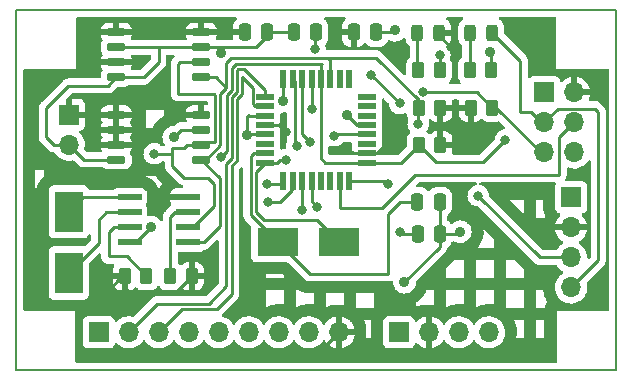
<source format=gtl>
%TF.GenerationSoftware,KiCad,Pcbnew,(6.0.6)*%
%TF.CreationDate,2022-11-25T13:48:06+01:00*%
%TF.ProjectId,MCU DataLogger,4d435520-4461-4746-914c-6f676765722e,1*%
%TF.SameCoordinates,Original*%
%TF.FileFunction,Copper,L1,Top*%
%TF.FilePolarity,Positive*%
%FSLAX46Y46*%
G04 Gerber Fmt 4.6, Leading zero omitted, Abs format (unit mm)*
G04 Created by KiCad (PCBNEW (6.0.6)) date 2022-11-25 13:48:06*
%MOMM*%
%LPD*%
G01*
G04 APERTURE LIST*
G04 Aperture macros list*
%AMRoundRect*
0 Rectangle with rounded corners*
0 $1 Rounding radius*
0 $2 $3 $4 $5 $6 $7 $8 $9 X,Y pos of 4 corners*
0 Add a 4 corners polygon primitive as box body*
4,1,4,$2,$3,$4,$5,$6,$7,$8,$9,$2,$3,0*
0 Add four circle primitives for the rounded corners*
1,1,$1+$1,$2,$3*
1,1,$1+$1,$4,$5*
1,1,$1+$1,$6,$7*
1,1,$1+$1,$8,$9*
0 Add four rect primitives between the rounded corners*
20,1,$1+$1,$2,$3,$4,$5,0*
20,1,$1+$1,$4,$5,$6,$7,0*
20,1,$1+$1,$6,$7,$8,$9,0*
20,1,$1+$1,$8,$9,$2,$3,0*%
G04 Aperture macros list end*
%TA.AperFunction,NonConductor*%
%ADD10C,0.200000*%
%TD*%
%TA.AperFunction,SMDPad,CuDef*%
%ADD11RoundRect,0.250000X-0.250000X-0.475000X0.250000X-0.475000X0.250000X0.475000X-0.250000X0.475000X0*%
%TD*%
%TA.AperFunction,ComponentPad*%
%ADD12R,1.700000X1.700000*%
%TD*%
%TA.AperFunction,ComponentPad*%
%ADD13O,1.700000X1.700000*%
%TD*%
%TA.AperFunction,SMDPad,CuDef*%
%ADD14RoundRect,0.250000X0.250000X0.475000X-0.250000X0.475000X-0.250000X-0.475000X0.250000X-0.475000X0*%
%TD*%
%TA.AperFunction,SMDPad,CuDef*%
%ADD15R,3.500000X2.400000*%
%TD*%
%TA.AperFunction,SMDPad,CuDef*%
%ADD16RoundRect,0.243750X-0.243750X-0.456250X0.243750X-0.456250X0.243750X0.456250X-0.243750X0.456250X0*%
%TD*%
%TA.AperFunction,SMDPad,CuDef*%
%ADD17RoundRect,0.250000X-0.262500X-0.450000X0.262500X-0.450000X0.262500X0.450000X-0.262500X0.450000X0*%
%TD*%
%TA.AperFunction,SMDPad,CuDef*%
%ADD18RoundRect,0.250000X0.262500X0.450000X-0.262500X0.450000X-0.262500X-0.450000X0.262500X-0.450000X0*%
%TD*%
%TA.AperFunction,SMDPad,CuDef*%
%ADD19R,2.400000X3.500000*%
%TD*%
%TA.AperFunction,SMDPad,CuDef*%
%ADD20RoundRect,0.150000X-0.650000X-0.150000X0.650000X-0.150000X0.650000X0.150000X-0.650000X0.150000X0*%
%TD*%
%TA.AperFunction,SMDPad,CuDef*%
%ADD21R,1.500000X0.550000*%
%TD*%
%TA.AperFunction,SMDPad,CuDef*%
%ADD22R,0.550000X1.500000*%
%TD*%
%TA.AperFunction,SMDPad,CuDef*%
%ADD23RoundRect,0.041300X-0.943700X-0.253700X0.943700X-0.253700X0.943700X0.253700X-0.943700X0.253700X0*%
%TD*%
%TA.AperFunction,ViaPad*%
%ADD24C,0.900000*%
%TD*%
%TA.AperFunction,ViaPad*%
%ADD25C,0.800000*%
%TD*%
%TA.AperFunction,Conductor*%
%ADD26C,0.250000*%
%TD*%
G04 APERTURE END LIST*
D10*
X38100000Y-83820000D02*
X88900000Y-83820000D01*
X88900000Y-83820000D02*
X88900000Y-114300000D01*
X88900000Y-114300000D02*
X38100000Y-114300000D01*
X38100000Y-114300000D02*
X38100000Y-83820000D01*
D11*
%TO.P,C1,1*%
%TO.N,/Vcc*%
X57470000Y-85725000D03*
%TO.P,C1,2*%
%TO.N,GND*%
X59370000Y-85725000D03*
%TD*%
D12*
%TO.P,BT1,1,+*%
%TO.N,/Vcc*%
X42545000Y-92710000D03*
D13*
%TO.P,BT1,2,-*%
%TO.N,GND*%
X42545000Y-95250000D03*
%TD*%
D14*
%TO.P,C2,1*%
%TO.N,GND*%
X73962500Y-100076000D03*
%TO.P,C2,2*%
%TO.N,Net-(U4-Pad7)*%
X72062500Y-100076000D03*
%TD*%
D15*
%TO.P,Y2,1,1*%
%TO.N,Net-(C3-Pad2)*%
X65465000Y-103505000D03*
%TO.P,Y2,2,2*%
%TO.N,Net-(U4-Pad7)*%
X60265000Y-103505000D03*
%TD*%
D16*
%TO.P,D2,1,K*%
%TO.N,Net-(D2-Pad1)*%
X72057500Y-85760000D03*
%TO.P,D2,2,A*%
%TO.N,/Vcc*%
X73932500Y-85760000D03*
%TD*%
D17*
%TO.P,R3,1*%
%TO.N,/Vcc*%
X47298600Y-106375200D03*
%TO.P,R3,2*%
%TO.N,Net-(R3-Pad2)*%
X49123600Y-106375200D03*
%TD*%
D18*
%TO.P,R1,1*%
%TO.N,/Vcc*%
X74005000Y-95285000D03*
%TO.P,R1,2*%
%TO.N,/SCK*%
X72180000Y-95285000D03*
%TD*%
D11*
%TO.P,C5,1*%
%TO.N,/Vcc*%
X66680000Y-85725000D03*
%TO.P,C5,2*%
%TO.N,GND*%
X68580000Y-85725000D03*
%TD*%
D19*
%TO.P,Y1,1,1*%
%TO.N,Net-(U3-Pad2)*%
X42545000Y-106105000D03*
%TO.P,Y1,2,2*%
%TO.N,Net-(U3-Pad1)*%
X42545000Y-100905000D03*
%TD*%
D17*
%TO.P,R7,1*%
%TO.N,Net-(D2-Pad1)*%
X72137500Y-88935000D03*
%TO.P,R7,2*%
%TO.N,GND*%
X73962500Y-88935000D03*
%TD*%
D20*
%TO.P,U2,1,A0*%
%TO.N,/Vcc*%
X46565000Y-85725000D03*
%TO.P,U2,2,A1*%
%TO.N,GND*%
X46565000Y-86995000D03*
%TO.P,U2,3,A2*%
%TO.N,/Vcc*%
X46565000Y-88265000D03*
%TO.P,U2,4,GND*%
%TO.N,GND*%
X46565000Y-89535000D03*
%TO.P,U2,5,SDA*%
%TO.N,/SDA*%
X53765000Y-89535000D03*
%TO.P,U2,6,SCL*%
%TO.N,/SCK*%
X53765000Y-88265000D03*
%TO.P,U2,7,WP*%
%TO.N,GND*%
X53765000Y-86995000D03*
%TO.P,U2,8,VCC*%
%TO.N,/Vcc*%
X53765000Y-85725000D03*
%TD*%
D12*
%TO.P,J3,1,Pin_1*%
%TO.N,/D2*%
X45085000Y-111125000D03*
D13*
%TO.P,J3,2,Pin_2*%
%TO.N,/D3*%
X47625000Y-111125000D03*
%TO.P,J3,3,Pin_3*%
%TO.N,/D4*%
X50165000Y-111125000D03*
%TO.P,J3,4,Pin_4*%
%TO.N,/D5*%
X52705000Y-111125000D03*
%TO.P,J3,5,Pin_5*%
%TO.N,/D6*%
X55245000Y-111125000D03*
%TO.P,J3,6,Pin_6*%
%TO.N,/D7*%
X57785000Y-111125000D03*
%TO.P,J3,7,Pin_7*%
%TO.N,/D8*%
X60325000Y-111125000D03*
%TO.P,J3,8,Pin_8*%
%TO.N,GND*%
X62865000Y-111125000D03*
%TO.P,J3,9,Pin_9*%
%TO.N,/Vcc*%
X65405000Y-111125000D03*
%TD*%
D21*
%TO.P,U4,1,PD3*%
%TO.N,/D3*%
X59200000Y-91180000D03*
%TO.P,U4,2,PD4*%
%TO.N,/D4*%
X59200000Y-91980000D03*
%TO.P,U4,3,GND*%
%TO.N,GND*%
X59200000Y-92780000D03*
%TO.P,U4,4,VCC*%
%TO.N,/Vcc*%
X59200000Y-93580000D03*
%TO.P,U4,5,GND*%
%TO.N,GND*%
X59200000Y-94380000D03*
%TO.P,U4,6,VCC*%
%TO.N,unconnected-(U4-Pad6)*%
X59200000Y-95180000D03*
%TO.P,U4,7,PB6*%
%TO.N,Net-(U4-Pad7)*%
X59200000Y-95980000D03*
%TO.P,U4,8,PB7*%
%TO.N,Net-(C3-Pad2)*%
X59200000Y-96780000D03*
D22*
%TO.P,U4,9,PD5*%
%TO.N,/D5*%
X60700000Y-98280000D03*
%TO.P,U4,10,PD6*%
%TO.N,/D6*%
X61500000Y-98280000D03*
%TO.P,U4,11,PD7*%
%TO.N,/D7*%
X62300000Y-98280000D03*
%TO.P,U4,12,PB0*%
%TO.N,/D8*%
X63100000Y-98280000D03*
%TO.P,U4,13,PB1*%
%TO.N,unconnected-(U4-Pad13)*%
X63900000Y-98280000D03*
%TO.P,U4,14,PB2*%
%TO.N,unconnected-(U4-Pad14)*%
X64700000Y-98280000D03*
%TO.P,U4,15,PB3*%
%TO.N,/MOSI*%
X65500000Y-98280000D03*
%TO.P,U4,16,PB4*%
%TO.N,/MISO*%
X66300000Y-98280000D03*
D21*
%TO.P,U4,17,PB5*%
%TO.N,/SCK*%
X67800000Y-96780000D03*
%TO.P,U4,18,AVCC*%
%TO.N,/Vcc*%
X67800000Y-95980000D03*
%TO.P,U4,19,ADC6*%
%TO.N,unconnected-(U4-Pad19)*%
X67800000Y-95180000D03*
%TO.P,U4,20,AREF*%
%TO.N,Net-(U4-Pad20)*%
X67800000Y-94380000D03*
%TO.P,U4,21,GND*%
%TO.N,GND*%
X67800000Y-93580000D03*
%TO.P,U4,22,ADC7*%
%TO.N,unconnected-(U4-Pad22)*%
X67800000Y-92780000D03*
%TO.P,U4,23,PC0*%
%TO.N,unconnected-(U4-Pad23)*%
X67800000Y-91980000D03*
%TO.P,U4,24,PC1*%
%TO.N,unconnected-(U4-Pad24)*%
X67800000Y-91180000D03*
D22*
%TO.P,U4,25,PC2*%
%TO.N,unconnected-(U4-Pad25)*%
X66300000Y-89680000D03*
%TO.P,U4,26,PC3*%
%TO.N,unconnected-(U4-Pad26)*%
X65500000Y-89680000D03*
%TO.P,U4,27,PC4*%
%TO.N,/SDA*%
X64700000Y-89680000D03*
%TO.P,U4,28,PC5*%
%TO.N,/SCK*%
X63900000Y-89680000D03*
%TO.P,U4,29,PC6/~{RESET}*%
%TO.N,/RESET*%
X63100000Y-89680000D03*
%TO.P,U4,30,PD0*%
%TO.N,/RX*%
X62300000Y-89680000D03*
%TO.P,U4,31,PD1*%
%TO.N,/TX*%
X61500000Y-89680000D03*
%TO.P,U4,32,PD2*%
%TO.N,/D2*%
X60700000Y-89680000D03*
%TD*%
D12*
%TO.P,J2,1,Pin_1*%
%TO.N,GND*%
X70495000Y-111125000D03*
D13*
%TO.P,J2,2,Pin_2*%
%TO.N,/Vcc*%
X73035000Y-111125000D03*
%TO.P,J2,3,Pin_3*%
%TO.N,/RX*%
X75575000Y-111125000D03*
%TO.P,J2,4,Pin_4*%
%TO.N,/TX*%
X78115000Y-111125000D03*
%TD*%
D20*
%TO.P,U1,8,VCC*%
%TO.N,/Vcc*%
X53765000Y-92710000D03*
%TO.P,U1,7,WP*%
%TO.N,GND*%
X53765000Y-93980000D03*
%TO.P,U1,6,SCL*%
%TO.N,/SCK*%
X53765000Y-95250000D03*
%TO.P,U1,5,SDA*%
%TO.N,/SDA*%
X53765000Y-96520000D03*
%TO.P,U1,4,GND*%
%TO.N,GND*%
X46565000Y-96520000D03*
%TO.P,U1,3,A2*%
%TO.N,/Vcc*%
X46565000Y-95250000D03*
%TO.P,U1,2,A1*%
X46565000Y-93980000D03*
%TO.P,U1,1,A0*%
X46565000Y-92710000D03*
%TD*%
D16*
%TO.P,D1,1,K*%
%TO.N,Net-(D1-Pad1)*%
X76532500Y-85760000D03*
%TO.P,D1,2,A*%
%TO.N,/SCK*%
X78407500Y-85760000D03*
%TD*%
D11*
%TO.P,C3,1*%
%TO.N,GND*%
X61600000Y-85725000D03*
%TO.P,C3,2*%
%TO.N,Net-(C3-Pad2)*%
X63500000Y-85725000D03*
%TD*%
D13*
%TO.P,J4,6,Pin_6*%
%TO.N,GND*%
X85344000Y-95900000D03*
%TO.P,J4,5,Pin_5*%
%TO.N,/RESET*%
X82804000Y-95900000D03*
%TO.P,J4,4,Pin_4*%
%TO.N,/MOSI*%
X85344000Y-93360000D03*
%TO.P,J4,3,Pin_3*%
%TO.N,/SCK*%
X82804000Y-93360000D03*
%TO.P,J4,2,Pin_2*%
%TO.N,/Vcc*%
X85344000Y-90820000D03*
D12*
%TO.P,J4,1,Pin_1*%
%TO.N,/MISO*%
X82804000Y-90820000D03*
%TD*%
D18*
%TO.P,R2,1*%
%TO.N,/Vcc*%
X74005000Y-92110000D03*
%TO.P,R2,2*%
%TO.N,/SDA*%
X72180000Y-92110000D03*
%TD*%
D23*
%TO.P,U3,1,X1*%
%TO.N,Net-(U3-Pad1)*%
X47690000Y-99695000D03*
%TO.P,U3,2,X2*%
%TO.N,Net-(U3-Pad2)*%
X47690000Y-100965000D03*
%TO.P,U3,3,~{INTA}*%
%TO.N,Net-(R3-Pad2)*%
X47690000Y-102235000D03*
%TO.P,U3,4,GND*%
%TO.N,GND*%
X47690000Y-103505000D03*
%TO.P,U3,5,SDA*%
%TO.N,/SDA*%
X52640000Y-103505000D03*
%TO.P,U3,6,SCL*%
%TO.N,/SCK*%
X52640000Y-102235000D03*
%TO.P,U3,7,SQW/~{INT}*%
%TO.N,Net-(R4-Pad2)*%
X52640000Y-100965000D03*
%TO.P,U3,8,VCC*%
%TO.N,/Vcc*%
X52640000Y-99695000D03*
%TD*%
D14*
%TO.P,C4,1*%
%TO.N,GND*%
X73975000Y-102806000D03*
%TO.P,C4,2*%
%TO.N,Net-(U4-Pad20)*%
X72075000Y-102806000D03*
%TD*%
D12*
%TO.P,J1,1,Pin_1*%
%TO.N,GND*%
X85085000Y-99710000D03*
D13*
%TO.P,J1,2,Pin_2*%
%TO.N,/Vcc*%
X85085000Y-102250000D03*
%TO.P,J1,3,Pin_3*%
%TO.N,/SDA*%
X85085000Y-104790000D03*
%TO.P,J1,4,Pin_4*%
%TO.N,/SCK*%
X85085000Y-107330000D03*
%TD*%
D17*
%TO.P,R6,1*%
%TO.N,/Vcc*%
X76582500Y-92110000D03*
%TO.P,R6,2*%
%TO.N,/RESET*%
X78407500Y-92110000D03*
%TD*%
D18*
%TO.P,R4,1*%
%TO.N,/Vcc*%
X52959000Y-106375200D03*
%TO.P,R4,2*%
%TO.N,Net-(R4-Pad2)*%
X51134000Y-106375200D03*
%TD*%
%TO.P,R5,1*%
%TO.N,GND*%
X78327500Y-88935000D03*
%TO.P,R5,2*%
%TO.N,Net-(D1-Pad1)*%
X76502500Y-88935000D03*
%TD*%
D24*
%TO.N,GND*%
X55473600Y-87477600D03*
X70967600Y-106883200D03*
X66141600Y-92760800D03*
X57658000Y-94386400D03*
X70154800Y-85547200D03*
D25*
%TO.N,/Vcc*%
X65278000Y-85547200D03*
%TO.N,/SCK*%
X79502000Y-94843600D03*
%TO.N,/Vcc*%
X74879200Y-86969600D03*
X65989200Y-95707200D03*
X60896700Y-94132400D03*
%TO.N,Net-(C3-Pad2)*%
X63398400Y-87159500D03*
X60909200Y-96520000D03*
%TO.N,/RESET*%
X63144400Y-92202000D03*
X68173600Y-89306400D03*
X72542400Y-90779600D03*
X70561200Y-91744800D03*
%TO.N,/D8*%
X63601600Y-100533200D03*
%TO.N,/D7*%
X62331600Y-100736400D03*
%TO.N,/D6*%
X59385200Y-100076000D03*
%TO.N,/D5*%
X59334400Y-98552000D03*
D24*
%TO.N,/D2*%
X60643500Y-91564236D03*
D25*
%TO.N,/SCK*%
X49784000Y-96012000D03*
X55427099Y-96270299D03*
%TO.N,/Vcc*%
X69596000Y-94996000D03*
%TO.N,/MISO*%
X69596000Y-98552000D03*
%TO.N,/TX*%
X61874400Y-95351600D03*
%TO.N,/RX*%
X62992000Y-94996000D03*
%TO.N,Net-(U4-Pad20)*%
X65024000Y-94488000D03*
X70612000Y-102616000D03*
D24*
%TO.N,GND*%
X75692000Y-102616000D03*
D25*
%TO.N,/SDA*%
X72136000Y-93472000D03*
X77216000Y-99568000D03*
D24*
%TO.N,/Vcc*%
X76200000Y-93980000D03*
%TO.N,GND*%
X78232000Y-87376000D03*
D25*
X73962500Y-87678500D03*
D24*
X51435000Y-94615000D03*
X49530000Y-102235000D03*
%TD*%
D26*
%TO.N,/Vcc*%
X60344300Y-93580000D02*
X59200000Y-93580000D01*
X60896700Y-94132400D02*
X60344300Y-93580000D01*
%TO.N,/TX*%
X61671200Y-89851200D02*
X61500000Y-89680000D01*
X61671200Y-95148400D02*
X61671200Y-89851200D01*
X61874400Y-95351600D02*
X61671200Y-95148400D01*
%TO.N,GND*%
X45828400Y-90271600D02*
X46565000Y-89535000D01*
X40640000Y-92151200D02*
X42519600Y-90271600D01*
X42519600Y-90271600D02*
X45828400Y-90271600D01*
X40640000Y-94615000D02*
X40640000Y-92151200D01*
X42545000Y-95250000D02*
X41275000Y-95250000D01*
X41275000Y-95250000D02*
X40640000Y-94615000D01*
%TO.N,/Vcc*%
X46565000Y-85725000D02*
X53765000Y-85725000D01*
%TO.N,GND*%
X55499000Y-86995000D02*
X55499000Y-87452200D01*
X55499000Y-86995000D02*
X53765000Y-86995000D01*
X55499000Y-87452200D02*
X55473600Y-87477600D01*
X58420000Y-86995000D02*
X55499000Y-86995000D01*
X61600000Y-85725000D02*
X59370000Y-85725000D01*
X73975000Y-103875800D02*
X70967600Y-106883200D01*
X73975000Y-102806000D02*
X73975000Y-103875800D01*
X66960800Y-93580000D02*
X66141600Y-92760800D01*
X67800000Y-93580000D02*
X66960800Y-93580000D01*
X57778800Y-92780000D02*
X59200000Y-92780000D01*
X57658000Y-92862400D02*
X57759600Y-92760800D01*
X57658000Y-94386400D02*
X57658000Y-92862400D01*
X57759600Y-92760800D02*
X57778800Y-92780000D01*
X57664400Y-94380000D02*
X57658000Y-94386400D01*
X59200000Y-94380000D02*
X57664400Y-94380000D01*
%TO.N,/D4*%
X58325000Y-91980000D02*
X59200000Y-91980000D01*
X58125000Y-91780000D02*
X58325000Y-91980000D01*
X57230000Y-89538800D02*
X58125000Y-90433800D01*
X58125000Y-90433800D02*
X58125000Y-91780000D01*
X56830800Y-91382388D02*
X57230000Y-90983188D01*
X56830800Y-96561196D02*
X56830800Y-91382388D01*
X57230000Y-90983188D02*
X57230000Y-89538800D01*
X56330000Y-107906400D02*
X56330000Y-97061996D01*
X56330000Y-97061996D02*
X56830800Y-96561196D01*
X55067200Y-109169200D02*
X56330000Y-107906400D01*
X52120800Y-109169200D02*
X55067200Y-109169200D01*
X50165000Y-111125000D02*
X52120800Y-109169200D01*
%TO.N,/D3*%
X50038000Y-108712000D02*
X47625000Y-111125000D01*
X54406800Y-108712000D02*
X50038000Y-108712000D01*
X55880000Y-107238800D02*
X54406800Y-108712000D01*
X55880000Y-96875600D02*
X55880000Y-107238800D01*
X56380800Y-96374800D02*
X55880000Y-96875600D01*
X56780000Y-88941196D02*
X56780000Y-90796792D01*
X56879196Y-88842000D02*
X56780000Y-88941196D01*
X56780000Y-90796792D02*
X56380800Y-91195992D01*
X57396800Y-88842000D02*
X56879196Y-88842000D01*
X59200000Y-90645200D02*
X57396800Y-88842000D01*
X56380800Y-91195992D02*
X56380800Y-96374800D01*
X59200000Y-91180000D02*
X59200000Y-90645200D01*
%TO.N,GND*%
X69977000Y-85725000D02*
X70154800Y-85547200D01*
X68580000Y-85725000D02*
X69977000Y-85725000D01*
%TO.N,Net-(D2-Pad1)*%
X72057500Y-88855000D02*
X72137500Y-88935000D01*
X72057500Y-85760000D02*
X72057500Y-88855000D01*
%TO.N,/Vcc*%
X65455800Y-85725000D02*
X65278000Y-85547200D01*
X66680000Y-85725000D02*
X65455800Y-85725000D01*
%TO.N,/SCK*%
X73618200Y-96723200D02*
X77520800Y-96723200D01*
X77622400Y-96723200D02*
X79502000Y-94843600D01*
X77520800Y-96723200D02*
X77622400Y-96723200D01*
X72180000Y-95285000D02*
X73618200Y-96723200D01*
%TO.N,/Vcc*%
X73932500Y-86022900D02*
X74879200Y-86969600D01*
X73932500Y-85760000D02*
X73932500Y-86022900D01*
%TO.N,/RESET*%
X77077100Y-90779600D02*
X78407500Y-92110000D01*
X72542400Y-90779600D02*
X77077100Y-90779600D01*
%TO.N,/Vcc*%
X66262000Y-95980000D02*
X67800000Y-95980000D01*
X65989200Y-95707200D02*
X66262000Y-95980000D01*
%TO.N,Net-(C3-Pad2)*%
X60200000Y-96780000D02*
X59200000Y-96780000D01*
X60460000Y-96520000D02*
X60200000Y-96780000D01*
X60909200Y-96520000D02*
X60460000Y-96520000D01*
%TO.N,/D2*%
X60700000Y-91507736D02*
X60700000Y-89680000D01*
X60643500Y-91564236D02*
X60700000Y-91507736D01*
%TO.N,Net-(C3-Pad2)*%
X63398400Y-87159500D02*
X63398400Y-85826600D01*
X63398400Y-85826600D02*
X63500000Y-85725000D01*
%TO.N,/RESET*%
X63100000Y-92157600D02*
X63100000Y-89680000D01*
X63144400Y-92202000D02*
X63100000Y-92157600D01*
X70561200Y-91744800D02*
X68173600Y-89357200D01*
X68173600Y-89357200D02*
X68173600Y-89306400D01*
%TO.N,/SCK*%
X64268000Y-96780000D02*
X67800000Y-96780000D01*
X63900000Y-89680000D02*
X63900000Y-96412000D01*
X63900000Y-96412000D02*
X64268000Y-96780000D01*
%TO.N,/Vcc*%
X43484800Y-112776000D02*
X43484800Y-109982000D01*
X43586400Y-112877600D02*
X43484800Y-112776000D01*
X63652400Y-112877600D02*
X43586400Y-112877600D01*
X65405000Y-111125000D02*
X63652400Y-112877600D01*
X43484800Y-109982000D02*
X47091600Y-106375200D01*
X47091600Y-106375200D02*
X47298600Y-106375200D01*
%TO.N,Net-(R3-Pad2)*%
X46355000Y-102235000D02*
X47690000Y-102235000D01*
X45923200Y-104698800D02*
X45923200Y-102666800D01*
X45923200Y-102666800D02*
X46355000Y-102235000D01*
X47447200Y-104698800D02*
X45923200Y-104698800D01*
X49123600Y-106375200D02*
X47447200Y-104698800D01*
%TO.N,/Vcc*%
X47298600Y-107293400D02*
X47298600Y-106375200D01*
X47599600Y-107594400D02*
X47298600Y-107293400D01*
X51739800Y-107594400D02*
X47599600Y-107594400D01*
X52959000Y-106375200D02*
X51739800Y-107594400D01*
%TO.N,Net-(R4-Pad2)*%
X51536600Y-100965000D02*
X52640000Y-100965000D01*
X51155600Y-101346000D02*
X51536600Y-100965000D01*
X51155600Y-103273974D02*
X51155600Y-101346000D01*
X51134000Y-103295574D02*
X51155600Y-103273974D01*
X51134000Y-106375200D02*
X51134000Y-103295574D01*
%TO.N,/D8*%
X63100000Y-100031600D02*
X63100000Y-98280000D01*
X63601600Y-100533200D02*
X63100000Y-100031600D01*
%TO.N,/D6*%
X61468000Y-98312000D02*
X61500000Y-98280000D01*
X61468000Y-99060000D02*
X61468000Y-98312000D01*
%TO.N,/D7*%
X62331600Y-98311600D02*
X62300000Y-98280000D01*
X62331600Y-100736400D02*
X62331600Y-98311600D01*
%TO.N,/D6*%
X59385200Y-100076000D02*
X60452000Y-100076000D01*
X60452000Y-100076000D02*
X61468000Y-99060000D01*
%TO.N,/D5*%
X59334400Y-98552000D02*
X60428000Y-98552000D01*
X60428000Y-98552000D02*
X60700000Y-98280000D01*
%TO.N,/SCK*%
X63900000Y-88500000D02*
X63900000Y-89680000D01*
X56692800Y-88392000D02*
X64008000Y-88392000D01*
X64008000Y-88392000D02*
X63900000Y-88500000D01*
X56330000Y-88754800D02*
X56692800Y-88392000D01*
X56330000Y-90610396D02*
X56330000Y-88754800D01*
X55930800Y-95766598D02*
X55930800Y-91009596D01*
X55930800Y-91009596D02*
X56330000Y-90610396D01*
X55427099Y-96270299D02*
X55930800Y-95766598D01*
%TO.N,/SDA*%
X56286400Y-87884000D02*
X64516000Y-87884000D01*
X55880000Y-88290400D02*
X56286400Y-87884000D01*
X55880000Y-90424000D02*
X55880000Y-88290400D01*
X55390000Y-90914000D02*
X55880000Y-90424000D01*
X55390000Y-95282800D02*
X55390000Y-90914000D01*
X54152800Y-96520000D02*
X55390000Y-95282800D01*
X53765000Y-96520000D02*
X54152800Y-96520000D01*
%TO.N,Net-(U4-Pad7)*%
X58200000Y-95980000D02*
X59200000Y-95980000D01*
X57970000Y-96210000D02*
X58200000Y-95980000D01*
X57970000Y-101210000D02*
X57970000Y-96210000D01*
X60265000Y-103505000D02*
X57970000Y-101210000D01*
%TO.N,/SDA*%
X55314000Y-102166000D02*
X55314000Y-98069000D01*
X55314000Y-98069000D02*
X53765000Y-96520000D01*
X53975000Y-103505000D02*
X55314000Y-102166000D01*
X52640000Y-103505000D02*
X53975000Y-103505000D01*
%TO.N,/SCK*%
X51943000Y-88265000D02*
X53765000Y-88265000D01*
X51816000Y-88392000D02*
X51943000Y-88265000D01*
X51816000Y-90932000D02*
X51816000Y-88392000D01*
X54864000Y-90932000D02*
X51816000Y-90932000D01*
X54940000Y-91008000D02*
X54864000Y-90932000D01*
X54940000Y-93077462D02*
X54940000Y-91008000D01*
X54914800Y-93102662D02*
X54940000Y-93077462D01*
X54940000Y-94970800D02*
X54940000Y-93612538D01*
X54940000Y-93612538D02*
X54914800Y-93587338D01*
X54356000Y-94996000D02*
X54914800Y-94996000D01*
X54914800Y-94996000D02*
X54940000Y-94970800D01*
X53765000Y-95250000D02*
X54102000Y-95250000D01*
X54102000Y-95250000D02*
X54356000Y-94996000D01*
X54914800Y-93587338D02*
X54914800Y-93102662D01*
%TO.N,/RX*%
X62300000Y-94304000D02*
X62300000Y-89680000D01*
X62992000Y-94996000D02*
X62300000Y-94304000D01*
%TO.N,/SCK*%
X49784000Y-96012000D02*
X51308000Y-96012000D01*
%TO.N,/Vcc*%
X68612000Y-95980000D02*
X69596000Y-94996000D01*
X67800000Y-95980000D02*
X68612000Y-95980000D01*
%TO.N,/SCK*%
X52578000Y-95250000D02*
X52324000Y-95504000D01*
X53765000Y-95250000D02*
X52578000Y-95250000D01*
X54356000Y-98044000D02*
X52324000Y-98044000D01*
X54864000Y-98552000D02*
X54356000Y-98044000D01*
X54864000Y-100456426D02*
X54864000Y-98552000D01*
X53085426Y-102235000D02*
X54864000Y-100456426D01*
X52324000Y-98044000D02*
X51308000Y-97028000D01*
X51308000Y-95504000D02*
X52324000Y-95504000D01*
X51308000Y-97028000D02*
X51308000Y-95504000D01*
X52640000Y-102235000D02*
X53085426Y-102235000D01*
%TO.N,Net-(C3-Pad2)*%
X59176000Y-96780000D02*
X59200000Y-96780000D01*
X59055000Y-101600000D02*
X58420000Y-100965000D01*
X63560000Y-101600000D02*
X59055000Y-101600000D01*
X58420000Y-97536000D02*
X59176000Y-96780000D01*
X65465000Y-103505000D02*
X63560000Y-101600000D01*
X58420000Y-100965000D02*
X58420000Y-97536000D01*
%TO.N,/SDA*%
X55880000Y-90424000D02*
X54991000Y-89535000D01*
X54991000Y-89535000D02*
X53765000Y-89535000D01*
%TO.N,/MISO*%
X69324000Y-98280000D02*
X66300000Y-98280000D01*
X69596000Y-98552000D02*
X69324000Y-98280000D01*
%TO.N,Net-(U4-Pad20)*%
X65132000Y-94380000D02*
X67800000Y-94380000D01*
X65024000Y-94488000D02*
X65132000Y-94380000D01*
X70802000Y-102806000D02*
X70612000Y-102616000D01*
X72075000Y-102806000D02*
X70802000Y-102806000D01*
%TO.N,Net-(U4-Pad7)*%
X70612000Y-100076000D02*
X72062500Y-100076000D01*
X69596000Y-101092000D02*
X70612000Y-100076000D01*
X69596000Y-106172000D02*
X69596000Y-101092000D01*
X62932000Y-106172000D02*
X69596000Y-106172000D01*
X60265000Y-103505000D02*
X62932000Y-106172000D01*
%TO.N,GND*%
X75502000Y-102806000D02*
X75692000Y-102616000D01*
X73975000Y-102806000D02*
X75502000Y-102806000D01*
%TO.N,/SDA*%
X72136000Y-92154000D02*
X72180000Y-92110000D01*
X72136000Y-93472000D02*
X72136000Y-92154000D01*
X82438000Y-104790000D02*
X77216000Y-99568000D01*
X85085000Y-104790000D02*
X82438000Y-104790000D01*
%TO.N,/MOSI*%
X65500000Y-100552000D02*
X65500000Y-98280000D01*
X69088000Y-100584000D02*
X65532000Y-100584000D01*
X71877722Y-97794278D02*
X69088000Y-100584000D01*
X84069722Y-97794278D02*
X71877722Y-97794278D01*
X65532000Y-100584000D02*
X65500000Y-100552000D01*
X84069722Y-94634278D02*
X84069722Y-97794278D01*
X85344000Y-93360000D02*
X84069722Y-94634278D01*
%TO.N,/SCK*%
X87376000Y-105039000D02*
X85085000Y-107330000D01*
X87105000Y-92185000D02*
X87376000Y-92456000D01*
X83979000Y-92185000D02*
X87105000Y-92185000D01*
X82804000Y-93360000D02*
X83979000Y-92185000D01*
X87376000Y-92456000D02*
X87376000Y-105039000D01*
%TO.N,/Vcc*%
X75855000Y-93635000D02*
X76200000Y-93980000D01*
X74005000Y-93635000D02*
X75855000Y-93635000D01*
X74005000Y-93635000D02*
X74005000Y-92110000D01*
X74005000Y-95285000D02*
X74005000Y-93635000D01*
%TO.N,/RESET*%
X78755000Y-92110000D02*
X82545000Y-95900000D01*
X78407500Y-92110000D02*
X78755000Y-92110000D01*
%TO.N,/SCK*%
X80772000Y-88124500D02*
X80772000Y-92456000D01*
X80772000Y-92456000D02*
X81641000Y-92456000D01*
X81641000Y-92456000D02*
X82545000Y-93360000D01*
X78407500Y-85760000D02*
X80772000Y-88124500D01*
%TO.N,GND*%
X78327500Y-87471500D02*
X78232000Y-87376000D01*
X78327500Y-88935000D02*
X78327500Y-87471500D01*
%TO.N,Net-(D1-Pad1)*%
X76502500Y-85790000D02*
X76532500Y-85760000D01*
X76502500Y-88935000D02*
X76502500Y-85790000D01*
%TO.N,/SDA*%
X64516000Y-87884000D02*
X64700000Y-88068000D01*
X64700000Y-88068000D02*
X64700000Y-89680000D01*
X68580000Y-87884000D02*
X64516000Y-87884000D01*
X72180000Y-91484000D02*
X68580000Y-87884000D01*
X72180000Y-92110000D02*
X72180000Y-91484000D01*
%TO.N,/SCK*%
X70685000Y-96780000D02*
X72180000Y-95285000D01*
X67800000Y-96780000D02*
X70685000Y-96780000D01*
%TO.N,/Vcc*%
X74005000Y-92110000D02*
X76582500Y-92110000D01*
%TO.N,GND*%
X73962500Y-87678500D02*
X73962500Y-88935000D01*
X73962500Y-102793500D02*
X73975000Y-102806000D01*
X73962500Y-100076000D02*
X73962500Y-102793500D01*
X52070000Y-93980000D02*
X51435000Y-94615000D01*
X53765000Y-93980000D02*
X52070000Y-93980000D01*
X48260000Y-103505000D02*
X49530000Y-102235000D01*
X47690000Y-103505000D02*
X48260000Y-103505000D01*
%TO.N,Net-(U3-Pad2)*%
X45720000Y-100965000D02*
X47690000Y-100965000D01*
X45085000Y-101600000D02*
X45720000Y-100965000D01*
X42545000Y-106105000D02*
X45085000Y-103565000D01*
X45085000Y-103565000D02*
X45085000Y-101600000D01*
%TO.N,Net-(U3-Pad1)*%
X43755000Y-99695000D02*
X47690000Y-99695000D01*
X42545000Y-100905000D02*
X43755000Y-99695000D01*
%TO.N,/Vcc*%
X51435000Y-92710000D02*
X53765000Y-92710000D01*
X48895000Y-95250000D02*
X51435000Y-92710000D01*
X46565000Y-95250000D02*
X48895000Y-95250000D01*
X46565000Y-92710000D02*
X46565000Y-93980000D01*
X46565000Y-95250000D02*
X46565000Y-93980000D01*
%TO.N,GND*%
X43815000Y-96520000D02*
X46565000Y-96520000D01*
X42545000Y-95250000D02*
X43815000Y-96520000D01*
X50165000Y-88265000D02*
X50165000Y-86995000D01*
X46565000Y-89535000D02*
X48895000Y-89535000D01*
X48895000Y-89535000D02*
X50165000Y-88265000D01*
X46565000Y-86995000D02*
X50165000Y-86995000D01*
X50165000Y-86995000D02*
X53765000Y-86995000D01*
X59370000Y-86045000D02*
X58420000Y-86995000D01*
X59370000Y-85725000D02*
X59370000Y-86045000D01*
%TO.N,/Vcc*%
X45085000Y-85725000D02*
X46565000Y-85725000D01*
X44450000Y-87630000D02*
X44450000Y-86360000D01*
X45085000Y-88265000D02*
X44450000Y-87630000D01*
X44450000Y-86360000D02*
X45085000Y-85725000D01*
X46565000Y-88265000D02*
X45085000Y-88265000D01*
X57470000Y-85725000D02*
X53765000Y-85725000D01*
%TD*%
%TA.AperFunction,Conductor*%
%TO.N,/Vcc*%
G36*
X56735510Y-84448502D02*
G01*
X56782003Y-84502158D01*
X56792107Y-84572432D01*
X56762613Y-84637012D01*
X56745653Y-84653246D01*
X56740793Y-84657098D01*
X56626261Y-84771829D01*
X56617249Y-84783240D01*
X56532184Y-84921243D01*
X56526037Y-84934424D01*
X56474862Y-85088710D01*
X56471995Y-85102086D01*
X56462328Y-85196438D01*
X56462000Y-85202855D01*
X56462000Y-85452885D01*
X56466475Y-85468124D01*
X56467865Y-85469329D01*
X56475548Y-85471000D01*
X57598000Y-85471000D01*
X57666121Y-85491002D01*
X57712614Y-85544658D01*
X57724000Y-85597000D01*
X57724000Y-85853000D01*
X57703998Y-85921121D01*
X57650342Y-85967614D01*
X57598000Y-85979000D01*
X56480116Y-85979000D01*
X56464877Y-85983475D01*
X56463672Y-85984865D01*
X56462001Y-85992548D01*
X56462001Y-86235500D01*
X56441999Y-86303621D01*
X56388343Y-86350114D01*
X56336001Y-86361500D01*
X55570793Y-86361500D01*
X55547184Y-86359268D01*
X55546881Y-86359210D01*
X55546877Y-86359210D01*
X55539094Y-86357725D01*
X55483049Y-86361251D01*
X55475138Y-86361500D01*
X55112643Y-86361500D01*
X55044522Y-86341498D01*
X54998029Y-86287842D01*
X54987925Y-86217568D01*
X55004189Y-86171361D01*
X55019648Y-86145221D01*
X55025893Y-86130790D01*
X55064939Y-85996395D01*
X55064899Y-85982294D01*
X55057630Y-85979000D01*
X52478122Y-85979000D01*
X52464591Y-85982973D01*
X52463456Y-85990871D01*
X52504107Y-86130790D01*
X52510352Y-86145221D01*
X52525811Y-86171361D01*
X52543270Y-86240177D01*
X52520753Y-86307509D01*
X52465409Y-86351978D01*
X52417357Y-86361500D01*
X50236793Y-86361500D01*
X50213184Y-86359268D01*
X50212881Y-86359210D01*
X50212877Y-86359210D01*
X50205094Y-86357725D01*
X50149049Y-86361251D01*
X50141138Y-86361500D01*
X47912643Y-86361500D01*
X47844522Y-86341498D01*
X47798029Y-86287842D01*
X47787925Y-86217568D01*
X47804189Y-86171361D01*
X47819648Y-86145221D01*
X47825893Y-86130790D01*
X47864939Y-85996395D01*
X47864899Y-85982294D01*
X47857630Y-85979000D01*
X45278122Y-85979000D01*
X45264591Y-85982973D01*
X45263456Y-85990871D01*
X45304107Y-86130790D01*
X45310352Y-86145221D01*
X45386911Y-86274677D01*
X45392871Y-86282360D01*
X45418820Y-86348444D01*
X45404922Y-86418067D01*
X45394579Y-86434161D01*
X45390547Y-86438193D01*
X45305855Y-86581399D01*
X45259438Y-86741169D01*
X45258934Y-86747574D01*
X45258933Y-86747579D01*
X45256693Y-86776042D01*
X45256500Y-86778498D01*
X45256500Y-87211502D01*
X45259438Y-87248831D01*
X45305855Y-87408601D01*
X45323625Y-87438649D01*
X45355028Y-87491747D01*
X45390547Y-87551807D01*
X45393487Y-87554747D01*
X45418820Y-87619266D01*
X45404921Y-87688889D01*
X45392874Y-87707636D01*
X45386910Y-87715324D01*
X45310352Y-87844779D01*
X45304107Y-87859210D01*
X45265061Y-87993605D01*
X45265101Y-88007706D01*
X45272370Y-88011000D01*
X47851878Y-88011000D01*
X47865409Y-88007027D01*
X47866544Y-87999129D01*
X47825893Y-87859210D01*
X47819648Y-87844779D01*
X47804189Y-87818639D01*
X47786730Y-87749823D01*
X47809247Y-87682491D01*
X47864591Y-87638022D01*
X47912643Y-87628500D01*
X49405500Y-87628500D01*
X49473621Y-87648502D01*
X49520114Y-87702158D01*
X49531500Y-87754500D01*
X49531500Y-87950405D01*
X49511498Y-88018526D01*
X49494595Y-88039500D01*
X48669500Y-88864595D01*
X48607188Y-88898621D01*
X48580405Y-88901500D01*
X47912643Y-88901500D01*
X47844522Y-88881498D01*
X47798029Y-88827842D01*
X47787925Y-88757568D01*
X47804189Y-88711361D01*
X47819648Y-88685221D01*
X47825893Y-88670790D01*
X47864939Y-88536395D01*
X47864899Y-88522294D01*
X47857630Y-88519000D01*
X45278122Y-88519000D01*
X45264591Y-88522973D01*
X45263456Y-88530871D01*
X45304107Y-88670790D01*
X45310352Y-88685221D01*
X45386911Y-88814677D01*
X45392871Y-88822360D01*
X45418820Y-88888444D01*
X45404922Y-88958067D01*
X45394579Y-88974161D01*
X45390547Y-88978193D01*
X45305855Y-89121399D01*
X45259438Y-89281169D01*
X45258934Y-89287574D01*
X45258933Y-89287579D01*
X45256693Y-89316042D01*
X45256500Y-89318498D01*
X45256500Y-89512100D01*
X45236498Y-89580221D01*
X45182842Y-89626714D01*
X45130500Y-89638100D01*
X42598367Y-89638100D01*
X42587184Y-89637573D01*
X42579691Y-89635898D01*
X42571765Y-89636147D01*
X42571764Y-89636147D01*
X42511601Y-89638038D01*
X42507643Y-89638100D01*
X42479744Y-89638100D01*
X42475754Y-89638604D01*
X42463920Y-89639536D01*
X42419711Y-89640926D01*
X42412097Y-89643138D01*
X42412092Y-89643139D01*
X42400259Y-89646577D01*
X42380896Y-89650588D01*
X42360803Y-89653126D01*
X42353436Y-89656043D01*
X42353431Y-89656044D01*
X42319692Y-89669402D01*
X42308465Y-89673246D01*
X42266007Y-89685582D01*
X42259181Y-89689619D01*
X42248572Y-89695893D01*
X42230824Y-89704588D01*
X42211983Y-89712048D01*
X42205567Y-89716710D01*
X42205566Y-89716710D01*
X42176213Y-89738036D01*
X42166293Y-89744552D01*
X42135065Y-89763020D01*
X42135062Y-89763022D01*
X42128238Y-89767058D01*
X42113917Y-89781379D01*
X42098884Y-89794219D01*
X42082493Y-89806128D01*
X42077442Y-89812234D01*
X42054302Y-89840205D01*
X42046312Y-89848984D01*
X40247747Y-91647548D01*
X40239461Y-91655088D01*
X40232982Y-91659200D01*
X40227557Y-91664977D01*
X40186357Y-91708851D01*
X40183602Y-91711693D01*
X40163865Y-91731430D01*
X40161385Y-91734627D01*
X40153682Y-91743647D01*
X40123414Y-91775879D01*
X40119595Y-91782825D01*
X40119593Y-91782828D01*
X40113652Y-91793634D01*
X40102801Y-91810153D01*
X40090386Y-91826159D01*
X40087241Y-91833428D01*
X40087238Y-91833432D01*
X40072826Y-91866737D01*
X40067609Y-91877387D01*
X40046305Y-91916140D01*
X40044334Y-91923815D01*
X40044334Y-91923816D01*
X40041267Y-91935762D01*
X40034863Y-91954466D01*
X40026819Y-91973055D01*
X40025580Y-91980878D01*
X40025577Y-91980888D01*
X40019901Y-92016724D01*
X40017495Y-92028344D01*
X40013655Y-92043302D01*
X40006500Y-92071170D01*
X40006500Y-92091424D01*
X40004949Y-92111134D01*
X40001780Y-92131143D01*
X40002526Y-92139035D01*
X40005941Y-92175161D01*
X40006500Y-92187019D01*
X40006500Y-94536233D01*
X40005973Y-94547416D01*
X40004298Y-94554909D01*
X40004547Y-94562835D01*
X40004547Y-94562836D01*
X40006438Y-94622986D01*
X40006500Y-94626945D01*
X40006500Y-94654856D01*
X40006997Y-94658790D01*
X40006997Y-94658791D01*
X40007005Y-94658856D01*
X40007938Y-94670693D01*
X40009327Y-94714889D01*
X40014978Y-94734339D01*
X40018987Y-94753700D01*
X40020455Y-94765316D01*
X40021526Y-94773797D01*
X40024445Y-94781168D01*
X40024445Y-94781170D01*
X40037804Y-94814912D01*
X40041649Y-94826142D01*
X40053982Y-94868593D01*
X40058015Y-94875412D01*
X40058017Y-94875417D01*
X40064293Y-94886028D01*
X40072988Y-94903776D01*
X40080448Y-94922617D01*
X40085110Y-94929033D01*
X40085110Y-94929034D01*
X40106436Y-94958387D01*
X40112952Y-94968307D01*
X40129330Y-94996000D01*
X40135458Y-95006362D01*
X40149779Y-95020683D01*
X40162619Y-95035716D01*
X40174528Y-95052107D01*
X40180634Y-95057158D01*
X40208605Y-95080298D01*
X40217384Y-95088288D01*
X40771343Y-95642247D01*
X40778887Y-95650537D01*
X40783000Y-95657018D01*
X40788777Y-95662443D01*
X40832667Y-95703658D01*
X40835509Y-95706413D01*
X40855231Y-95726135D01*
X40858355Y-95728558D01*
X40858359Y-95728562D01*
X40858424Y-95728612D01*
X40867445Y-95736317D01*
X40899679Y-95766586D01*
X40906627Y-95770405D01*
X40906629Y-95770407D01*
X40917432Y-95776346D01*
X40933959Y-95787202D01*
X40943698Y-95794757D01*
X40943700Y-95794758D01*
X40949960Y-95799614D01*
X40990540Y-95817174D01*
X41001188Y-95822391D01*
X41025130Y-95835553D01*
X41039940Y-95843695D01*
X41047616Y-95845666D01*
X41047619Y-95845667D01*
X41059562Y-95848733D01*
X41078267Y-95855137D01*
X41096855Y-95863181D01*
X41104678Y-95864420D01*
X41104688Y-95864423D01*
X41140524Y-95870099D01*
X41152144Y-95872505D01*
X41187289Y-95881528D01*
X41194970Y-95883500D01*
X41215224Y-95883500D01*
X41234934Y-95885051D01*
X41254943Y-95888220D01*
X41262835Y-95887474D01*
X41270758Y-95887723D01*
X41270690Y-95889903D01*
X41329388Y-95901272D01*
X41378981Y-95947377D01*
X41392860Y-95970024D01*
X41429899Y-96030466D01*
X41444987Y-96055088D01*
X41591250Y-96223938D01*
X41763126Y-96366632D01*
X41956000Y-96479338D01*
X42164692Y-96559030D01*
X42169760Y-96560061D01*
X42169763Y-96560062D01*
X42277012Y-96581882D01*
X42383597Y-96603567D01*
X42388772Y-96603757D01*
X42388774Y-96603757D01*
X42601673Y-96611564D01*
X42601677Y-96611564D01*
X42606837Y-96611753D01*
X42611957Y-96611097D01*
X42611959Y-96611097D01*
X42823288Y-96584025D01*
X42823289Y-96584025D01*
X42828416Y-96583368D01*
X42833367Y-96581883D01*
X42833370Y-96581882D01*
X42874829Y-96569444D01*
X42945825Y-96569028D01*
X43000131Y-96601035D01*
X43311343Y-96912247D01*
X43318887Y-96920537D01*
X43323000Y-96927018D01*
X43328777Y-96932443D01*
X43372667Y-96973658D01*
X43375509Y-96976413D01*
X43395230Y-96996134D01*
X43398425Y-96998612D01*
X43407447Y-97006318D01*
X43439679Y-97036586D01*
X43446628Y-97040406D01*
X43457432Y-97046346D01*
X43473956Y-97057199D01*
X43489959Y-97069613D01*
X43530543Y-97087176D01*
X43541173Y-97092383D01*
X43579940Y-97113695D01*
X43587617Y-97115666D01*
X43587622Y-97115668D01*
X43599558Y-97118732D01*
X43618266Y-97125137D01*
X43636855Y-97133181D01*
X43644683Y-97134421D01*
X43644690Y-97134423D01*
X43680524Y-97140099D01*
X43692144Y-97142505D01*
X43721443Y-97150027D01*
X43734970Y-97153500D01*
X43755224Y-97153500D01*
X43774934Y-97155051D01*
X43794943Y-97158220D01*
X43802835Y-97157474D01*
X43838961Y-97154059D01*
X43850819Y-97153500D01*
X45415050Y-97153500D01*
X45483171Y-97173502D01*
X45496271Y-97184059D01*
X45496325Y-97183989D01*
X45502584Y-97188844D01*
X45508193Y-97194453D01*
X45515017Y-97198489D01*
X45515020Y-97198491D01*
X45584172Y-97239387D01*
X45651399Y-97279145D01*
X45659010Y-97281356D01*
X45659012Y-97281357D01*
X45697557Y-97292555D01*
X45811169Y-97325562D01*
X45817574Y-97326066D01*
X45817579Y-97326067D01*
X45846042Y-97328307D01*
X45846050Y-97328307D01*
X45848498Y-97328500D01*
X47281502Y-97328500D01*
X47283950Y-97328307D01*
X47283958Y-97328307D01*
X47312421Y-97326067D01*
X47312426Y-97326066D01*
X47318831Y-97325562D01*
X47432443Y-97292555D01*
X47470988Y-97281357D01*
X47470990Y-97281356D01*
X47478601Y-97279145D01*
X47545828Y-97239387D01*
X47614980Y-97198491D01*
X47614983Y-97198489D01*
X47621807Y-97194453D01*
X47739453Y-97076807D01*
X47743489Y-97069983D01*
X47743491Y-97069980D01*
X47809681Y-96958058D01*
X47824145Y-96933601D01*
X47827799Y-96921026D01*
X47845155Y-96861282D01*
X47870562Y-96773831D01*
X47871211Y-96765595D01*
X47873307Y-96738958D01*
X47873307Y-96738950D01*
X47873500Y-96736502D01*
X47873500Y-96303498D01*
X47873307Y-96301042D01*
X47871067Y-96272579D01*
X47871066Y-96272574D01*
X47870562Y-96266169D01*
X47838410Y-96155499D01*
X47826357Y-96114012D01*
X47826356Y-96114010D01*
X47824145Y-96106399D01*
X47769297Y-96013656D01*
X47743493Y-95970024D01*
X47743492Y-95970023D01*
X47739453Y-95963193D01*
X47736513Y-95960253D01*
X47711180Y-95895734D01*
X47725079Y-95826111D01*
X47737126Y-95807364D01*
X47743090Y-95799676D01*
X47819648Y-95670221D01*
X47825893Y-95655790D01*
X47864939Y-95521395D01*
X47864899Y-95507294D01*
X47857630Y-95504000D01*
X45278122Y-95504000D01*
X45264591Y-95507973D01*
X45263456Y-95515871D01*
X45304107Y-95655790D01*
X45310352Y-95670221D01*
X45325811Y-95696361D01*
X45343270Y-95765177D01*
X45320753Y-95832509D01*
X45265409Y-95876978D01*
X45217357Y-95886500D01*
X44129595Y-95886500D01*
X44061474Y-95866498D01*
X44040500Y-95849595D01*
X43896218Y-95705313D01*
X43862192Y-95643001D01*
X43864755Y-95579589D01*
X43875865Y-95543022D01*
X43877370Y-95538069D01*
X43906529Y-95316590D01*
X43906875Y-95302447D01*
X43908074Y-95253365D01*
X43908074Y-95253361D01*
X43908156Y-95250000D01*
X43889852Y-95027361D01*
X43835431Y-94810702D01*
X43746354Y-94605840D01*
X43690310Y-94519209D01*
X43627822Y-94422617D01*
X43627820Y-94422614D01*
X43625014Y-94418277D01*
X43621540Y-94414459D01*
X43621533Y-94414450D01*
X43477435Y-94256088D01*
X43472466Y-94245871D01*
X45263456Y-94245871D01*
X45304107Y-94385790D01*
X45310352Y-94400221D01*
X45386912Y-94529678D01*
X45393189Y-94537770D01*
X45419139Y-94603854D01*
X45405241Y-94673477D01*
X45393189Y-94692230D01*
X45386912Y-94700322D01*
X45310352Y-94829779D01*
X45304107Y-94844210D01*
X45265061Y-94978605D01*
X45265101Y-94992706D01*
X45272370Y-94996000D01*
X46292885Y-94996000D01*
X46308124Y-94991525D01*
X46309329Y-94990135D01*
X46311000Y-94982452D01*
X46311000Y-94977885D01*
X46819000Y-94977885D01*
X46823475Y-94993124D01*
X46824865Y-94994329D01*
X46832548Y-94996000D01*
X47851878Y-94996000D01*
X47865409Y-94992027D01*
X47866544Y-94984129D01*
X47825893Y-94844210D01*
X47819648Y-94829779D01*
X47743088Y-94700322D01*
X47736811Y-94692230D01*
X47710861Y-94626146D01*
X47724759Y-94556523D01*
X47736811Y-94537770D01*
X47743088Y-94529678D01*
X47819648Y-94400221D01*
X47825893Y-94385790D01*
X47864939Y-94251395D01*
X47864899Y-94237294D01*
X47857630Y-94234000D01*
X46837115Y-94234000D01*
X46821876Y-94238475D01*
X46820671Y-94239865D01*
X46819000Y-94247548D01*
X46819000Y-94977885D01*
X46311000Y-94977885D01*
X46311000Y-94252115D01*
X46306525Y-94236876D01*
X46305135Y-94235671D01*
X46297452Y-94234000D01*
X45278122Y-94234000D01*
X45264591Y-94237973D01*
X45263456Y-94245871D01*
X43472466Y-94245871D01*
X43446383Y-94192242D01*
X43454779Y-94121744D01*
X43499956Y-94066976D01*
X43526400Y-94053307D01*
X43633052Y-94013325D01*
X43648649Y-94004786D01*
X43750724Y-93928285D01*
X43763285Y-93915724D01*
X43830155Y-93826500D01*
X49120500Y-93826500D01*
X49622521Y-93826500D01*
X49623136Y-93825065D01*
X49625699Y-93819466D01*
X49658337Y-93752548D01*
X49661170Y-93747082D01*
X49751726Y-93582361D01*
X49754824Y-93577039D01*
X49793836Y-93513627D01*
X49797189Y-93508464D01*
X49811082Y-93488174D01*
X49814683Y-93483181D01*
X49859691Y-93423885D01*
X49863532Y-93419073D01*
X49984358Y-93275078D01*
X49988431Y-93270459D01*
X50039026Y-93215822D01*
X50043320Y-93211406D01*
X50060890Y-93194201D01*
X50065392Y-93190003D01*
X50121049Y-93140590D01*
X50125750Y-93136618D01*
X50272243Y-93018834D01*
X50277133Y-93015095D01*
X50337347Y-92971346D01*
X50342413Y-92967851D01*
X50362990Y-92954385D01*
X50368224Y-92951139D01*
X50432454Y-92913454D01*
X50437841Y-92910468D01*
X50604422Y-92823382D01*
X50609945Y-92820664D01*
X50646500Y-92803773D01*
X50646500Y-92438605D01*
X52465061Y-92438605D01*
X52465101Y-92452706D01*
X52472370Y-92456000D01*
X53492885Y-92456000D01*
X53508124Y-92451525D01*
X53509329Y-92450135D01*
X53511000Y-92442452D01*
X53511000Y-91920116D01*
X53506525Y-91904877D01*
X53505135Y-91903672D01*
X53497452Y-91902001D01*
X53051017Y-91902001D01*
X53046080Y-91902195D01*
X53017664Y-91904430D01*
X53005069Y-91906730D01*
X52859210Y-91949107D01*
X52844779Y-91955352D01*
X52715322Y-92031911D01*
X52702896Y-92041551D01*
X52596551Y-92147896D01*
X52586911Y-92160322D01*
X52510352Y-92289779D01*
X52504107Y-92304210D01*
X52465061Y-92438605D01*
X50646500Y-92438605D01*
X50646500Y-92300500D01*
X49120500Y-92300500D01*
X49120500Y-93826500D01*
X43830155Y-93826500D01*
X43839786Y-93813649D01*
X43848324Y-93798054D01*
X43893478Y-93677606D01*
X43897105Y-93662351D01*
X43902631Y-93611486D01*
X43903000Y-93604672D01*
X43903000Y-92982115D01*
X43901166Y-92975871D01*
X45263456Y-92975871D01*
X45304107Y-93115790D01*
X45310352Y-93130221D01*
X45386912Y-93259678D01*
X45393189Y-93267770D01*
X45419139Y-93333854D01*
X45405241Y-93403477D01*
X45393189Y-93422230D01*
X45386912Y-93430322D01*
X45310352Y-93559779D01*
X45304107Y-93574210D01*
X45265061Y-93708605D01*
X45265101Y-93722706D01*
X45272370Y-93726000D01*
X46292885Y-93726000D01*
X46308124Y-93721525D01*
X46309329Y-93720135D01*
X46311000Y-93712452D01*
X46311000Y-93707885D01*
X46819000Y-93707885D01*
X46823475Y-93723124D01*
X46824865Y-93724329D01*
X46832548Y-93726000D01*
X47851878Y-93726000D01*
X47865409Y-93722027D01*
X47866544Y-93714129D01*
X47825893Y-93574210D01*
X47819648Y-93559779D01*
X47743088Y-93430322D01*
X47736811Y-93422230D01*
X47710861Y-93356146D01*
X47724759Y-93286523D01*
X47736811Y-93267770D01*
X47743088Y-93259678D01*
X47819648Y-93130221D01*
X47825893Y-93115790D01*
X47864939Y-92981395D01*
X47864899Y-92967294D01*
X47857630Y-92964000D01*
X46837115Y-92964000D01*
X46821876Y-92968475D01*
X46820671Y-92969865D01*
X46819000Y-92977548D01*
X46819000Y-93707885D01*
X46311000Y-93707885D01*
X46311000Y-92982115D01*
X46306525Y-92966876D01*
X46305135Y-92965671D01*
X46297452Y-92964000D01*
X45278122Y-92964000D01*
X45264591Y-92967973D01*
X45263456Y-92975871D01*
X43901166Y-92975871D01*
X43898525Y-92966876D01*
X43897135Y-92965671D01*
X43889452Y-92964000D01*
X42417000Y-92964000D01*
X42348879Y-92943998D01*
X42302386Y-92890342D01*
X42291000Y-92838000D01*
X42291000Y-92437885D01*
X42799000Y-92437885D01*
X42803475Y-92453124D01*
X42804865Y-92454329D01*
X42812548Y-92456000D01*
X43884884Y-92456000D01*
X43900123Y-92451525D01*
X43901328Y-92450135D01*
X43902999Y-92442452D01*
X43902999Y-92438605D01*
X45265061Y-92438605D01*
X45265101Y-92452706D01*
X45272370Y-92456000D01*
X46292885Y-92456000D01*
X46308124Y-92451525D01*
X46309329Y-92450135D01*
X46311000Y-92442452D01*
X46311000Y-92437885D01*
X46819000Y-92437885D01*
X46823475Y-92453124D01*
X46824865Y-92454329D01*
X46832548Y-92456000D01*
X47851878Y-92456000D01*
X47865409Y-92452027D01*
X47866544Y-92444129D01*
X47825893Y-92304210D01*
X47819648Y-92289779D01*
X47743089Y-92160322D01*
X47733449Y-92147896D01*
X47627104Y-92041551D01*
X47614678Y-92031911D01*
X47485221Y-91955352D01*
X47470790Y-91949107D01*
X47324935Y-91906731D01*
X47312333Y-91904430D01*
X47283916Y-91902193D01*
X47278986Y-91902000D01*
X46837115Y-91902000D01*
X46821876Y-91906475D01*
X46820671Y-91907865D01*
X46819000Y-91915548D01*
X46819000Y-92437885D01*
X46311000Y-92437885D01*
X46311000Y-91920116D01*
X46306525Y-91904877D01*
X46305135Y-91903672D01*
X46297452Y-91902001D01*
X45851017Y-91902001D01*
X45846080Y-91902195D01*
X45817664Y-91904430D01*
X45805069Y-91906730D01*
X45659210Y-91949107D01*
X45644779Y-91955352D01*
X45515322Y-92031911D01*
X45502896Y-92041551D01*
X45396551Y-92147896D01*
X45386911Y-92160322D01*
X45310352Y-92289779D01*
X45304107Y-92304210D01*
X45265061Y-92438605D01*
X43902999Y-92438605D01*
X43902999Y-91815331D01*
X43902629Y-91808510D01*
X43897105Y-91757648D01*
X43893479Y-91742396D01*
X43848324Y-91621946D01*
X43839786Y-91606351D01*
X43763285Y-91504276D01*
X43750724Y-91491715D01*
X43648649Y-91415214D01*
X43633054Y-91406676D01*
X43512606Y-91361522D01*
X43497351Y-91357895D01*
X43446486Y-91352369D01*
X43439672Y-91352000D01*
X42817115Y-91352000D01*
X42801876Y-91356475D01*
X42800671Y-91357865D01*
X42799000Y-91365548D01*
X42799000Y-92437885D01*
X42291000Y-92437885D01*
X42291000Y-91448295D01*
X42311002Y-91380174D01*
X42327905Y-91359200D01*
X42745100Y-90942005D01*
X42807412Y-90907979D01*
X42834195Y-90905100D01*
X45749633Y-90905100D01*
X45760816Y-90905627D01*
X45768309Y-90907302D01*
X45776235Y-90907053D01*
X45776236Y-90907053D01*
X45836386Y-90905162D01*
X45840345Y-90905100D01*
X45868256Y-90905100D01*
X45872191Y-90904603D01*
X45872256Y-90904595D01*
X45884093Y-90903662D01*
X45916351Y-90902648D01*
X45920370Y-90902522D01*
X45928289Y-90902273D01*
X45947743Y-90896621D01*
X45967100Y-90892613D01*
X45979330Y-90891068D01*
X45979331Y-90891068D01*
X45987197Y-90890074D01*
X45994568Y-90887155D01*
X45994570Y-90887155D01*
X46028312Y-90873796D01*
X46039542Y-90869951D01*
X46074383Y-90859829D01*
X46074384Y-90859829D01*
X46081993Y-90857618D01*
X46088812Y-90853585D01*
X46088817Y-90853583D01*
X46099428Y-90847307D01*
X46117176Y-90838612D01*
X46136017Y-90831152D01*
X46171787Y-90805164D01*
X46181707Y-90798648D01*
X46212935Y-90780180D01*
X46212938Y-90780178D01*
X46219762Y-90776142D01*
X46234083Y-90761821D01*
X46249117Y-90748980D01*
X46259094Y-90741731D01*
X46265507Y-90737072D01*
X46293698Y-90702995D01*
X46301688Y-90694216D01*
X46615499Y-90380405D01*
X46677811Y-90346379D01*
X46704594Y-90343500D01*
X47281502Y-90343500D01*
X47283950Y-90343307D01*
X47283958Y-90343307D01*
X47312421Y-90341067D01*
X47312426Y-90341066D01*
X47318831Y-90340562D01*
X47418769Y-90311528D01*
X47470988Y-90296357D01*
X47470990Y-90296356D01*
X47478601Y-90294145D01*
X47508910Y-90276220D01*
X47614980Y-90213491D01*
X47614983Y-90213489D01*
X47621807Y-90209453D01*
X47627415Y-90203845D01*
X47633675Y-90198989D01*
X47634844Y-90200496D01*
X47688167Y-90171379D01*
X47714950Y-90168500D01*
X48816233Y-90168500D01*
X48827416Y-90169027D01*
X48834909Y-90170702D01*
X48842835Y-90170453D01*
X48842836Y-90170453D01*
X48902986Y-90168562D01*
X48906945Y-90168500D01*
X48934856Y-90168500D01*
X48938791Y-90168003D01*
X48938856Y-90167995D01*
X48950693Y-90167062D01*
X48982951Y-90166048D01*
X48986970Y-90165922D01*
X48994889Y-90165673D01*
X49014343Y-90160021D01*
X49033700Y-90156013D01*
X49045930Y-90154468D01*
X49045931Y-90154468D01*
X49053797Y-90153474D01*
X49061168Y-90150555D01*
X49061170Y-90150555D01*
X49094912Y-90137196D01*
X49106142Y-90133351D01*
X49140983Y-90123229D01*
X49140984Y-90123229D01*
X49148593Y-90121018D01*
X49155412Y-90116985D01*
X49155417Y-90116983D01*
X49166028Y-90110707D01*
X49183776Y-90102012D01*
X49202617Y-90094552D01*
X49238387Y-90068564D01*
X49248307Y-90062048D01*
X49279535Y-90043580D01*
X49279538Y-90043578D01*
X49286362Y-90039542D01*
X49300683Y-90025221D01*
X49315717Y-90012380D01*
X49325694Y-90005131D01*
X49332107Y-90000472D01*
X49360298Y-89966395D01*
X49368288Y-89957616D01*
X50557247Y-88768657D01*
X50565537Y-88761113D01*
X50572018Y-88757000D01*
X50618659Y-88707332D01*
X50621413Y-88704491D01*
X50641134Y-88684770D01*
X50643612Y-88681575D01*
X50651318Y-88672553D01*
X50676158Y-88646101D01*
X50681586Y-88640321D01*
X50691346Y-88622568D01*
X50702199Y-88606045D01*
X50709753Y-88596306D01*
X50714613Y-88590041D01*
X50732176Y-88549457D01*
X50737383Y-88538827D01*
X50758695Y-88500060D01*
X50760666Y-88492383D01*
X50760668Y-88492378D01*
X50763732Y-88480442D01*
X50770138Y-88461730D01*
X50775033Y-88450419D01*
X50778181Y-88443145D01*
X50779421Y-88435317D01*
X50779423Y-88435310D01*
X50785099Y-88399476D01*
X50787505Y-88387856D01*
X50796528Y-88352711D01*
X50796528Y-88352710D01*
X50798500Y-88345030D01*
X50798500Y-88324776D01*
X50800051Y-88305065D01*
X50801980Y-88292886D01*
X50803220Y-88285057D01*
X50799059Y-88241038D01*
X50798500Y-88229181D01*
X50798500Y-87754500D01*
X50818502Y-87686379D01*
X50872158Y-87639886D01*
X50924500Y-87628500D01*
X51379406Y-87628500D01*
X51447527Y-87648502D01*
X51494020Y-87702158D01*
X51504124Y-87772432D01*
X51474630Y-87837012D01*
X51468501Y-87843595D01*
X51423749Y-87888347D01*
X51415463Y-87895887D01*
X51408982Y-87900000D01*
X51403555Y-87905779D01*
X51403554Y-87905780D01*
X51362356Y-87949652D01*
X51359601Y-87952494D01*
X51339865Y-87972230D01*
X51337385Y-87975427D01*
X51329682Y-87984447D01*
X51299414Y-88016679D01*
X51295595Y-88023625D01*
X51295593Y-88023628D01*
X51289652Y-88034434D01*
X51278801Y-88050953D01*
X51266386Y-88066959D01*
X51263241Y-88074228D01*
X51263238Y-88074232D01*
X51248826Y-88107537D01*
X51243609Y-88118187D01*
X51222305Y-88156940D01*
X51220334Y-88164615D01*
X51220334Y-88164616D01*
X51217267Y-88176562D01*
X51210863Y-88195266D01*
X51202819Y-88213855D01*
X51201580Y-88221678D01*
X51201577Y-88221688D01*
X51195901Y-88257524D01*
X51193495Y-88269144D01*
X51182500Y-88311970D01*
X51182500Y-88332224D01*
X51180949Y-88351934D01*
X51177780Y-88371943D01*
X51178526Y-88379835D01*
X51181941Y-88415961D01*
X51182500Y-88427819D01*
X51182500Y-90860207D01*
X51180268Y-90883816D01*
X51178725Y-90891906D01*
X51181384Y-90934174D01*
X51182251Y-90947951D01*
X51182500Y-90955862D01*
X51182500Y-90971856D01*
X51184506Y-90987730D01*
X51185248Y-90995590D01*
X51188775Y-91051650D01*
X51191225Y-91059191D01*
X51191321Y-91059487D01*
X51196494Y-91082631D01*
X51196532Y-91082935D01*
X51196533Y-91082940D01*
X51197526Y-91090797D01*
X51200442Y-91098162D01*
X51200443Y-91098166D01*
X51218199Y-91143011D01*
X51220871Y-91150430D01*
X51238236Y-91203875D01*
X51242486Y-91210571D01*
X51242486Y-91210572D01*
X51242650Y-91210831D01*
X51253415Y-91231958D01*
X51253529Y-91232246D01*
X51253532Y-91232251D01*
X51256448Y-91239617D01*
X51261104Y-91246025D01*
X51261107Y-91246031D01*
X51289458Y-91285052D01*
X51293901Y-91291589D01*
X51324000Y-91339018D01*
X51329778Y-91344444D01*
X51329779Y-91344445D01*
X51330007Y-91344659D01*
X51345688Y-91362446D01*
X51350528Y-91369107D01*
X51356637Y-91374161D01*
X51356638Y-91374162D01*
X51393796Y-91404903D01*
X51399730Y-91410134D01*
X51434898Y-91443158D01*
X51434901Y-91443160D01*
X51440679Y-91448586D01*
X51447903Y-91452558D01*
X51467506Y-91465881D01*
X51467746Y-91466080D01*
X51467753Y-91466084D01*
X51473856Y-91471133D01*
X51507061Y-91486758D01*
X51524676Y-91495047D01*
X51531708Y-91498629D01*
X51580940Y-91525695D01*
X51588615Y-91527665D01*
X51588621Y-91527668D01*
X51588919Y-91527744D01*
X51611228Y-91535776D01*
X51611503Y-91535906D01*
X51611511Y-91535909D01*
X51618682Y-91539283D01*
X51673849Y-91549806D01*
X51681558Y-91551529D01*
X51715551Y-91560257D01*
X51728293Y-91563529D01*
X51728294Y-91563529D01*
X51735970Y-91565500D01*
X51744207Y-91565500D01*
X51767816Y-91567732D01*
X51768119Y-91567790D01*
X51768123Y-91567790D01*
X51775906Y-91569275D01*
X51831951Y-91565749D01*
X51839862Y-91565500D01*
X54180500Y-91565500D01*
X54248621Y-91585502D01*
X54295114Y-91639158D01*
X54306500Y-91691500D01*
X54306500Y-91776000D01*
X54286498Y-91844121D01*
X54232842Y-91890614D01*
X54180500Y-91902000D01*
X54037115Y-91902000D01*
X54021876Y-91906475D01*
X54020671Y-91907865D01*
X54019000Y-91915548D01*
X54019000Y-92838000D01*
X53998998Y-92906121D01*
X53945342Y-92952614D01*
X53893000Y-92964000D01*
X52478122Y-92964000D01*
X52464591Y-92967973D01*
X52463456Y-92975871D01*
X52504107Y-93115790D01*
X52510352Y-93130221D01*
X52525811Y-93156361D01*
X52543270Y-93225177D01*
X52520753Y-93292509D01*
X52465409Y-93336978D01*
X52417357Y-93346500D01*
X52148768Y-93346500D01*
X52137585Y-93345973D01*
X52130092Y-93344298D01*
X52122166Y-93344547D01*
X52122165Y-93344547D01*
X52062002Y-93346438D01*
X52058044Y-93346500D01*
X52030144Y-93346500D01*
X52026154Y-93347004D01*
X52014320Y-93347936D01*
X51970111Y-93349326D01*
X51962495Y-93351539D01*
X51962493Y-93351539D01*
X51950652Y-93354979D01*
X51931293Y-93358988D01*
X51929983Y-93359154D01*
X51911203Y-93361526D01*
X51903837Y-93364442D01*
X51903831Y-93364444D01*
X51870098Y-93377800D01*
X51858868Y-93381645D01*
X51824017Y-93391770D01*
X51816407Y-93393981D01*
X51809584Y-93398016D01*
X51798966Y-93404295D01*
X51781213Y-93412992D01*
X51773568Y-93416019D01*
X51762383Y-93420448D01*
X51749440Y-93429852D01*
X51726612Y-93446437D01*
X51716695Y-93452951D01*
X51678638Y-93475458D01*
X51664317Y-93489779D01*
X51649284Y-93502619D01*
X51632893Y-93514528D01*
X51627840Y-93520636D01*
X51604708Y-93548598D01*
X51596718Y-93557378D01*
X51538464Y-93615632D01*
X51476152Y-93649658D01*
X51448490Y-93652534D01*
X51447857Y-93652530D01*
X51441724Y-93651885D01*
X51435582Y-93652444D01*
X51260665Y-93668363D01*
X51260662Y-93668364D01*
X51254526Y-93668922D01*
X51248620Y-93670660D01*
X51248616Y-93670661D01*
X51143937Y-93701470D01*
X51074202Y-93721994D01*
X50907621Y-93809080D01*
X50761128Y-93926864D01*
X50757170Y-93931582D01*
X50757167Y-93931584D01*
X50688136Y-94013852D01*
X50640302Y-94070859D01*
X50637338Y-94076251D01*
X50637335Y-94076255D01*
X50573571Y-94192242D01*
X50549746Y-94235580D01*
X50547885Y-94241447D01*
X50547884Y-94241449D01*
X50544729Y-94251395D01*
X50492909Y-94414752D01*
X50471956Y-94601552D01*
X50472472Y-94607696D01*
X50486941Y-94780000D01*
X50487685Y-94788865D01*
X50510547Y-94868593D01*
X50536295Y-94958387D01*
X50539497Y-94969555D01*
X50542312Y-94975032D01*
X50542313Y-94975035D01*
X50588270Y-95064457D01*
X50625418Y-95136740D01*
X50630543Y-95143206D01*
X50655137Y-95174236D01*
X50681774Y-95240046D01*
X50668603Y-95309810D01*
X50619806Y-95361379D01*
X50556391Y-95378500D01*
X50492200Y-95378500D01*
X50424079Y-95358498D01*
X50404853Y-95342157D01*
X50404580Y-95342460D01*
X50399668Y-95338037D01*
X50395253Y-95333134D01*
X50290600Y-95257099D01*
X50246094Y-95224763D01*
X50246093Y-95224762D01*
X50240752Y-95220882D01*
X50234724Y-95218198D01*
X50234722Y-95218197D01*
X50072319Y-95145891D01*
X50072318Y-95145891D01*
X50066288Y-95143206D01*
X49972888Y-95123353D01*
X49885944Y-95104872D01*
X49885939Y-95104872D01*
X49879487Y-95103500D01*
X49688513Y-95103500D01*
X49682061Y-95104872D01*
X49682056Y-95104872D01*
X49595112Y-95123353D01*
X49501712Y-95143206D01*
X49495682Y-95145891D01*
X49495681Y-95145891D01*
X49333278Y-95218197D01*
X49333276Y-95218198D01*
X49327248Y-95220882D01*
X49321907Y-95224762D01*
X49321906Y-95224763D01*
X49300871Y-95240046D01*
X49172747Y-95333134D01*
X49168326Y-95338044D01*
X49168325Y-95338045D01*
X49053707Y-95465342D01*
X49044960Y-95475056D01*
X49020423Y-95517555D01*
X48955020Y-95630837D01*
X48949473Y-95640444D01*
X48890458Y-95822072D01*
X48889768Y-95828633D01*
X48889768Y-95828635D01*
X48876303Y-95956745D01*
X48870496Y-96012000D01*
X48871186Y-96018565D01*
X48880754Y-96109595D01*
X48890458Y-96201928D01*
X48949473Y-96383556D01*
X48952776Y-96389278D01*
X48952777Y-96389279D01*
X48970506Y-96419986D01*
X49044960Y-96548944D01*
X49049378Y-96553851D01*
X49049379Y-96553852D01*
X49106626Y-96617431D01*
X49172747Y-96690866D01*
X49327248Y-96803118D01*
X49333276Y-96805802D01*
X49333278Y-96805803D01*
X49495681Y-96878109D01*
X49501712Y-96880794D01*
X49595112Y-96900647D01*
X49682056Y-96919128D01*
X49682061Y-96919128D01*
X49688513Y-96920500D01*
X49879487Y-96920500D01*
X49885939Y-96919128D01*
X49885944Y-96919128D01*
X49972888Y-96900647D01*
X50066288Y-96880794D01*
X50072319Y-96878109D01*
X50234722Y-96805803D01*
X50234724Y-96805802D01*
X50240752Y-96803118D01*
X50395253Y-96690866D01*
X50399668Y-96685963D01*
X50404580Y-96681540D01*
X50405705Y-96682789D01*
X50459014Y-96649949D01*
X50492200Y-96645500D01*
X50548500Y-96645500D01*
X50616621Y-96665502D01*
X50663114Y-96719158D01*
X50674500Y-96771500D01*
X50674500Y-96949233D01*
X50673973Y-96960416D01*
X50672298Y-96967909D01*
X50672547Y-96975835D01*
X50672547Y-96975836D01*
X50674438Y-97035986D01*
X50674500Y-97039945D01*
X50674500Y-97067856D01*
X50674997Y-97071790D01*
X50674997Y-97071791D01*
X50675005Y-97071856D01*
X50675938Y-97083693D01*
X50677327Y-97127889D01*
X50682978Y-97147339D01*
X50686987Y-97166700D01*
X50687817Y-97173266D01*
X50689526Y-97186797D01*
X50692445Y-97194168D01*
X50692445Y-97194170D01*
X50705804Y-97227912D01*
X50709649Y-97239142D01*
X50718678Y-97270221D01*
X50721982Y-97281593D01*
X50726015Y-97288412D01*
X50726017Y-97288417D01*
X50732293Y-97299028D01*
X50740988Y-97316776D01*
X50748448Y-97335617D01*
X50753110Y-97342033D01*
X50753110Y-97342034D01*
X50774436Y-97371387D01*
X50780952Y-97381307D01*
X50799141Y-97412062D01*
X50803458Y-97419362D01*
X50817779Y-97433683D01*
X50830619Y-97448716D01*
X50842528Y-97465107D01*
X50848632Y-97470157D01*
X50848637Y-97470162D01*
X50876598Y-97493293D01*
X50885379Y-97501283D01*
X51820353Y-98436258D01*
X51827887Y-98444537D01*
X51832000Y-98451018D01*
X51846552Y-98464683D01*
X51881651Y-98497643D01*
X51884493Y-98500398D01*
X51904230Y-98520135D01*
X51907427Y-98522615D01*
X51916447Y-98530318D01*
X51948679Y-98560586D01*
X51955625Y-98564405D01*
X51955628Y-98564407D01*
X51966434Y-98570348D01*
X51982953Y-98581199D01*
X51998959Y-98593614D01*
X52006228Y-98596759D01*
X52006232Y-98596762D01*
X52039537Y-98611174D01*
X52050187Y-98616391D01*
X52088940Y-98637695D01*
X52096615Y-98639666D01*
X52096616Y-98639666D01*
X52108562Y-98642733D01*
X52127273Y-98649140D01*
X52130108Y-98650367D01*
X52184680Y-98695781D01*
X52206036Y-98763489D01*
X52187396Y-98831995D01*
X52134678Y-98879548D01*
X52080061Y-98892001D01*
X51657422Y-98892001D01*
X51649865Y-98892456D01*
X51572072Y-98901869D01*
X51556520Y-98905819D01*
X51432094Y-98955083D01*
X51417275Y-98963433D01*
X51311070Y-99044047D01*
X51299047Y-99056070D01*
X51218433Y-99162275D01*
X51210083Y-99177094D01*
X51160821Y-99301516D01*
X51156868Y-99317081D01*
X51147456Y-99394862D01*
X51147000Y-99402416D01*
X51147000Y-99422885D01*
X51151475Y-99438124D01*
X51152865Y-99439329D01*
X51160548Y-99441000D01*
X52768000Y-99441000D01*
X52836121Y-99461002D01*
X52882614Y-99514658D01*
X52894000Y-99567000D01*
X52894000Y-99823000D01*
X52873998Y-99891121D01*
X52820342Y-99937614D01*
X52768000Y-99949000D01*
X51165116Y-99949000D01*
X51149877Y-99953475D01*
X51148672Y-99954865D01*
X51147001Y-99962548D01*
X51147001Y-99987578D01*
X51147456Y-99995135D01*
X51156869Y-100072928D01*
X51160819Y-100088480D01*
X51210081Y-100212901D01*
X51218438Y-100227732D01*
X51231340Y-100244730D01*
X51256593Y-100311084D01*
X51241964Y-100380557D01*
X51205041Y-100422843D01*
X51193218Y-100431433D01*
X51183301Y-100437947D01*
X51152060Y-100456422D01*
X51152055Y-100456426D01*
X51145237Y-100460458D01*
X51130913Y-100474782D01*
X51115881Y-100487621D01*
X51099493Y-100499528D01*
X51077068Y-100526635D01*
X51071312Y-100533593D01*
X51063322Y-100542373D01*
X50763347Y-100842348D01*
X50755061Y-100849888D01*
X50748582Y-100854000D01*
X50743157Y-100859777D01*
X50701957Y-100903651D01*
X50699202Y-100906493D01*
X50679465Y-100926230D01*
X50676985Y-100929427D01*
X50669282Y-100938447D01*
X50639014Y-100970679D01*
X50635195Y-100977625D01*
X50635193Y-100977628D01*
X50629252Y-100988434D01*
X50618401Y-101004953D01*
X50605986Y-101020959D01*
X50602841Y-101028228D01*
X50602838Y-101028232D01*
X50588426Y-101061537D01*
X50583209Y-101072187D01*
X50561905Y-101110940D01*
X50559934Y-101118615D01*
X50559934Y-101118616D01*
X50556867Y-101130562D01*
X50550463Y-101149266D01*
X50546755Y-101157836D01*
X50542419Y-101167855D01*
X50541180Y-101175678D01*
X50541177Y-101175688D01*
X50535501Y-101211524D01*
X50533095Y-101223144D01*
X50529409Y-101237502D01*
X50522100Y-101265970D01*
X50522100Y-101286224D01*
X50520549Y-101305934D01*
X50517380Y-101325943D01*
X50518126Y-101333835D01*
X50521541Y-101369961D01*
X50522100Y-101381819D01*
X50522100Y-101580978D01*
X50502098Y-101649099D01*
X50448442Y-101695592D01*
X50378168Y-101705696D01*
X50313588Y-101676202D01*
X50298457Y-101660613D01*
X50213415Y-101556340D01*
X50157697Y-101510246D01*
X50073329Y-101440450D01*
X50073324Y-101440447D01*
X50068580Y-101436522D01*
X50063161Y-101433592D01*
X50063158Y-101433590D01*
X49956960Y-101376170D01*
X49903231Y-101347119D01*
X49723666Y-101291534D01*
X49717541Y-101290890D01*
X49717540Y-101290890D01*
X49542852Y-101272529D01*
X49542851Y-101272529D01*
X49536724Y-101271885D01*
X49459673Y-101278897D01*
X49355665Y-101288363D01*
X49355662Y-101288364D01*
X49349526Y-101288922D01*
X49343617Y-101290661D01*
X49337557Y-101291817D01*
X49337256Y-101290237D01*
X49274078Y-101290277D01*
X49214328Y-101251931D01*
X49184794Y-101187369D01*
X49183500Y-101169358D01*
X49183499Y-100672382D01*
X49183499Y-100668588D01*
X49182758Y-100662460D01*
X49173621Y-100586954D01*
X49172649Y-100578921D01*
X49156516Y-100538172D01*
X49135500Y-100485093D01*
X49117197Y-100438864D01*
X49092388Y-100406179D01*
X49067134Y-100339827D01*
X49081762Y-100270354D01*
X49092388Y-100253820D01*
X49112000Y-100227983D01*
X49112001Y-100227982D01*
X49117197Y-100221136D01*
X49172649Y-100081079D01*
X49183500Y-99991413D01*
X49183499Y-99398588D01*
X49182855Y-99393261D01*
X49173621Y-99316954D01*
X49172649Y-99308921D01*
X49160511Y-99278262D01*
X49130605Y-99202729D01*
X49117197Y-99168864D01*
X49026122Y-99048878D01*
X48906136Y-98957803D01*
X48766079Y-98902351D01*
X48676413Y-98891500D01*
X47690651Y-98891500D01*
X46703588Y-98891501D01*
X46699831Y-98891956D01*
X46699825Y-98891956D01*
X46626182Y-98900867D01*
X46613921Y-98902351D01*
X46606398Y-98905329D01*
X46606396Y-98905330D01*
X46535243Y-98933502D01*
X46473864Y-98957803D01*
X46467024Y-98962995D01*
X46467019Y-98962998D01*
X46371025Y-99035862D01*
X46304672Y-99061116D01*
X46294845Y-99061500D01*
X44340377Y-99061500D01*
X44272256Y-99041498D01*
X44225763Y-98987842D01*
X44222395Y-98979730D01*
X44198767Y-98916703D01*
X44195615Y-98908295D01*
X44108261Y-98791739D01*
X43991705Y-98704385D01*
X43855316Y-98653255D01*
X43793134Y-98646500D01*
X41296866Y-98646500D01*
X41234684Y-98653255D01*
X41098295Y-98704385D01*
X40981739Y-98791739D01*
X40894385Y-98908295D01*
X40843255Y-99044684D01*
X40836500Y-99106866D01*
X40836500Y-102703134D01*
X40843255Y-102765316D01*
X40894385Y-102901705D01*
X40981739Y-103018261D01*
X41098295Y-103105615D01*
X41234684Y-103156745D01*
X41296866Y-103163500D01*
X43793134Y-103163500D01*
X43855316Y-103156745D01*
X43991705Y-103105615D01*
X44108261Y-103018261D01*
X44195615Y-102901705D01*
X44207518Y-102869954D01*
X44250160Y-102813190D01*
X44316721Y-102788490D01*
X44386070Y-102803698D01*
X44436188Y-102853984D01*
X44451500Y-102914184D01*
X44451500Y-103250405D01*
X44431498Y-103318526D01*
X44414595Y-103339500D01*
X43939067Y-103815028D01*
X43876755Y-103849054D01*
X43836365Y-103851196D01*
X43796533Y-103846869D01*
X43796529Y-103846869D01*
X43793134Y-103846500D01*
X41296866Y-103846500D01*
X41234684Y-103853255D01*
X41098295Y-103904385D01*
X40981739Y-103991739D01*
X40894385Y-104108295D01*
X40843255Y-104244684D01*
X40836500Y-104306866D01*
X40836500Y-107903134D01*
X40843255Y-107965316D01*
X40894385Y-108101705D01*
X40981739Y-108218261D01*
X41098295Y-108305615D01*
X41234684Y-108356745D01*
X41296866Y-108363500D01*
X43793134Y-108363500D01*
X43855316Y-108356745D01*
X43991705Y-108305615D01*
X44108261Y-108218261D01*
X44195615Y-108101705D01*
X44246745Y-107965316D01*
X44253500Y-107903134D01*
X44253500Y-106872295D01*
X46278101Y-106872295D01*
X46278438Y-106878814D01*
X46288357Y-106974406D01*
X46291249Y-106987800D01*
X46342688Y-107141984D01*
X46348861Y-107155162D01*
X46434163Y-107293007D01*
X46443199Y-107304408D01*
X46557929Y-107418939D01*
X46569340Y-107427951D01*
X46707343Y-107513016D01*
X46720524Y-107519163D01*
X46874810Y-107570338D01*
X46888186Y-107573205D01*
X46982538Y-107582872D01*
X46988954Y-107583200D01*
X47026485Y-107583200D01*
X47041724Y-107578725D01*
X47042929Y-107577335D01*
X47044600Y-107569652D01*
X47044600Y-106647315D01*
X47040125Y-106632076D01*
X47038735Y-106630871D01*
X47031052Y-106629200D01*
X46296216Y-106629200D01*
X46280977Y-106633675D01*
X46279772Y-106635065D01*
X46278101Y-106642748D01*
X46278101Y-106872295D01*
X44253500Y-106872295D01*
X44253500Y-105344594D01*
X44273502Y-105276473D01*
X44290405Y-105255499D01*
X45074605Y-104471299D01*
X45136917Y-104437273D01*
X45207732Y-104442338D01*
X45264568Y-104484885D01*
X45289379Y-104551405D01*
X45289700Y-104560394D01*
X45289700Y-104627007D01*
X45287468Y-104650616D01*
X45285925Y-104658706D01*
X45286423Y-104666617D01*
X45289451Y-104714751D01*
X45289700Y-104722662D01*
X45289700Y-104738656D01*
X45291706Y-104754530D01*
X45292448Y-104762390D01*
X45294176Y-104789849D01*
X45295284Y-104807460D01*
X45295975Y-104818450D01*
X45298425Y-104825991D01*
X45298521Y-104826287D01*
X45303694Y-104849431D01*
X45303732Y-104849735D01*
X45303733Y-104849740D01*
X45304726Y-104857597D01*
X45307642Y-104864962D01*
X45307643Y-104864966D01*
X45325399Y-104909811D01*
X45328071Y-104917230D01*
X45345436Y-104970675D01*
X45349686Y-104977371D01*
X45349686Y-104977372D01*
X45349850Y-104977631D01*
X45360615Y-104998758D01*
X45360729Y-104999046D01*
X45360732Y-104999051D01*
X45363648Y-105006417D01*
X45368304Y-105012825D01*
X45368307Y-105012831D01*
X45396658Y-105051852D01*
X45401101Y-105058389D01*
X45431200Y-105105818D01*
X45436978Y-105111244D01*
X45436979Y-105111245D01*
X45437207Y-105111459D01*
X45452888Y-105129246D01*
X45457728Y-105135907D01*
X45463837Y-105140961D01*
X45463838Y-105140962D01*
X45500996Y-105171703D01*
X45506930Y-105176934D01*
X45542098Y-105209958D01*
X45542101Y-105209960D01*
X45547879Y-105215386D01*
X45555103Y-105219358D01*
X45574706Y-105232681D01*
X45574946Y-105232880D01*
X45574953Y-105232884D01*
X45581056Y-105237933D01*
X45607561Y-105250405D01*
X45631876Y-105261847D01*
X45638908Y-105265429D01*
X45688140Y-105292495D01*
X45695815Y-105294465D01*
X45695821Y-105294468D01*
X45696119Y-105294544D01*
X45718428Y-105302576D01*
X45718703Y-105302706D01*
X45718711Y-105302709D01*
X45725882Y-105306083D01*
X45781049Y-105316606D01*
X45788758Y-105318329D01*
X45808792Y-105323473D01*
X45835493Y-105330329D01*
X45835494Y-105330329D01*
X45843170Y-105332300D01*
X45851407Y-105332300D01*
X45875016Y-105334532D01*
X45875319Y-105334590D01*
X45875323Y-105334590D01*
X45883106Y-105336075D01*
X45939151Y-105332549D01*
X45947062Y-105332300D01*
X46285421Y-105332300D01*
X46353542Y-105352302D01*
X46400035Y-105405958D01*
X46410139Y-105476232D01*
X46392681Y-105524415D01*
X46348286Y-105596438D01*
X46342137Y-105609624D01*
X46290962Y-105763910D01*
X46288095Y-105777286D01*
X46278428Y-105871638D01*
X46278100Y-105878055D01*
X46278100Y-106103085D01*
X46282575Y-106118324D01*
X46283965Y-106119529D01*
X46291648Y-106121200D01*
X47426600Y-106121200D01*
X47494721Y-106141202D01*
X47541214Y-106194858D01*
X47552600Y-106247200D01*
X47552600Y-107565084D01*
X47557075Y-107580323D01*
X47558465Y-107581528D01*
X47566148Y-107583199D01*
X47608195Y-107583199D01*
X47614714Y-107582862D01*
X47710306Y-107572943D01*
X47723700Y-107570051D01*
X47877884Y-107518612D01*
X47891062Y-107512439D01*
X48028907Y-107427137D01*
X48040308Y-107418101D01*
X48121530Y-107336738D01*
X48183813Y-107302659D01*
X48254633Y-107307662D01*
X48299720Y-107336583D01*
X48382612Y-107419330D01*
X48382617Y-107419334D01*
X48387797Y-107424505D01*
X48394027Y-107428345D01*
X48394028Y-107428346D01*
X48531388Y-107513016D01*
X48538362Y-107517315D01*
X48608263Y-107540500D01*
X48699711Y-107570832D01*
X48699713Y-107570832D01*
X48706239Y-107572997D01*
X48713075Y-107573697D01*
X48713078Y-107573698D01*
X48755888Y-107578084D01*
X48810700Y-107583700D01*
X49436500Y-107583700D01*
X49439746Y-107583363D01*
X49439750Y-107583363D01*
X49535408Y-107573438D01*
X49535412Y-107573437D01*
X49542266Y-107572726D01*
X49548802Y-107570545D01*
X49548804Y-107570545D01*
X49701159Y-107519715D01*
X49710046Y-107516750D01*
X49860448Y-107423678D01*
X49985405Y-107298503D01*
X49989684Y-107291562D01*
X50021561Y-107239849D01*
X50074333Y-107192356D01*
X50144405Y-107180934D01*
X50209529Y-107209208D01*
X50235964Y-107239662D01*
X50273022Y-107299548D01*
X50398197Y-107424505D01*
X50404427Y-107428345D01*
X50404428Y-107428346D01*
X50541788Y-107513016D01*
X50548762Y-107517315D01*
X50618663Y-107540500D01*
X50710111Y-107570832D01*
X50710113Y-107570832D01*
X50716639Y-107572997D01*
X50723475Y-107573697D01*
X50723478Y-107573698D01*
X50766288Y-107578084D01*
X50821100Y-107583700D01*
X51446900Y-107583700D01*
X51450146Y-107583363D01*
X51450150Y-107583363D01*
X51545808Y-107573438D01*
X51545812Y-107573437D01*
X51552666Y-107572726D01*
X51559202Y-107570545D01*
X51559204Y-107570545D01*
X51711559Y-107519715D01*
X51720446Y-107516750D01*
X51870848Y-107423678D01*
X51957637Y-107336737D01*
X52019921Y-107302658D01*
X52090741Y-107307661D01*
X52135829Y-107336582D01*
X52218329Y-107418939D01*
X52229740Y-107427951D01*
X52367743Y-107513016D01*
X52380924Y-107519163D01*
X52535210Y-107570338D01*
X52548586Y-107573205D01*
X52642938Y-107582872D01*
X52649354Y-107583200D01*
X52686885Y-107583200D01*
X52702124Y-107578725D01*
X52703329Y-107577335D01*
X52705000Y-107569652D01*
X52705000Y-107565084D01*
X53213000Y-107565084D01*
X53217475Y-107580323D01*
X53218865Y-107581528D01*
X53226548Y-107583199D01*
X53268595Y-107583199D01*
X53275114Y-107582862D01*
X53370706Y-107572943D01*
X53384100Y-107570051D01*
X53538284Y-107518612D01*
X53551462Y-107512439D01*
X53689307Y-107427137D01*
X53700708Y-107418101D01*
X53815239Y-107303371D01*
X53824251Y-107291960D01*
X53909316Y-107153957D01*
X53915463Y-107140776D01*
X53966638Y-106986490D01*
X53969505Y-106973114D01*
X53979172Y-106878762D01*
X53979500Y-106872345D01*
X53979500Y-106647315D01*
X53975025Y-106632076D01*
X53973635Y-106630871D01*
X53965952Y-106629200D01*
X53231115Y-106629200D01*
X53215876Y-106633675D01*
X53214671Y-106635065D01*
X53213000Y-106642748D01*
X53213000Y-107565084D01*
X52705000Y-107565084D01*
X52705000Y-106103085D01*
X53213000Y-106103085D01*
X53217475Y-106118324D01*
X53218865Y-106119529D01*
X53226548Y-106121200D01*
X53961384Y-106121200D01*
X53976623Y-106116725D01*
X53977828Y-106115335D01*
X53979499Y-106107652D01*
X53979499Y-105878105D01*
X53979162Y-105871586D01*
X53969243Y-105775994D01*
X53966351Y-105762600D01*
X53914912Y-105608416D01*
X53908739Y-105595238D01*
X53823437Y-105457393D01*
X53814401Y-105445992D01*
X53699671Y-105331461D01*
X53688260Y-105322449D01*
X53550257Y-105237384D01*
X53537076Y-105231237D01*
X53382790Y-105180062D01*
X53369414Y-105177195D01*
X53275062Y-105167528D01*
X53268645Y-105167200D01*
X53231115Y-105167200D01*
X53215876Y-105171675D01*
X53214671Y-105173065D01*
X53213000Y-105180748D01*
X53213000Y-106103085D01*
X52705000Y-106103085D01*
X52705000Y-105185316D01*
X52700525Y-105170077D01*
X52699135Y-105168872D01*
X52691452Y-105167201D01*
X52649405Y-105167201D01*
X52642886Y-105167538D01*
X52547294Y-105177457D01*
X52533900Y-105180349D01*
X52379716Y-105231788D01*
X52366538Y-105237961D01*
X52228693Y-105323263D01*
X52217292Y-105332299D01*
X52136070Y-105413662D01*
X52073787Y-105447741D01*
X52002967Y-105442738D01*
X51957880Y-105413817D01*
X51874988Y-105331070D01*
X51874983Y-105331066D01*
X51869803Y-105325895D01*
X51863569Y-105322052D01*
X51827383Y-105299746D01*
X51779890Y-105246974D01*
X51767500Y-105192487D01*
X51767500Y-104434500D01*
X51787502Y-104366379D01*
X51841158Y-104319886D01*
X51893500Y-104308500D01*
X53572074Y-104308499D01*
X53626412Y-104308499D01*
X53630169Y-104308044D01*
X53630175Y-104308044D01*
X53708046Y-104298621D01*
X53716079Y-104297649D01*
X53723602Y-104294671D01*
X53723604Y-104294670D01*
X53833596Y-104251121D01*
X53856136Y-104242197D01*
X53862978Y-104237004D01*
X53862981Y-104237002D01*
X53961058Y-104162557D01*
X54033278Y-104136981D01*
X54061216Y-104136103D01*
X54066970Y-104135922D01*
X54074889Y-104135673D01*
X54094343Y-104130021D01*
X54113700Y-104126013D01*
X54125930Y-104124468D01*
X54125931Y-104124468D01*
X54133797Y-104123474D01*
X54141168Y-104120555D01*
X54141170Y-104120555D01*
X54174912Y-104107196D01*
X54186142Y-104103351D01*
X54220983Y-104093229D01*
X54220984Y-104093229D01*
X54228593Y-104091018D01*
X54235412Y-104086985D01*
X54235417Y-104086983D01*
X54246028Y-104080707D01*
X54263776Y-104072012D01*
X54282617Y-104064552D01*
X54318387Y-104038564D01*
X54328307Y-104032048D01*
X54359535Y-104013580D01*
X54359538Y-104013578D01*
X54366362Y-104009542D01*
X54380683Y-103995221D01*
X54395717Y-103982380D01*
X54405694Y-103975131D01*
X54412107Y-103970472D01*
X54417157Y-103964368D01*
X54417162Y-103964363D01*
X54440293Y-103936402D01*
X54448283Y-103927621D01*
X55031405Y-103344500D01*
X55093717Y-103310475D01*
X55164533Y-103315540D01*
X55221368Y-103358087D01*
X55246179Y-103424607D01*
X55246500Y-103433596D01*
X55246500Y-106924205D01*
X55226498Y-106992326D01*
X55209595Y-107013300D01*
X54181300Y-108041595D01*
X54118988Y-108075621D01*
X54092205Y-108078500D01*
X50116763Y-108078500D01*
X50105579Y-108077973D01*
X50098091Y-108076299D01*
X50090168Y-108076548D01*
X50030033Y-108078438D01*
X50026075Y-108078500D01*
X49998144Y-108078500D01*
X49994229Y-108078995D01*
X49994225Y-108078995D01*
X49994167Y-108079003D01*
X49994138Y-108079006D01*
X49982296Y-108079939D01*
X49938110Y-108081327D01*
X49927033Y-108084545D01*
X49918658Y-108086978D01*
X49899306Y-108090986D01*
X49892706Y-108091820D01*
X49879203Y-108093526D01*
X49871834Y-108096443D01*
X49871832Y-108096444D01*
X49838097Y-108109800D01*
X49826869Y-108113645D01*
X49784407Y-108125982D01*
X49777585Y-108130016D01*
X49777579Y-108130019D01*
X49766968Y-108136294D01*
X49749218Y-108144990D01*
X49737756Y-108149528D01*
X49737751Y-108149531D01*
X49730383Y-108152448D01*
X49723968Y-108157109D01*
X49694625Y-108178427D01*
X49684707Y-108184943D01*
X49666019Y-108195995D01*
X49646637Y-108207458D01*
X49632313Y-108221782D01*
X49617281Y-108234621D01*
X49600893Y-108246528D01*
X49577528Y-108274772D01*
X49572712Y-108280593D01*
X49564722Y-108289373D01*
X48082345Y-109771750D01*
X48020033Y-109805776D01*
X47971154Y-109806702D01*
X47758373Y-109768800D01*
X47758367Y-109768799D01*
X47753284Y-109767894D01*
X47679452Y-109766992D01*
X47535081Y-109765228D01*
X47535079Y-109765228D01*
X47529911Y-109765165D01*
X47309091Y-109798955D01*
X47096756Y-109868357D01*
X46898607Y-109971507D01*
X46894474Y-109974610D01*
X46894471Y-109974612D01*
X46724100Y-110102530D01*
X46719965Y-110105635D01*
X46647648Y-110181311D01*
X46639283Y-110190064D01*
X46577759Y-110225494D01*
X46506846Y-110222037D01*
X46449060Y-110180791D01*
X46430207Y-110147243D01*
X46388767Y-110036703D01*
X46385615Y-110028295D01*
X46298261Y-109911739D01*
X46181705Y-109824385D01*
X46045316Y-109773255D01*
X45983134Y-109766500D01*
X44186866Y-109766500D01*
X44124684Y-109773255D01*
X43988295Y-109824385D01*
X43871739Y-109911739D01*
X43784385Y-110028295D01*
X43733255Y-110164684D01*
X43729256Y-110201500D01*
X43727025Y-110222037D01*
X43726500Y-110226866D01*
X43726500Y-112023134D01*
X43733255Y-112085316D01*
X43784385Y-112221705D01*
X43871739Y-112338261D01*
X43988295Y-112425615D01*
X44124684Y-112476745D01*
X44186866Y-112483500D01*
X45983134Y-112483500D01*
X46045316Y-112476745D01*
X46181705Y-112425615D01*
X46298261Y-112338261D01*
X46385615Y-112221705D01*
X46407799Y-112162529D01*
X46429598Y-112104382D01*
X46472240Y-112047618D01*
X46538802Y-112022918D01*
X46608150Y-112038126D01*
X46642817Y-112066114D01*
X46671250Y-112098938D01*
X46843126Y-112241632D01*
X47036000Y-112354338D01*
X47244692Y-112434030D01*
X47249760Y-112435061D01*
X47249763Y-112435062D01*
X47344862Y-112454410D01*
X47463597Y-112478567D01*
X47468772Y-112478757D01*
X47468774Y-112478757D01*
X47681673Y-112486564D01*
X47681677Y-112486564D01*
X47686837Y-112486753D01*
X47691957Y-112486097D01*
X47691959Y-112486097D01*
X47903288Y-112459025D01*
X47903289Y-112459025D01*
X47908416Y-112458368D01*
X47913366Y-112456883D01*
X48117429Y-112395661D01*
X48117434Y-112395659D01*
X48122384Y-112394174D01*
X48322994Y-112295896D01*
X48504860Y-112166173D01*
X48663096Y-112008489D01*
X48793453Y-111827077D01*
X48794776Y-111828028D01*
X48841645Y-111784857D01*
X48911580Y-111772625D01*
X48977026Y-111800144D01*
X49004875Y-111831994D01*
X49064987Y-111930088D01*
X49211250Y-112098938D01*
X49383126Y-112241632D01*
X49576000Y-112354338D01*
X49784692Y-112434030D01*
X49789760Y-112435061D01*
X49789763Y-112435062D01*
X49884862Y-112454410D01*
X50003597Y-112478567D01*
X50008772Y-112478757D01*
X50008774Y-112478757D01*
X50221673Y-112486564D01*
X50221677Y-112486564D01*
X50226837Y-112486753D01*
X50231957Y-112486097D01*
X50231959Y-112486097D01*
X50443288Y-112459025D01*
X50443289Y-112459025D01*
X50448416Y-112458368D01*
X50453366Y-112456883D01*
X50657429Y-112395661D01*
X50657434Y-112395659D01*
X50662384Y-112394174D01*
X50862994Y-112295896D01*
X51044860Y-112166173D01*
X51203096Y-112008489D01*
X51333453Y-111827077D01*
X51334776Y-111828028D01*
X51381645Y-111784857D01*
X51451580Y-111772625D01*
X51517026Y-111800144D01*
X51544875Y-111831994D01*
X51604987Y-111930088D01*
X51751250Y-112098938D01*
X51923126Y-112241632D01*
X52116000Y-112354338D01*
X52324692Y-112434030D01*
X52329760Y-112435061D01*
X52329763Y-112435062D01*
X52424862Y-112454410D01*
X52543597Y-112478567D01*
X52548772Y-112478757D01*
X52548774Y-112478757D01*
X52761673Y-112486564D01*
X52761677Y-112486564D01*
X52766837Y-112486753D01*
X52771957Y-112486097D01*
X52771959Y-112486097D01*
X52983288Y-112459025D01*
X52983289Y-112459025D01*
X52988416Y-112458368D01*
X52993366Y-112456883D01*
X53197429Y-112395661D01*
X53197434Y-112395659D01*
X53202384Y-112394174D01*
X53402994Y-112295896D01*
X53584860Y-112166173D01*
X53743096Y-112008489D01*
X53873453Y-111827077D01*
X53874776Y-111828028D01*
X53921645Y-111784857D01*
X53991580Y-111772625D01*
X54057026Y-111800144D01*
X54084875Y-111831994D01*
X54144987Y-111930088D01*
X54291250Y-112098938D01*
X54463126Y-112241632D01*
X54656000Y-112354338D01*
X54864692Y-112434030D01*
X54869760Y-112435061D01*
X54869763Y-112435062D01*
X54964862Y-112454410D01*
X55083597Y-112478567D01*
X55088772Y-112478757D01*
X55088774Y-112478757D01*
X55301673Y-112486564D01*
X55301677Y-112486564D01*
X55306837Y-112486753D01*
X55311957Y-112486097D01*
X55311959Y-112486097D01*
X55523288Y-112459025D01*
X55523289Y-112459025D01*
X55528416Y-112458368D01*
X55533366Y-112456883D01*
X55737429Y-112395661D01*
X55737434Y-112395659D01*
X55742384Y-112394174D01*
X55942994Y-112295896D01*
X56124860Y-112166173D01*
X56283096Y-112008489D01*
X56413453Y-111827077D01*
X56414776Y-111828028D01*
X56461645Y-111784857D01*
X56531580Y-111772625D01*
X56597026Y-111800144D01*
X56624875Y-111831994D01*
X56684987Y-111930088D01*
X56831250Y-112098938D01*
X57003126Y-112241632D01*
X57196000Y-112354338D01*
X57404692Y-112434030D01*
X57409760Y-112435061D01*
X57409763Y-112435062D01*
X57504862Y-112454410D01*
X57623597Y-112478567D01*
X57628772Y-112478757D01*
X57628774Y-112478757D01*
X57841673Y-112486564D01*
X57841677Y-112486564D01*
X57846837Y-112486753D01*
X57851957Y-112486097D01*
X57851959Y-112486097D01*
X58063288Y-112459025D01*
X58063289Y-112459025D01*
X58068416Y-112458368D01*
X58073366Y-112456883D01*
X58277429Y-112395661D01*
X58277434Y-112395659D01*
X58282384Y-112394174D01*
X58482994Y-112295896D01*
X58664860Y-112166173D01*
X58823096Y-112008489D01*
X58953453Y-111827077D01*
X58954776Y-111828028D01*
X59001645Y-111784857D01*
X59071580Y-111772625D01*
X59137026Y-111800144D01*
X59164875Y-111831994D01*
X59224987Y-111930088D01*
X59371250Y-112098938D01*
X59543126Y-112241632D01*
X59736000Y-112354338D01*
X59944692Y-112434030D01*
X59949760Y-112435061D01*
X59949763Y-112435062D01*
X60044862Y-112454410D01*
X60163597Y-112478567D01*
X60168772Y-112478757D01*
X60168774Y-112478757D01*
X60381673Y-112486564D01*
X60381677Y-112486564D01*
X60386837Y-112486753D01*
X60391957Y-112486097D01*
X60391959Y-112486097D01*
X60603288Y-112459025D01*
X60603289Y-112459025D01*
X60608416Y-112458368D01*
X60613366Y-112456883D01*
X60817429Y-112395661D01*
X60817434Y-112395659D01*
X60822384Y-112394174D01*
X61022994Y-112295896D01*
X61204860Y-112166173D01*
X61363096Y-112008489D01*
X61493453Y-111827077D01*
X61494776Y-111828028D01*
X61541645Y-111784857D01*
X61611580Y-111772625D01*
X61677026Y-111800144D01*
X61704875Y-111831994D01*
X61764987Y-111930088D01*
X61911250Y-112098938D01*
X62083126Y-112241632D01*
X62276000Y-112354338D01*
X62484692Y-112434030D01*
X62489760Y-112435061D01*
X62489763Y-112435062D01*
X62584862Y-112454410D01*
X62703597Y-112478567D01*
X62708772Y-112478757D01*
X62708774Y-112478757D01*
X62921673Y-112486564D01*
X62921677Y-112486564D01*
X62926837Y-112486753D01*
X62931957Y-112486097D01*
X62931959Y-112486097D01*
X63143288Y-112459025D01*
X63143289Y-112459025D01*
X63148416Y-112458368D01*
X63153366Y-112456883D01*
X63357429Y-112395661D01*
X63357434Y-112395659D01*
X63362384Y-112394174D01*
X63562994Y-112295896D01*
X63744860Y-112166173D01*
X63903096Y-112008489D01*
X64033453Y-111827077D01*
X64034640Y-111827930D01*
X64081960Y-111784362D01*
X64151897Y-111772145D01*
X64217338Y-111799678D01*
X64245166Y-111831511D01*
X64302694Y-111925388D01*
X64308777Y-111933699D01*
X64448213Y-112094667D01*
X64455580Y-112101883D01*
X64619434Y-112237916D01*
X64627881Y-112243831D01*
X64811756Y-112351279D01*
X64821042Y-112355729D01*
X65020001Y-112431703D01*
X65029899Y-112434579D01*
X65133250Y-112455606D01*
X65147299Y-112454410D01*
X65151000Y-112444065D01*
X65151000Y-112443517D01*
X65659000Y-112443517D01*
X65663064Y-112457359D01*
X65676478Y-112459393D01*
X65683184Y-112458534D01*
X65693262Y-112456392D01*
X65897255Y-112395191D01*
X65906842Y-112391433D01*
X66098095Y-112297739D01*
X66106945Y-112292464D01*
X66280328Y-112168792D01*
X66288200Y-112162139D01*
X66427690Y-112023134D01*
X69136500Y-112023134D01*
X69143255Y-112085316D01*
X69194385Y-112221705D01*
X69281739Y-112338261D01*
X69398295Y-112425615D01*
X69534684Y-112476745D01*
X69596866Y-112483500D01*
X71393134Y-112483500D01*
X71455316Y-112476745D01*
X71591705Y-112425615D01*
X71708261Y-112338261D01*
X71795615Y-112221705D01*
X71817945Y-112162139D01*
X71839798Y-112103848D01*
X71882440Y-112047084D01*
X71949001Y-112022384D01*
X72018350Y-112037592D01*
X72053017Y-112065580D01*
X72078218Y-112094673D01*
X72085580Y-112101883D01*
X72249434Y-112237916D01*
X72257881Y-112243831D01*
X72441756Y-112351279D01*
X72451042Y-112355729D01*
X72650001Y-112431703D01*
X72659899Y-112434579D01*
X72763250Y-112455606D01*
X72777299Y-112454410D01*
X72781000Y-112444065D01*
X72781000Y-112443517D01*
X73289000Y-112443517D01*
X73293064Y-112457359D01*
X73306478Y-112459393D01*
X73313184Y-112458534D01*
X73323262Y-112456392D01*
X73527255Y-112395191D01*
X73536842Y-112391433D01*
X73728095Y-112297739D01*
X73736945Y-112292464D01*
X73910328Y-112168792D01*
X73918200Y-112162139D01*
X74069052Y-112011812D01*
X74075730Y-112003965D01*
X74203022Y-111826819D01*
X74204279Y-111827722D01*
X74251373Y-111784362D01*
X74321311Y-111772145D01*
X74386751Y-111799678D01*
X74414579Y-111831511D01*
X74474987Y-111930088D01*
X74621250Y-112098938D01*
X74793126Y-112241632D01*
X74986000Y-112354338D01*
X75194692Y-112434030D01*
X75199760Y-112435061D01*
X75199763Y-112435062D01*
X75294862Y-112454410D01*
X75413597Y-112478567D01*
X75418772Y-112478757D01*
X75418774Y-112478757D01*
X75631673Y-112486564D01*
X75631677Y-112486564D01*
X75636837Y-112486753D01*
X75641957Y-112486097D01*
X75641959Y-112486097D01*
X75853288Y-112459025D01*
X75853289Y-112459025D01*
X75858416Y-112458368D01*
X75863366Y-112456883D01*
X76067429Y-112395661D01*
X76067434Y-112395659D01*
X76072384Y-112394174D01*
X76272994Y-112295896D01*
X76454860Y-112166173D01*
X76613096Y-112008489D01*
X76743453Y-111827077D01*
X76744776Y-111828028D01*
X76791645Y-111784857D01*
X76861580Y-111772625D01*
X76927026Y-111800144D01*
X76954875Y-111831994D01*
X77014987Y-111930088D01*
X77161250Y-112098938D01*
X77333126Y-112241632D01*
X77526000Y-112354338D01*
X77734692Y-112434030D01*
X77739760Y-112435061D01*
X77739763Y-112435062D01*
X77834862Y-112454410D01*
X77953597Y-112478567D01*
X77958772Y-112478757D01*
X77958774Y-112478757D01*
X78171673Y-112486564D01*
X78171677Y-112486564D01*
X78176837Y-112486753D01*
X78181957Y-112486097D01*
X78181959Y-112486097D01*
X78393288Y-112459025D01*
X78393289Y-112459025D01*
X78398416Y-112458368D01*
X78403366Y-112456883D01*
X78607429Y-112395661D01*
X78607434Y-112395659D01*
X78612384Y-112394174D01*
X78812994Y-112295896D01*
X78994860Y-112166173D01*
X79153096Y-112008489D01*
X79283453Y-111827077D01*
X79289636Y-111814568D01*
X79380136Y-111631453D01*
X79380137Y-111631451D01*
X79382430Y-111626811D01*
X79447370Y-111413069D01*
X79476529Y-111191590D01*
X79478156Y-111125000D01*
X79459852Y-110902361D01*
X79405431Y-110685702D01*
X79316354Y-110480840D01*
X79231354Y-110349450D01*
X79197822Y-110297617D01*
X79197820Y-110297614D01*
X79195014Y-110293277D01*
X79044670Y-110128051D01*
X79040619Y-110124852D01*
X79040615Y-110124848D01*
X78984461Y-110080500D01*
X80247988Y-110080500D01*
X80335328Y-110281368D01*
X80337291Y-110286147D01*
X80359831Y-110344407D01*
X80361596Y-110349262D01*
X80368251Y-110368809D01*
X80369816Y-110373736D01*
X80387519Y-110433689D01*
X80388881Y-110438675D01*
X80443302Y-110655334D01*
X80444458Y-110660373D01*
X80457187Y-110721574D01*
X80458136Y-110726655D01*
X80461508Y-110747027D01*
X80462246Y-110752139D01*
X80469913Y-110814137D01*
X80470442Y-110819277D01*
X80488746Y-111041916D01*
X80488977Y-111045263D01*
X80491223Y-111085761D01*
X80491364Y-111089110D01*
X80491750Y-111102512D01*
X80491802Y-111105863D01*
X80491891Y-111146413D01*
X80491853Y-111149768D01*
X80490226Y-111216358D01*
X80490100Y-111219707D01*
X80488032Y-111260194D01*
X80487816Y-111263539D01*
X80486776Y-111276908D01*
X80486472Y-111280250D01*
X80482248Y-111320614D01*
X80481854Y-111323947D01*
X80452695Y-111545426D01*
X80451915Y-111550536D01*
X80442197Y-111606500D01*
X81126500Y-111606500D01*
X82140500Y-111606500D01*
X82779600Y-111606500D01*
X82779600Y-110080500D01*
X82140500Y-110080500D01*
X82140500Y-111606500D01*
X81126500Y-111606500D01*
X81126500Y-110080500D01*
X80247988Y-110080500D01*
X78984461Y-110080500D01*
X78873414Y-109992800D01*
X78873410Y-109992798D01*
X78869359Y-109989598D01*
X78833028Y-109969542D01*
X78791526Y-109946632D01*
X78673789Y-109881638D01*
X78668920Y-109879914D01*
X78668916Y-109879912D01*
X78468087Y-109808795D01*
X78468083Y-109808794D01*
X78463212Y-109807069D01*
X78458119Y-109806162D01*
X78458116Y-109806161D01*
X78248373Y-109768800D01*
X78248367Y-109768799D01*
X78243284Y-109767894D01*
X78169452Y-109766992D01*
X78025081Y-109765228D01*
X78025079Y-109765228D01*
X78019911Y-109765165D01*
X77799091Y-109798955D01*
X77586756Y-109868357D01*
X77388607Y-109971507D01*
X77384474Y-109974610D01*
X77384471Y-109974612D01*
X77214100Y-110102530D01*
X77209965Y-110105635D01*
X77206393Y-110109373D01*
X77098729Y-110222037D01*
X77055629Y-110267138D01*
X76948201Y-110424621D01*
X76893293Y-110469621D01*
X76822768Y-110477792D01*
X76759021Y-110446538D01*
X76738324Y-110422054D01*
X76657822Y-110297617D01*
X76657820Y-110297614D01*
X76655014Y-110293277D01*
X76504670Y-110128051D01*
X76500619Y-110124852D01*
X76500615Y-110124848D01*
X76333414Y-109992800D01*
X76333410Y-109992798D01*
X76329359Y-109989598D01*
X76293028Y-109969542D01*
X76251526Y-109946632D01*
X76133789Y-109881638D01*
X76128920Y-109879914D01*
X76128916Y-109879912D01*
X75928087Y-109808795D01*
X75928083Y-109808794D01*
X75923212Y-109807069D01*
X75918119Y-109806162D01*
X75918116Y-109806161D01*
X75708373Y-109768800D01*
X75708367Y-109768799D01*
X75703284Y-109767894D01*
X75629452Y-109766992D01*
X75485081Y-109765228D01*
X75485079Y-109765228D01*
X75479911Y-109765165D01*
X75259091Y-109798955D01*
X75046756Y-109868357D01*
X74848607Y-109971507D01*
X74844474Y-109974610D01*
X74844471Y-109974612D01*
X74674100Y-110102530D01*
X74669965Y-110105635D01*
X74666393Y-110109373D01*
X74558729Y-110222037D01*
X74515629Y-110267138D01*
X74408204Y-110424618D01*
X74407898Y-110425066D01*
X74352987Y-110470069D01*
X74282462Y-110478240D01*
X74218715Y-110446986D01*
X74198018Y-110422502D01*
X74117426Y-110297926D01*
X74111136Y-110289757D01*
X73967806Y-110132240D01*
X73960273Y-110125215D01*
X73793139Y-109993222D01*
X73784552Y-109987517D01*
X73598117Y-109884599D01*
X73588705Y-109880369D01*
X73387959Y-109809280D01*
X73377988Y-109806646D01*
X73306837Y-109793972D01*
X73293540Y-109795432D01*
X73289000Y-109809989D01*
X73289000Y-112443517D01*
X72781000Y-112443517D01*
X72781000Y-109808102D01*
X72777082Y-109794758D01*
X72762806Y-109792771D01*
X72724324Y-109798660D01*
X72714288Y-109801051D01*
X72511868Y-109867212D01*
X72502359Y-109871209D01*
X72313463Y-109969542D01*
X72304738Y-109975036D01*
X72134433Y-110102905D01*
X72126726Y-110109748D01*
X72049478Y-110190584D01*
X71987954Y-110226014D01*
X71917042Y-110222557D01*
X71859255Y-110181311D01*
X71840402Y-110147763D01*
X71798767Y-110036703D01*
X71795615Y-110028295D01*
X71708261Y-109911739D01*
X71591705Y-109824385D01*
X71455316Y-109773255D01*
X71393134Y-109766500D01*
X69596866Y-109766500D01*
X69534684Y-109773255D01*
X69398295Y-109824385D01*
X69281739Y-109911739D01*
X69194385Y-110028295D01*
X69143255Y-110164684D01*
X69139256Y-110201500D01*
X69137025Y-110222037D01*
X69136500Y-110226866D01*
X69136500Y-112023134D01*
X66427690Y-112023134D01*
X66439052Y-112011812D01*
X66445730Y-112003965D01*
X66570003Y-111831020D01*
X66575313Y-111822183D01*
X66669670Y-111631267D01*
X66673469Y-111621672D01*
X66735377Y-111417910D01*
X66737555Y-111407837D01*
X66738986Y-111396962D01*
X66736775Y-111382778D01*
X66723617Y-111379000D01*
X65677115Y-111379000D01*
X65661876Y-111383475D01*
X65660671Y-111384865D01*
X65659000Y-111392548D01*
X65659000Y-112443517D01*
X65151000Y-112443517D01*
X65151000Y-110852885D01*
X65659000Y-110852885D01*
X65663475Y-110868124D01*
X65664865Y-110869329D01*
X65672548Y-110871000D01*
X66723344Y-110871000D01*
X66736875Y-110867027D01*
X66738180Y-110857947D01*
X66696214Y-110690875D01*
X66692894Y-110681124D01*
X66607972Y-110485814D01*
X66603105Y-110476739D01*
X66487426Y-110297926D01*
X66481136Y-110289757D01*
X66337806Y-110132240D01*
X66330273Y-110125215D01*
X66273653Y-110080500D01*
X67537443Y-110080500D01*
X67624855Y-110281534D01*
X67626817Y-110286313D01*
X67649364Y-110344592D01*
X67651130Y-110349450D01*
X67657784Y-110368996D01*
X67659348Y-110373920D01*
X67677043Y-110433848D01*
X67678405Y-110438833D01*
X67724909Y-110623970D01*
X67725661Y-110627136D01*
X67734255Y-110665519D01*
X67734924Y-110668700D01*
X67737438Y-110681464D01*
X67739771Y-110702558D01*
X67746379Y-110958258D01*
X67745138Y-110979445D01*
X67735034Y-111049719D01*
X67732940Y-111060764D01*
X67715526Y-111134455D01*
X67726547Y-111164547D01*
X67732727Y-111188462D01*
X67743667Y-111258610D01*
X67745163Y-111276525D01*
X67747746Y-111493398D01*
X67746677Y-111511344D01*
X67742206Y-111545307D01*
X67741427Y-111550417D01*
X67731689Y-111606500D01*
X68122500Y-111606500D01*
X68122500Y-110226866D01*
X68122546Y-110223458D01*
X68123661Y-110182249D01*
X68123799Y-110178843D01*
X68124536Y-110165235D01*
X68124767Y-110161833D01*
X68128109Y-110120748D01*
X68128431Y-110117356D01*
X68132435Y-110080500D01*
X67537443Y-110080500D01*
X66273653Y-110080500D01*
X66163139Y-109993222D01*
X66154552Y-109987517D01*
X65968117Y-109884599D01*
X65958705Y-109880369D01*
X65757959Y-109809280D01*
X65747988Y-109806646D01*
X65676837Y-109793972D01*
X65663540Y-109795432D01*
X65659000Y-109809989D01*
X65659000Y-110852885D01*
X65151000Y-110852885D01*
X65151000Y-109808102D01*
X65147082Y-109794758D01*
X65132806Y-109792771D01*
X65094324Y-109798660D01*
X65084288Y-109801051D01*
X64881868Y-109867212D01*
X64872359Y-109871209D01*
X64683463Y-109969542D01*
X64674738Y-109975036D01*
X64504433Y-110102905D01*
X64496726Y-110109748D01*
X64349590Y-110263717D01*
X64343109Y-110271722D01*
X64238498Y-110425074D01*
X64183587Y-110470076D01*
X64113062Y-110478247D01*
X64049315Y-110446993D01*
X64028618Y-110422509D01*
X63947822Y-110297617D01*
X63947820Y-110297614D01*
X63945014Y-110293277D01*
X63794670Y-110128051D01*
X63790619Y-110124852D01*
X63790615Y-110124848D01*
X63623414Y-109992800D01*
X63623410Y-109992798D01*
X63619359Y-109989598D01*
X63583028Y-109969542D01*
X63541526Y-109946632D01*
X63423789Y-109881638D01*
X63418920Y-109879914D01*
X63418916Y-109879912D01*
X63218087Y-109808795D01*
X63218083Y-109808794D01*
X63213212Y-109807069D01*
X63208119Y-109806162D01*
X63208116Y-109806161D01*
X62998373Y-109768800D01*
X62998367Y-109768799D01*
X62993284Y-109767894D01*
X62919452Y-109766992D01*
X62775081Y-109765228D01*
X62775079Y-109765228D01*
X62769911Y-109765165D01*
X62549091Y-109798955D01*
X62336756Y-109868357D01*
X62138607Y-109971507D01*
X62134474Y-109974610D01*
X62134471Y-109974612D01*
X61964100Y-110102530D01*
X61959965Y-110105635D01*
X61956393Y-110109373D01*
X61848729Y-110222037D01*
X61805629Y-110267138D01*
X61698201Y-110424621D01*
X61643293Y-110469621D01*
X61572768Y-110477792D01*
X61509021Y-110446538D01*
X61488324Y-110422054D01*
X61407822Y-110297617D01*
X61407820Y-110297614D01*
X61405014Y-110293277D01*
X61254670Y-110128051D01*
X61250619Y-110124852D01*
X61250615Y-110124848D01*
X61083414Y-109992800D01*
X61083410Y-109992798D01*
X61079359Y-109989598D01*
X61043028Y-109969542D01*
X61001526Y-109946632D01*
X60883789Y-109881638D01*
X60878920Y-109879914D01*
X60878916Y-109879912D01*
X60678087Y-109808795D01*
X60678083Y-109808794D01*
X60673212Y-109807069D01*
X60668119Y-109806162D01*
X60668116Y-109806161D01*
X60458373Y-109768800D01*
X60458367Y-109768799D01*
X60453284Y-109767894D01*
X60379452Y-109766992D01*
X60235081Y-109765228D01*
X60235079Y-109765228D01*
X60229911Y-109765165D01*
X60009091Y-109798955D01*
X59796756Y-109868357D01*
X59598607Y-109971507D01*
X59594474Y-109974610D01*
X59594471Y-109974612D01*
X59424100Y-110102530D01*
X59419965Y-110105635D01*
X59416393Y-110109373D01*
X59308729Y-110222037D01*
X59265629Y-110267138D01*
X59158201Y-110424621D01*
X59103293Y-110469621D01*
X59032768Y-110477792D01*
X58969021Y-110446538D01*
X58948324Y-110422054D01*
X58867822Y-110297617D01*
X58867820Y-110297614D01*
X58865014Y-110293277D01*
X58714670Y-110128051D01*
X58710619Y-110124852D01*
X58710615Y-110124848D01*
X58543414Y-109992800D01*
X58543410Y-109992798D01*
X58539359Y-109989598D01*
X58503028Y-109969542D01*
X58461526Y-109946632D01*
X58343789Y-109881638D01*
X58338920Y-109879914D01*
X58338916Y-109879912D01*
X58138087Y-109808795D01*
X58138083Y-109808794D01*
X58133212Y-109807069D01*
X58128119Y-109806162D01*
X58128116Y-109806161D01*
X57918373Y-109768800D01*
X57918367Y-109768799D01*
X57913284Y-109767894D01*
X57839452Y-109766992D01*
X57695081Y-109765228D01*
X57695079Y-109765228D01*
X57689911Y-109765165D01*
X57469091Y-109798955D01*
X57256756Y-109868357D01*
X57058607Y-109971507D01*
X57054474Y-109974610D01*
X57054471Y-109974612D01*
X56884100Y-110102530D01*
X56879965Y-110105635D01*
X56876393Y-110109373D01*
X56768729Y-110222037D01*
X56725629Y-110267138D01*
X56618201Y-110424621D01*
X56563293Y-110469621D01*
X56492768Y-110477792D01*
X56429021Y-110446538D01*
X56408324Y-110422054D01*
X56327822Y-110297617D01*
X56327820Y-110297614D01*
X56325014Y-110293277D01*
X56174670Y-110128051D01*
X56170619Y-110124852D01*
X56170615Y-110124848D01*
X56003414Y-109992800D01*
X56003410Y-109992798D01*
X55999359Y-109989598D01*
X55963028Y-109969542D01*
X55921526Y-109946632D01*
X55803789Y-109881638D01*
X55798920Y-109879914D01*
X55798916Y-109879912D01*
X55601458Y-109809989D01*
X55593212Y-109807069D01*
X55592339Y-109806914D01*
X55532653Y-109770819D01*
X55501408Y-109707067D01*
X55509590Y-109636544D01*
X55528503Y-109605425D01*
X55532496Y-109600598D01*
X55540488Y-109591816D01*
X56065805Y-109066500D01*
X66900500Y-109066500D01*
X68426500Y-109066500D01*
X79600500Y-109066500D01*
X81126500Y-109066500D01*
X82140500Y-109066500D01*
X82827873Y-109066500D01*
X82859359Y-108908212D01*
X82878173Y-108862792D01*
X83067783Y-108579022D01*
X83003688Y-108474429D01*
X83001079Y-108469969D01*
X82970638Y-108415390D01*
X82968214Y-108410825D01*
X82958904Y-108392394D01*
X82956669Y-108387735D01*
X82930806Y-108330852D01*
X82928764Y-108326105D01*
X82844720Y-108119128D01*
X82842874Y-108114299D01*
X82821753Y-108055469D01*
X82820107Y-108050570D01*
X82813933Y-108030867D01*
X82812489Y-108025907D01*
X82796269Y-107965581D01*
X82795031Y-107960566D01*
X82745919Y-107742642D01*
X82744886Y-107737579D01*
X82733660Y-107676112D01*
X82732836Y-107671011D01*
X82729962Y-107650563D01*
X82729348Y-107645433D01*
X82723194Y-107583238D01*
X82722791Y-107578084D01*
X82720624Y-107540500D01*
X82140500Y-107540500D01*
X82140500Y-109066500D01*
X81126500Y-109066500D01*
X81126500Y-107540500D01*
X79600500Y-107540500D01*
X79600500Y-109066500D01*
X68426500Y-109066500D01*
X68426500Y-108999144D01*
X74520500Y-108999144D01*
X74578543Y-108968929D01*
X74583174Y-108966637D01*
X74639727Y-108940085D01*
X74644447Y-108937986D01*
X74663482Y-108929984D01*
X74668286Y-108928080D01*
X74726850Y-108906241D01*
X74731730Y-108904534D01*
X74944065Y-108835132D01*
X74949009Y-108833628D01*
X75009159Y-108816664D01*
X75014161Y-108815363D01*
X75034247Y-108810578D01*
X75039298Y-108809484D01*
X75100624Y-108797509D01*
X75105713Y-108796623D01*
X75326533Y-108762833D01*
X75331654Y-108762156D01*
X75393736Y-108755246D01*
X75398881Y-108754780D01*
X75419479Y-108753339D01*
X75424642Y-108753084D01*
X75487129Y-108751283D01*
X75492298Y-108751240D01*
X75715671Y-108753969D01*
X75720839Y-108754139D01*
X75783269Y-108757467D01*
X75788424Y-108757848D01*
X75808981Y-108759792D01*
X75814110Y-108760383D01*
X75876000Y-108768806D01*
X75881105Y-108769608D01*
X76046500Y-108799069D01*
X76046500Y-107540500D01*
X74520500Y-107540500D01*
X74520500Y-108999144D01*
X77060500Y-108999144D01*
X77118543Y-108968929D01*
X77123174Y-108966637D01*
X77179727Y-108940085D01*
X77184447Y-108937986D01*
X77203482Y-108929984D01*
X77208286Y-108928080D01*
X77266850Y-108906241D01*
X77271730Y-108904534D01*
X77484065Y-108835132D01*
X77489009Y-108833628D01*
X77549159Y-108816664D01*
X77554161Y-108815363D01*
X77574247Y-108810578D01*
X77579298Y-108809484D01*
X77640624Y-108797509D01*
X77645713Y-108796623D01*
X77866533Y-108762833D01*
X77871654Y-108762156D01*
X77933736Y-108755246D01*
X77938881Y-108754780D01*
X77959479Y-108753339D01*
X77964642Y-108753084D01*
X78027129Y-108751283D01*
X78032298Y-108751240D01*
X78255671Y-108753969D01*
X78260839Y-108754139D01*
X78323269Y-108757467D01*
X78328424Y-108757848D01*
X78348981Y-108759792D01*
X78354110Y-108760383D01*
X78416000Y-108768806D01*
X78421105Y-108769608D01*
X78586500Y-108799069D01*
X78586500Y-107540500D01*
X77060500Y-107540500D01*
X77060500Y-108999144D01*
X74520500Y-108999144D01*
X68426500Y-108999144D01*
X68426500Y-108889620D01*
X71980500Y-108889620D01*
X72054377Y-108923483D01*
X72062385Y-108927503D01*
X72092539Y-108944013D01*
X72099921Y-108940547D01*
X72104641Y-108938448D01*
X72123676Y-108930446D01*
X72128480Y-108928542D01*
X72187046Y-108906702D01*
X72191926Y-108904995D01*
X72404184Y-108835619D01*
X72409127Y-108834115D01*
X72469266Y-108817154D01*
X72474267Y-108815853D01*
X72494352Y-108811068D01*
X72499404Y-108809974D01*
X72560732Y-108797998D01*
X72565821Y-108797112D01*
X72627613Y-108787656D01*
X72645817Y-108786209D01*
X72866109Y-108784712D01*
X72884331Y-108785912D01*
X72955733Y-108795848D01*
X72967066Y-108797957D01*
X73052637Y-108817973D01*
X73119468Y-108796884D01*
X73143639Y-108791795D01*
X73214211Y-108784049D01*
X73232176Y-108783368D01*
X73448944Y-108790628D01*
X73466822Y-108792510D01*
X73506500Y-108799578D01*
X73506500Y-107540500D01*
X72827764Y-107540500D01*
X72809630Y-107595012D01*
X72807545Y-107600805D01*
X72780623Y-107670213D01*
X72778257Y-107675897D01*
X72768255Y-107698362D01*
X72765614Y-107703923D01*
X72732047Y-107770375D01*
X72729137Y-107775802D01*
X72636290Y-107939242D01*
X72633119Y-107944520D01*
X72593225Y-108007382D01*
X72589800Y-108012498D01*
X72575625Y-108032592D01*
X72571954Y-108037535D01*
X72526123Y-108096195D01*
X72522215Y-108100952D01*
X72399391Y-108243245D01*
X72395256Y-108247806D01*
X72343911Y-108301724D01*
X72339556Y-108306078D01*
X72321748Y-108323036D01*
X72317187Y-108327172D01*
X72260836Y-108375812D01*
X72256079Y-108379719D01*
X72107955Y-108495446D01*
X72103013Y-108499117D01*
X72042188Y-108542025D01*
X72037073Y-108545449D01*
X72016310Y-108558626D01*
X72011032Y-108561798D01*
X71980500Y-108579143D01*
X71980500Y-108889620D01*
X68426500Y-108889620D01*
X68426500Y-107819500D01*
X66900500Y-107819500D01*
X66900500Y-109066500D01*
X56065805Y-109066500D01*
X56137803Y-108994502D01*
X64360500Y-108994502D01*
X64408737Y-108969391D01*
X64413368Y-108967099D01*
X64469921Y-108940547D01*
X64474641Y-108938448D01*
X64493676Y-108930446D01*
X64498480Y-108928542D01*
X64557046Y-108906702D01*
X64561926Y-108904995D01*
X64774184Y-108835619D01*
X64779127Y-108834115D01*
X64839266Y-108817154D01*
X64844267Y-108815853D01*
X64864352Y-108811068D01*
X64869404Y-108809974D01*
X64930732Y-108797998D01*
X64935821Y-108797112D01*
X64997613Y-108787656D01*
X65015817Y-108786209D01*
X65236109Y-108784712D01*
X65254331Y-108785912D01*
X65325733Y-108795848D01*
X65337066Y-108797957D01*
X65422637Y-108817973D01*
X65489468Y-108796884D01*
X65513639Y-108791795D01*
X65584211Y-108784049D01*
X65602176Y-108783368D01*
X65818944Y-108790628D01*
X65836822Y-108792510D01*
X65886500Y-108801359D01*
X65886500Y-107819500D01*
X64360500Y-107819500D01*
X64360500Y-108994502D01*
X56137803Y-108994502D01*
X56138366Y-108993939D01*
X59280500Y-108993939D01*
X59328543Y-108968929D01*
X59333174Y-108966637D01*
X59389727Y-108940085D01*
X59394447Y-108937986D01*
X59413482Y-108929984D01*
X59418286Y-108928080D01*
X59476850Y-108906241D01*
X59481730Y-108904534D01*
X59694065Y-108835132D01*
X59699009Y-108833628D01*
X59759159Y-108816664D01*
X59764161Y-108815363D01*
X59784247Y-108810578D01*
X59789298Y-108809484D01*
X59850624Y-108797509D01*
X59855713Y-108796623D01*
X60076533Y-108762833D01*
X60081654Y-108762156D01*
X60143736Y-108755246D01*
X60148881Y-108754780D01*
X60169479Y-108753339D01*
X60174642Y-108753084D01*
X60237129Y-108751283D01*
X60242298Y-108751240D01*
X60465671Y-108753969D01*
X60470839Y-108754139D01*
X60533269Y-108757467D01*
X60538424Y-108757848D01*
X60558981Y-108759792D01*
X60564110Y-108760383D01*
X60626000Y-108768806D01*
X60631105Y-108769608D01*
X60806500Y-108800850D01*
X60806500Y-107540500D01*
X59280500Y-107540500D01*
X59280500Y-108993939D01*
X61820500Y-108993939D01*
X61868543Y-108968929D01*
X61873174Y-108966637D01*
X61929727Y-108940085D01*
X61934447Y-108937986D01*
X61953482Y-108929984D01*
X61958286Y-108928080D01*
X62016850Y-108906241D01*
X62021730Y-108904534D01*
X62234065Y-108835132D01*
X62239009Y-108833628D01*
X62299159Y-108816664D01*
X62304161Y-108815363D01*
X62324247Y-108810578D01*
X62329298Y-108809484D01*
X62390624Y-108797509D01*
X62395713Y-108796623D01*
X62616533Y-108762833D01*
X62621654Y-108762156D01*
X62683736Y-108755246D01*
X62688881Y-108754780D01*
X62709479Y-108753339D01*
X62714642Y-108753084D01*
X62777129Y-108751283D01*
X62782298Y-108751240D01*
X63005671Y-108753969D01*
X63010839Y-108754139D01*
X63073269Y-108757467D01*
X63078424Y-108757848D01*
X63098981Y-108759792D01*
X63104110Y-108760383D01*
X63166000Y-108768806D01*
X63171105Y-108769608D01*
X63346500Y-108800850D01*
X63346500Y-107819500D01*
X63009698Y-107819500D01*
X63007371Y-107819720D01*
X62999471Y-107820217D01*
X62903826Y-107823223D01*
X62895911Y-107823223D01*
X62864342Y-107822231D01*
X62856442Y-107821734D01*
X62802558Y-107816641D01*
X62748565Y-107813244D01*
X62740686Y-107812500D01*
X62709352Y-107808542D01*
X62701533Y-107807303D01*
X62607535Y-107789373D01*
X62599816Y-107787648D01*
X62597543Y-107787064D01*
X62595211Y-107786695D01*
X62587440Y-107785212D01*
X62494043Y-107764333D01*
X62486376Y-107762364D01*
X62456048Y-107753552D01*
X62448521Y-107751106D01*
X62397640Y-107732787D01*
X62346175Y-107716065D01*
X62338730Y-107713385D01*
X62309364Y-107701759D01*
X62302098Y-107698615D01*
X62215491Y-107657862D01*
X62208437Y-107654268D01*
X62206382Y-107653138D01*
X62204260Y-107652220D01*
X62197098Y-107648850D01*
X62111827Y-107605403D01*
X62104890Y-107601589D01*
X62077702Y-107585510D01*
X62071019Y-107581269D01*
X62026284Y-107550867D01*
X62009948Y-107540500D01*
X61820500Y-107540500D01*
X61820500Y-108993939D01*
X59280500Y-108993939D01*
X56138366Y-108993939D01*
X56722253Y-108410052D01*
X56730539Y-108402512D01*
X56737018Y-108398400D01*
X56754561Y-108379719D01*
X56783643Y-108348749D01*
X56786398Y-108345907D01*
X56806135Y-108326170D01*
X56808615Y-108322973D01*
X56816320Y-108313951D01*
X56841159Y-108287500D01*
X56846586Y-108281721D01*
X56850405Y-108274775D01*
X56850407Y-108274772D01*
X56856348Y-108263966D01*
X56867199Y-108247447D01*
X56874758Y-108237701D01*
X56879614Y-108231441D01*
X56882759Y-108224172D01*
X56882762Y-108224168D01*
X56897174Y-108190863D01*
X56902391Y-108180213D01*
X56923695Y-108141460D01*
X56928733Y-108121837D01*
X56935137Y-108103134D01*
X56940033Y-108091820D01*
X56940033Y-108091819D01*
X56943181Y-108084545D01*
X56944420Y-108076722D01*
X56944423Y-108076712D01*
X56950099Y-108040876D01*
X56952505Y-108029256D01*
X56961528Y-107994111D01*
X56961528Y-107994110D01*
X56963500Y-107986430D01*
X56963500Y-107966176D01*
X56965051Y-107946465D01*
X56966980Y-107934286D01*
X56968220Y-107926457D01*
X56964059Y-107882438D01*
X56963500Y-107870581D01*
X56963500Y-106526500D01*
X59280500Y-106526500D01*
X60806500Y-106526500D01*
X60806500Y-106376414D01*
X60657586Y-106227500D01*
X59280500Y-106227500D01*
X59280500Y-106526500D01*
X56963500Y-106526500D01*
X56963500Y-97376590D01*
X56983502Y-97308469D01*
X57000405Y-97287495D01*
X57121405Y-97166495D01*
X57183717Y-97132469D01*
X57254532Y-97137534D01*
X57311368Y-97180081D01*
X57336179Y-97246601D01*
X57336500Y-97255590D01*
X57336500Y-101131233D01*
X57335973Y-101142416D01*
X57334298Y-101149909D01*
X57334547Y-101157835D01*
X57334547Y-101157836D01*
X57336438Y-101217986D01*
X57336500Y-101221945D01*
X57336500Y-101249856D01*
X57336997Y-101253790D01*
X57336997Y-101253791D01*
X57337005Y-101253856D01*
X57337938Y-101265693D01*
X57339327Y-101309889D01*
X57344978Y-101329339D01*
X57348987Y-101348700D01*
X57351526Y-101368797D01*
X57354445Y-101376168D01*
X57354445Y-101376170D01*
X57367804Y-101409912D01*
X57371649Y-101421142D01*
X57378316Y-101444091D01*
X57383982Y-101463593D01*
X57388015Y-101470412D01*
X57388017Y-101470417D01*
X57394293Y-101481028D01*
X57402988Y-101498776D01*
X57410448Y-101517617D01*
X57415110Y-101524033D01*
X57415110Y-101524034D01*
X57436436Y-101553387D01*
X57442952Y-101563307D01*
X57456169Y-101585655D01*
X57465458Y-101601362D01*
X57479779Y-101615683D01*
X57492619Y-101630716D01*
X57504528Y-101647107D01*
X57535264Y-101672534D01*
X57538605Y-101675298D01*
X57547384Y-101683288D01*
X57975028Y-102110932D01*
X58009054Y-102173244D01*
X58011196Y-102213634D01*
X58009038Y-102233500D01*
X58006500Y-102256866D01*
X58006500Y-104753134D01*
X58013255Y-104815316D01*
X58064385Y-104951705D01*
X58151739Y-105068261D01*
X58268295Y-105155615D01*
X58404684Y-105206745D01*
X58466866Y-105213500D01*
X61025406Y-105213500D01*
X61093527Y-105233502D01*
X61114501Y-105250405D01*
X62428343Y-106564247D01*
X62435887Y-106572537D01*
X62440000Y-106579018D01*
X62445777Y-106584443D01*
X62489667Y-106625658D01*
X62492509Y-106628413D01*
X62512231Y-106648135D01*
X62515355Y-106650558D01*
X62515359Y-106650562D01*
X62515424Y-106650612D01*
X62524445Y-106658317D01*
X62556679Y-106688586D01*
X62563627Y-106692405D01*
X62563629Y-106692407D01*
X62574432Y-106698346D01*
X62590959Y-106709202D01*
X62600698Y-106716757D01*
X62600700Y-106716758D01*
X62606960Y-106721614D01*
X62647540Y-106739174D01*
X62658188Y-106744391D01*
X62667962Y-106749764D01*
X62696940Y-106765695D01*
X62704616Y-106767666D01*
X62704619Y-106767667D01*
X62716562Y-106770733D01*
X62735267Y-106777137D01*
X62753855Y-106785181D01*
X62761678Y-106786420D01*
X62761688Y-106786423D01*
X62797524Y-106792099D01*
X62809144Y-106794505D01*
X62844289Y-106803528D01*
X62851970Y-106805500D01*
X62872224Y-106805500D01*
X62891934Y-106807051D01*
X62911943Y-106810220D01*
X62919835Y-106809474D01*
X62931263Y-106808394D01*
X62955962Y-106806059D01*
X62967819Y-106805500D01*
X69524207Y-106805500D01*
X69547816Y-106807732D01*
X69548119Y-106807790D01*
X69548123Y-106807790D01*
X69555906Y-106809275D01*
X69611951Y-106805749D01*
X69619862Y-106805500D01*
X69635856Y-106805500D01*
X69651730Y-106803494D01*
X69659590Y-106802752D01*
X69687049Y-106801024D01*
X69707737Y-106799723D01*
X69707738Y-106799723D01*
X69715650Y-106799225D01*
X69723191Y-106796775D01*
X69723487Y-106796679D01*
X69746631Y-106791506D01*
X69746935Y-106791468D01*
X69746940Y-106791467D01*
X69754797Y-106790474D01*
X69762162Y-106787558D01*
X69762166Y-106787557D01*
X69807011Y-106769801D01*
X69814448Y-106767123D01*
X69840086Y-106758793D01*
X69911053Y-106756766D01*
X69971851Y-106793428D01*
X70003176Y-106857140D01*
X70004174Y-106869784D01*
X70004556Y-106869752D01*
X70015138Y-106995765D01*
X70020285Y-107057065D01*
X70072097Y-107237755D01*
X70074912Y-107243232D01*
X70074913Y-107243235D01*
X70155203Y-107399463D01*
X70158018Y-107404940D01*
X70161841Y-107409764D01*
X70161844Y-107409768D01*
X70188225Y-107443052D01*
X70274777Y-107552252D01*
X70279471Y-107556247D01*
X70392239Y-107652220D01*
X70417924Y-107674080D01*
X70423302Y-107677086D01*
X70423304Y-107677087D01*
X70467450Y-107701759D01*
X70582009Y-107765784D01*
X70760780Y-107823870D01*
X70947430Y-107846127D01*
X70953565Y-107845655D01*
X70953567Y-107845655D01*
X71128705Y-107832179D01*
X71128709Y-107832178D01*
X71134847Y-107831706D01*
X71222247Y-107807303D01*
X71309950Y-107782816D01*
X71309953Y-107782815D01*
X71315894Y-107781156D01*
X71321398Y-107778376D01*
X71321400Y-107778375D01*
X71478174Y-107699183D01*
X71478176Y-107699182D01*
X71483675Y-107696404D01*
X71631799Y-107580677D01*
X71640545Y-107570545D01*
X71750594Y-107443052D01*
X71750595Y-107443050D01*
X71754623Y-107438384D01*
X71847470Y-107274944D01*
X71906803Y-107096582D01*
X71930362Y-106910092D01*
X71930738Y-106883200D01*
X71930394Y-106879697D01*
X71930247Y-106876179D01*
X71931524Y-106876125D01*
X71943796Y-106811515D01*
X71966850Y-106779854D01*
X72220204Y-106526500D01*
X74520500Y-106526500D01*
X76046500Y-106526500D01*
X77060500Y-106526500D01*
X78586500Y-106526500D01*
X79600500Y-106526500D01*
X81126500Y-106526500D01*
X81126500Y-105808414D01*
X80318586Y-105000500D01*
X79600500Y-105000500D01*
X79600500Y-106526500D01*
X78586500Y-106526500D01*
X78586500Y-105000500D01*
X77060500Y-105000500D01*
X77060500Y-106526500D01*
X76046500Y-106526500D01*
X76046500Y-105000500D01*
X75179566Y-105000500D01*
X75170894Y-105009734D01*
X75168140Y-105012575D01*
X75158297Y-105022418D01*
X75121194Y-105061929D01*
X75115597Y-105067526D01*
X75076075Y-105104640D01*
X74520500Y-105660215D01*
X74520500Y-106526500D01*
X72220204Y-106526500D01*
X73150267Y-105596438D01*
X74367253Y-104379452D01*
X74375539Y-104371912D01*
X74382018Y-104367800D01*
X74428644Y-104318148D01*
X74431398Y-104315307D01*
X74451135Y-104295570D01*
X74453615Y-104292373D01*
X74461320Y-104283351D01*
X74486159Y-104256900D01*
X74491586Y-104251121D01*
X74495405Y-104244175D01*
X74495407Y-104244172D01*
X74501348Y-104233366D01*
X74512199Y-104216847D01*
X74519758Y-104207101D01*
X74524614Y-104200841D01*
X74527759Y-104193572D01*
X74527762Y-104193568D01*
X74542174Y-104160263D01*
X74547391Y-104149613D01*
X74568695Y-104110860D01*
X74573733Y-104091237D01*
X74580137Y-104072534D01*
X74585033Y-104061220D01*
X74585033Y-104061219D01*
X74588181Y-104053945D01*
X74589420Y-104046122D01*
X74589423Y-104046112D01*
X74595099Y-104010276D01*
X74597506Y-103998654D01*
X74600627Y-103986500D01*
X77114043Y-103986500D01*
X78586500Y-103986500D01*
X78586500Y-103268414D01*
X77778586Y-102460500D01*
X77658754Y-102460500D01*
X77664299Y-102517049D01*
X77664593Y-102520556D01*
X77667562Y-102563017D01*
X77667759Y-102566531D01*
X77668348Y-102580589D01*
X77668446Y-102584105D01*
X77669040Y-102626656D01*
X77669040Y-102630177D01*
X77668664Y-102657069D01*
X77668565Y-102660591D01*
X77666779Y-102703142D01*
X77666582Y-102706656D01*
X77665600Y-102720686D01*
X77665306Y-102724188D01*
X77661157Y-102766487D01*
X77660765Y-102769979D01*
X77637206Y-102956469D01*
X77636286Y-102962555D01*
X77623360Y-103035868D01*
X77622143Y-103041905D01*
X77616695Y-103065885D01*
X77615185Y-103071854D01*
X77595164Y-103143562D01*
X77593363Y-103149450D01*
X77534030Y-103327812D01*
X77531945Y-103333605D01*
X77505023Y-103403013D01*
X77502657Y-103408697D01*
X77492655Y-103431162D01*
X77490014Y-103436723D01*
X77456447Y-103503175D01*
X77453537Y-103508602D01*
X77360690Y-103672042D01*
X77357519Y-103677320D01*
X77317625Y-103740182D01*
X77314200Y-103745298D01*
X77300025Y-103765392D01*
X77296354Y-103770335D01*
X77250523Y-103828995D01*
X77246615Y-103833752D01*
X77123791Y-103976045D01*
X77119656Y-103980606D01*
X77114043Y-103986500D01*
X74600627Y-103986500D01*
X74602035Y-103981015D01*
X74638349Y-103920008D01*
X74657772Y-103905206D01*
X74664193Y-103901233D01*
X74699348Y-103879478D01*
X74824305Y-103754303D01*
X74883791Y-103657800D01*
X74913275Y-103609968D01*
X74913276Y-103609966D01*
X74917115Y-103603738D01*
X74940459Y-103533357D01*
X74942955Y-103525833D01*
X74983386Y-103467473D01*
X75048950Y-103440236D01*
X75062548Y-103439500D01*
X75167871Y-103439500D01*
X75229341Y-103455512D01*
X75284190Y-103486166D01*
X75306409Y-103498584D01*
X75485180Y-103556670D01*
X75671830Y-103578927D01*
X75677965Y-103578455D01*
X75677967Y-103578455D01*
X75853105Y-103564979D01*
X75853109Y-103564978D01*
X75859247Y-103564506D01*
X75949437Y-103539324D01*
X76034350Y-103515616D01*
X76034353Y-103515615D01*
X76040294Y-103513956D01*
X76045798Y-103511176D01*
X76045800Y-103511175D01*
X76202574Y-103431983D01*
X76202576Y-103431982D01*
X76208075Y-103429204D01*
X76356199Y-103313477D01*
X76373191Y-103293792D01*
X76474994Y-103175852D01*
X76474995Y-103175850D01*
X76479023Y-103171184D01*
X76571870Y-103007744D01*
X76631203Y-102829382D01*
X76654762Y-102642892D01*
X76655138Y-102616000D01*
X76636795Y-102428926D01*
X76582465Y-102248977D01*
X76494218Y-102083008D01*
X76375415Y-101937340D01*
X76291570Y-101867977D01*
X76235329Y-101821450D01*
X76235324Y-101821447D01*
X76230580Y-101817522D01*
X76225161Y-101814592D01*
X76225158Y-101814590D01*
X76107410Y-101750925D01*
X76065231Y-101728119D01*
X75885666Y-101672534D01*
X75879541Y-101671890D01*
X75879540Y-101671890D01*
X75704852Y-101653529D01*
X75704851Y-101653529D01*
X75698724Y-101652885D01*
X75621673Y-101659897D01*
X75517665Y-101669363D01*
X75517662Y-101669364D01*
X75511526Y-101669922D01*
X75505620Y-101671660D01*
X75505616Y-101671661D01*
X75392599Y-101704924D01*
X75331202Y-101722994D01*
X75279753Y-101749891D01*
X75199544Y-101791823D01*
X75164621Y-101810080D01*
X75099276Y-101862619D01*
X75028664Y-101919393D01*
X74963042Y-101946490D01*
X74893188Y-101933807D01*
X74842569Y-101887502D01*
X74827332Y-101862879D01*
X74827329Y-101862876D01*
X74823478Y-101856652D01*
X74808258Y-101841458D01*
X74703483Y-101736866D01*
X74698303Y-101731695D01*
X74689546Y-101726297D01*
X74655883Y-101705546D01*
X74608390Y-101652774D01*
X74596000Y-101598287D01*
X74596000Y-101275899D01*
X74616002Y-101207778D01*
X74655697Y-101168755D01*
X74665566Y-101162648D01*
X74686848Y-101149478D01*
X74811805Y-101024303D01*
X74819404Y-101011976D01*
X74900775Y-100879968D01*
X74900776Y-100879966D01*
X74904615Y-100873738D01*
X74954570Y-100723128D01*
X74958132Y-100712389D01*
X74958132Y-100712387D01*
X74960297Y-100705861D01*
X74961851Y-100690700D01*
X74969962Y-100611531D01*
X74971000Y-100601400D01*
X74971000Y-99550600D01*
X74970084Y-99541774D01*
X74960738Y-99451692D01*
X74960737Y-99451688D01*
X74960026Y-99444834D01*
X74957788Y-99438124D01*
X74906368Y-99284002D01*
X74904050Y-99277054D01*
X74810978Y-99126652D01*
X74791158Y-99106866D01*
X74690983Y-99006866D01*
X74685803Y-99001695D01*
X74679572Y-98997854D01*
X74541468Y-98912725D01*
X74541466Y-98912724D01*
X74535238Y-98908885D01*
X74374754Y-98855655D01*
X74373889Y-98855368D01*
X74373887Y-98855368D01*
X74367361Y-98853203D01*
X74360525Y-98852503D01*
X74360522Y-98852502D01*
X74304360Y-98846748D01*
X74262900Y-98842500D01*
X73662100Y-98842500D01*
X73658854Y-98842837D01*
X73658850Y-98842837D01*
X73563192Y-98852762D01*
X73563188Y-98852763D01*
X73556334Y-98853474D01*
X73549798Y-98855655D01*
X73549796Y-98855655D01*
X73440990Y-98891956D01*
X73388554Y-98909450D01*
X73238152Y-99002522D01*
X73113195Y-99127697D01*
X73110594Y-99131916D01*
X73053470Y-99172417D01*
X72982547Y-99175649D01*
X72921135Y-99140024D01*
X72914578Y-99132470D01*
X72910978Y-99126652D01*
X72891158Y-99106866D01*
X72790983Y-99006866D01*
X72785803Y-99001695D01*
X72779572Y-98997854D01*
X72641468Y-98912725D01*
X72641466Y-98912724D01*
X72635238Y-98908885D01*
X72474754Y-98855655D01*
X72473889Y-98855368D01*
X72473887Y-98855368D01*
X72467361Y-98853203D01*
X72460525Y-98852503D01*
X72460522Y-98852502D01*
X72404360Y-98846748D01*
X72362900Y-98842500D01*
X72029594Y-98842500D01*
X71961473Y-98822498D01*
X71914980Y-98768842D01*
X71904876Y-98698568D01*
X71934370Y-98633988D01*
X71940499Y-98627405D01*
X72103221Y-98464683D01*
X72165533Y-98430657D01*
X72192316Y-98427778D01*
X77011868Y-98427778D01*
X77079989Y-98447780D01*
X77126482Y-98501436D01*
X77136586Y-98571710D01*
X77107092Y-98636290D01*
X77047366Y-98674674D01*
X77038066Y-98677025D01*
X76933712Y-98699206D01*
X76927682Y-98701891D01*
X76927681Y-98701891D01*
X76765278Y-98774197D01*
X76765276Y-98774198D01*
X76759248Y-98776882D01*
X76604747Y-98889134D01*
X76600326Y-98894044D01*
X76600325Y-98894045D01*
X76538240Y-98962998D01*
X76476960Y-99031056D01*
X76433191Y-99106866D01*
X76401201Y-99162275D01*
X76381473Y-99196444D01*
X76322458Y-99378072D01*
X76321768Y-99384633D01*
X76321768Y-99384635D01*
X76306217Y-99532598D01*
X76302496Y-99568000D01*
X76303186Y-99574565D01*
X76320793Y-99742082D01*
X76322458Y-99757928D01*
X76381473Y-99939556D01*
X76384776Y-99945278D01*
X76384777Y-99945279D01*
X76389509Y-99953475D01*
X76476960Y-100104944D01*
X76481378Y-100109851D01*
X76481379Y-100109852D01*
X76587745Y-100227983D01*
X76604747Y-100246866D01*
X76693135Y-100311084D01*
X76741917Y-100346526D01*
X76759248Y-100359118D01*
X76765276Y-100361802D01*
X76765278Y-100361803D01*
X76927681Y-100434109D01*
X76933712Y-100436794D01*
X77017012Y-100454500D01*
X77114056Y-100475128D01*
X77114061Y-100475128D01*
X77120513Y-100476500D01*
X77176406Y-100476500D01*
X77244527Y-100496502D01*
X77265501Y-100513405D01*
X81934343Y-105182247D01*
X81941887Y-105190537D01*
X81946000Y-105197018D01*
X81993164Y-105241307D01*
X81995663Y-105243654D01*
X81998506Y-105246410D01*
X82018230Y-105266134D01*
X82021425Y-105268612D01*
X82030447Y-105276318D01*
X82062679Y-105306586D01*
X82069628Y-105310406D01*
X82080432Y-105316346D01*
X82096956Y-105327199D01*
X82112959Y-105339613D01*
X82153543Y-105357176D01*
X82164173Y-105362383D01*
X82202940Y-105383695D01*
X82210617Y-105385666D01*
X82210622Y-105385668D01*
X82222558Y-105388732D01*
X82241266Y-105395137D01*
X82259855Y-105403181D01*
X82267683Y-105404421D01*
X82267690Y-105404423D01*
X82303524Y-105410099D01*
X82315144Y-105412505D01*
X82344731Y-105420101D01*
X82357970Y-105423500D01*
X82378224Y-105423500D01*
X82397934Y-105425051D01*
X82417943Y-105428220D01*
X82425835Y-105427474D01*
X82461961Y-105424059D01*
X82473819Y-105423500D01*
X83809274Y-105423500D01*
X83877395Y-105443502D01*
X83916707Y-105483665D01*
X83984987Y-105595088D01*
X84131250Y-105763938D01*
X84303126Y-105906632D01*
X84354347Y-105936563D01*
X84376445Y-105949476D01*
X84425169Y-106001114D01*
X84438240Y-106070897D01*
X84411509Y-106136669D01*
X84371055Y-106170027D01*
X84358607Y-106176507D01*
X84354474Y-106179610D01*
X84354471Y-106179612D01*
X84220447Y-106280240D01*
X84179965Y-106310635D01*
X84025629Y-106472138D01*
X84022715Y-106476410D01*
X84022714Y-106476411D01*
X83958534Y-106570495D01*
X83899743Y-106656680D01*
X83875363Y-106709202D01*
X83830894Y-106805004D01*
X83805688Y-106859305D01*
X83745989Y-107074570D01*
X83722251Y-107296695D01*
X83722548Y-107301848D01*
X83722548Y-107301851D01*
X83730690Y-107443052D01*
X83735110Y-107519715D01*
X83736247Y-107524761D01*
X83736248Y-107524767D01*
X83749938Y-107585510D01*
X83784222Y-107737639D01*
X83868266Y-107944616D01*
X83906729Y-108007382D01*
X83981881Y-108130019D01*
X83984987Y-108135088D01*
X84131250Y-108303938D01*
X84303126Y-108446632D01*
X84496000Y-108559338D01*
X84704692Y-108639030D01*
X84709760Y-108640061D01*
X84709763Y-108640062D01*
X84817017Y-108661883D01*
X84923597Y-108683567D01*
X84928772Y-108683757D01*
X84928774Y-108683757D01*
X85141673Y-108691564D01*
X85141677Y-108691564D01*
X85146837Y-108691753D01*
X85151957Y-108691097D01*
X85151959Y-108691097D01*
X85363288Y-108664025D01*
X85363289Y-108664025D01*
X85368416Y-108663368D01*
X85373366Y-108661883D01*
X85577429Y-108600661D01*
X85577434Y-108600659D01*
X85582384Y-108599174D01*
X85782994Y-108500896D01*
X85964860Y-108371173D01*
X85987363Y-108348749D01*
X86093236Y-108243245D01*
X86123096Y-108213489D01*
X86148291Y-108178427D01*
X86250435Y-108036277D01*
X86253453Y-108032077D01*
X86256503Y-108025907D01*
X86350136Y-107836453D01*
X86350137Y-107836451D01*
X86352430Y-107831811D01*
X86388411Y-107713385D01*
X86415865Y-107623023D01*
X86415865Y-107623021D01*
X86417370Y-107618069D01*
X86446529Y-107396590D01*
X86446611Y-107393240D01*
X86448074Y-107333365D01*
X86448074Y-107333361D01*
X86448156Y-107330000D01*
X86429852Y-107107361D01*
X86401821Y-106995765D01*
X86404625Y-106924823D01*
X86434930Y-106875974D01*
X87768247Y-105542657D01*
X87776537Y-105535113D01*
X87783018Y-105531000D01*
X87829659Y-105481332D01*
X87832413Y-105478491D01*
X87852134Y-105458770D01*
X87854612Y-105455575D01*
X87862318Y-105446553D01*
X87887158Y-105420101D01*
X87892586Y-105414321D01*
X87902346Y-105396568D01*
X87913199Y-105380045D01*
X87920753Y-105370306D01*
X87925613Y-105364041D01*
X87943176Y-105323457D01*
X87948383Y-105312827D01*
X87969695Y-105274060D01*
X87971666Y-105266383D01*
X87971668Y-105266378D01*
X87974732Y-105254442D01*
X87981138Y-105235730D01*
X87982372Y-105232880D01*
X87989181Y-105217145D01*
X87990421Y-105209317D01*
X87990423Y-105209310D01*
X87996099Y-105173476D01*
X87998505Y-105161856D01*
X88007528Y-105126711D01*
X88007528Y-105126710D01*
X88009500Y-105119030D01*
X88009500Y-105098776D01*
X88011051Y-105079065D01*
X88012980Y-105066886D01*
X88014220Y-105059057D01*
X88010059Y-105015038D01*
X88009500Y-105003181D01*
X88009500Y-92534767D01*
X88010027Y-92523584D01*
X88011702Y-92516091D01*
X88009562Y-92448000D01*
X88009500Y-92444043D01*
X88009500Y-92416144D01*
X88008996Y-92412153D01*
X88008063Y-92400311D01*
X88007932Y-92396117D01*
X88006674Y-92356111D01*
X88004462Y-92348497D01*
X88004461Y-92348492D01*
X88001023Y-92336659D01*
X87997012Y-92317295D01*
X87995467Y-92305064D01*
X87994474Y-92297203D01*
X87991557Y-92289836D01*
X87991556Y-92289831D01*
X87978198Y-92256092D01*
X87974354Y-92244865D01*
X87972232Y-92237561D01*
X87962018Y-92202407D01*
X87955781Y-92191861D01*
X87951707Y-92184972D01*
X87943012Y-92167224D01*
X87935552Y-92148383D01*
X87928761Y-92139035D01*
X87909564Y-92112613D01*
X87903048Y-92102693D01*
X87884580Y-92071465D01*
X87884578Y-92071462D01*
X87880542Y-92064638D01*
X87866218Y-92050314D01*
X87853383Y-92035287D01*
X87841472Y-92018893D01*
X87807406Y-91990711D01*
X87798628Y-91982722D01*
X87608648Y-91792742D01*
X87601113Y-91784462D01*
X87597000Y-91777982D01*
X87547347Y-91731355D01*
X87544506Y-91728601D01*
X87524770Y-91708865D01*
X87521573Y-91706385D01*
X87512551Y-91698680D01*
X87486100Y-91673841D01*
X87480321Y-91668414D01*
X87473375Y-91664595D01*
X87473372Y-91664593D01*
X87462566Y-91658652D01*
X87446047Y-91647801D01*
X87442169Y-91644793D01*
X87430041Y-91635386D01*
X87422772Y-91632241D01*
X87422768Y-91632238D01*
X87389463Y-91617826D01*
X87378813Y-91612609D01*
X87340060Y-91591305D01*
X87320437Y-91586267D01*
X87301734Y-91579863D01*
X87290420Y-91574967D01*
X87290419Y-91574967D01*
X87283145Y-91571819D01*
X87275322Y-91570580D01*
X87275312Y-91570577D01*
X87239476Y-91564901D01*
X87227856Y-91562495D01*
X87192711Y-91553472D01*
X87192710Y-91553472D01*
X87185030Y-91551500D01*
X87164776Y-91551500D01*
X87145065Y-91549949D01*
X87132886Y-91548020D01*
X87125057Y-91546780D01*
X87117165Y-91547526D01*
X87081039Y-91550941D01*
X87069181Y-91551500D01*
X86700175Y-91551500D01*
X86632054Y-91531498D01*
X86585561Y-91477842D01*
X86575457Y-91407568D01*
X86587217Y-91369674D01*
X86608672Y-91326263D01*
X86612469Y-91316672D01*
X86674377Y-91112910D01*
X86676555Y-91102837D01*
X86677986Y-91091962D01*
X86675775Y-91077778D01*
X86662617Y-91074000D01*
X85216000Y-91074000D01*
X85147879Y-91053998D01*
X85101386Y-91000342D01*
X85090000Y-90948000D01*
X85090000Y-90547885D01*
X85598000Y-90547885D01*
X85602475Y-90563124D01*
X85603865Y-90564329D01*
X85611548Y-90566000D01*
X86662344Y-90566000D01*
X86675875Y-90562027D01*
X86677180Y-90552947D01*
X86635214Y-90385875D01*
X86631894Y-90376124D01*
X86546972Y-90180814D01*
X86542105Y-90171739D01*
X86426426Y-89992926D01*
X86420136Y-89984757D01*
X86276806Y-89827240D01*
X86269273Y-89820215D01*
X86102139Y-89688222D01*
X86093552Y-89682517D01*
X85907117Y-89579599D01*
X85897705Y-89575369D01*
X85696959Y-89504280D01*
X85686988Y-89501646D01*
X85615837Y-89488972D01*
X85602540Y-89490432D01*
X85598000Y-89504989D01*
X85598000Y-90547885D01*
X85090000Y-90547885D01*
X85090000Y-89503102D01*
X85086082Y-89489758D01*
X85071806Y-89487771D01*
X85033324Y-89493660D01*
X85023288Y-89496051D01*
X84820868Y-89562212D01*
X84811359Y-89566209D01*
X84622463Y-89664542D01*
X84613738Y-89670036D01*
X84443433Y-89797905D01*
X84435726Y-89804748D01*
X84358478Y-89885584D01*
X84296954Y-89921014D01*
X84226042Y-89917557D01*
X84168255Y-89876311D01*
X84149402Y-89842763D01*
X84107767Y-89731703D01*
X84104615Y-89723295D01*
X84017261Y-89606739D01*
X83900705Y-89519385D01*
X83764316Y-89468255D01*
X83702134Y-89461500D01*
X81905866Y-89461500D01*
X81843684Y-89468255D01*
X81707295Y-89519385D01*
X81700110Y-89524770D01*
X81700108Y-89524771D01*
X81607065Y-89594503D01*
X81540558Y-89619351D01*
X81471176Y-89604298D01*
X81420946Y-89554124D01*
X81405500Y-89493677D01*
X81405500Y-88203267D01*
X81406027Y-88192084D01*
X81407702Y-88184591D01*
X81406805Y-88156032D01*
X81405562Y-88116501D01*
X81405500Y-88112543D01*
X81405500Y-88084644D01*
X81404996Y-88080653D01*
X81404063Y-88068811D01*
X81402923Y-88032536D01*
X81402674Y-88024611D01*
X81400462Y-88016997D01*
X81400461Y-88016992D01*
X81397023Y-88005159D01*
X81393012Y-87985795D01*
X81391467Y-87973564D01*
X81390474Y-87965703D01*
X81387557Y-87958336D01*
X81387556Y-87958331D01*
X81374198Y-87924592D01*
X81370354Y-87913365D01*
X81363085Y-87888347D01*
X81358018Y-87870907D01*
X81347707Y-87853472D01*
X81339012Y-87835724D01*
X81331552Y-87816883D01*
X81312322Y-87790414D01*
X81305564Y-87781113D01*
X81299048Y-87771193D01*
X81280580Y-87739965D01*
X81280578Y-87739962D01*
X81276542Y-87733138D01*
X81262221Y-87718817D01*
X81249380Y-87703783D01*
X81242131Y-87693806D01*
X81237472Y-87687393D01*
X81203395Y-87659202D01*
X81194616Y-87651212D01*
X79440405Y-85897000D01*
X79406379Y-85834688D01*
X79403500Y-85807905D01*
X79403499Y-85257037D01*
X79403499Y-85253770D01*
X79392616Y-85148871D01*
X79390437Y-85142340D01*
X79390436Y-85142335D01*
X79339420Y-84989422D01*
X79337102Y-84982474D01*
X79244797Y-84833311D01*
X79120653Y-84709383D01*
X79043394Y-84661760D01*
X78995901Y-84608988D01*
X78984477Y-84538916D01*
X79012751Y-84473792D01*
X79071745Y-84434293D01*
X79109510Y-84428500D01*
X83694000Y-84428500D01*
X83762121Y-84448502D01*
X83808614Y-84502158D01*
X83820000Y-84554500D01*
X83820000Y-88798400D01*
X88165500Y-88798400D01*
X88233621Y-88818402D01*
X88280114Y-88872058D01*
X88291500Y-88924400D01*
X88291500Y-109195600D01*
X88271498Y-109263721D01*
X88217842Y-109310214D01*
X88165500Y-109321600D01*
X83921600Y-109321600D01*
X83921600Y-113565500D01*
X83901598Y-113633621D01*
X83847942Y-113680114D01*
X83795600Y-113691500D01*
X43204400Y-113691500D01*
X43136279Y-113671498D01*
X43089786Y-113617842D01*
X43078400Y-113565500D01*
X43078400Y-109321600D01*
X38834500Y-109321600D01*
X38766379Y-109301598D01*
X38719886Y-109247942D01*
X38708500Y-109195600D01*
X38708500Y-98906500D01*
X39722500Y-98906500D01*
X39839882Y-98906500D01*
X39852493Y-98833391D01*
X39854076Y-98825663D01*
X39861357Y-98795041D01*
X39863422Y-98787426D01*
X39891245Y-98696210D01*
X39893781Y-98688741D01*
X39944911Y-98552352D01*
X39948353Y-98544080D01*
X39993483Y-98445623D01*
X39997503Y-98437615D01*
X40014659Y-98406280D01*
X40019238Y-98398580D01*
X40077860Y-98307531D01*
X40082975Y-98300176D01*
X40170329Y-98183620D01*
X40175954Y-98176646D01*
X40246897Y-98094820D01*
X40253003Y-98088264D01*
X40278264Y-98063003D01*
X40284820Y-98056897D01*
X40366646Y-97985954D01*
X40373620Y-97980329D01*
X40486500Y-97895730D01*
X40486500Y-97819298D01*
X49120500Y-97819298D01*
X49120500Y-97953185D01*
X49131749Y-97956824D01*
X49139354Y-97959556D01*
X49279411Y-98015008D01*
X49287272Y-98018434D01*
X49380819Y-98063053D01*
X49388427Y-98067005D01*
X49418224Y-98083794D01*
X49425548Y-98088256D01*
X49512199Y-98145174D01*
X49519203Y-98150123D01*
X49639189Y-98241198D01*
X49645839Y-98246613D01*
X49723947Y-98314752D01*
X49730212Y-98320605D01*
X49754395Y-98344788D01*
X49760248Y-98351053D01*
X49828387Y-98429161D01*
X49833802Y-98435811D01*
X49924877Y-98555797D01*
X49929826Y-98562801D01*
X49986744Y-98649452D01*
X49991206Y-98656776D01*
X50007995Y-98686573D01*
X50011947Y-98694181D01*
X50056566Y-98787728D01*
X50059992Y-98795589D01*
X50103904Y-98906500D01*
X50226633Y-98906500D01*
X50270449Y-98795834D01*
X50273875Y-98787975D01*
X50318498Y-98694419D01*
X50322451Y-98686809D01*
X50339240Y-98657013D01*
X50343701Y-98649689D01*
X50400613Y-98563049D01*
X50405562Y-98556046D01*
X50448957Y-98498875D01*
X50197980Y-98247897D01*
X50196180Y-98246408D01*
X50190241Y-98241172D01*
X50120472Y-98175653D01*
X50114874Y-98170055D01*
X50093254Y-98147031D01*
X50088021Y-98141095D01*
X50053521Y-98099392D01*
X50017763Y-98058833D01*
X50012718Y-98052735D01*
X49993360Y-98027780D01*
X49988707Y-98021376D01*
X49934911Y-97942221D01*
X49930669Y-97935537D01*
X49929473Y-97933515D01*
X49928450Y-97932107D01*
X49886080Y-97934327D01*
X49879487Y-97934500D01*
X49688513Y-97934500D01*
X49681920Y-97934327D01*
X49602281Y-97930154D01*
X49595705Y-97929637D01*
X49569508Y-97926884D01*
X49562967Y-97926023D01*
X49484176Y-97913544D01*
X49477689Y-97912342D01*
X49290888Y-97872636D01*
X49284474Y-97871096D01*
X49207430Y-97850452D01*
X49201104Y-97848578D01*
X49176052Y-97840438D01*
X49169834Y-97838236D01*
X49120500Y-97819298D01*
X40486500Y-97819298D01*
X40486500Y-97380500D01*
X39722500Y-97380500D01*
X39722500Y-98906500D01*
X38708500Y-98906500D01*
X38708500Y-88924400D01*
X38728502Y-88856279D01*
X38782158Y-88809786D01*
X38834500Y-88798400D01*
X43129200Y-88798400D01*
X43129200Y-85453605D01*
X45265061Y-85453605D01*
X45265101Y-85467706D01*
X45272370Y-85471000D01*
X46292885Y-85471000D01*
X46308124Y-85466525D01*
X46309329Y-85465135D01*
X46311000Y-85457452D01*
X46311000Y-85452885D01*
X46819000Y-85452885D01*
X46823475Y-85468124D01*
X46824865Y-85469329D01*
X46832548Y-85471000D01*
X47851878Y-85471000D01*
X47865409Y-85467027D01*
X47866544Y-85459129D01*
X47864939Y-85453605D01*
X52465061Y-85453605D01*
X52465101Y-85467706D01*
X52472370Y-85471000D01*
X53492885Y-85471000D01*
X53508124Y-85466525D01*
X53509329Y-85465135D01*
X53511000Y-85457452D01*
X53511000Y-85452885D01*
X54019000Y-85452885D01*
X54023475Y-85468124D01*
X54024865Y-85469329D01*
X54032548Y-85471000D01*
X55051878Y-85471000D01*
X55065409Y-85467027D01*
X55066544Y-85459129D01*
X55025893Y-85319210D01*
X55019648Y-85304779D01*
X54943089Y-85175322D01*
X54933449Y-85162896D01*
X54827104Y-85056551D01*
X54814678Y-85046911D01*
X54685221Y-84970352D01*
X54670790Y-84964107D01*
X54524935Y-84921731D01*
X54512333Y-84919430D01*
X54483916Y-84917193D01*
X54478986Y-84917000D01*
X54037115Y-84917000D01*
X54021876Y-84921475D01*
X54020671Y-84922865D01*
X54019000Y-84930548D01*
X54019000Y-85452885D01*
X53511000Y-85452885D01*
X53511000Y-84935116D01*
X53506525Y-84919877D01*
X53505135Y-84918672D01*
X53497452Y-84917001D01*
X53051017Y-84917001D01*
X53046080Y-84917195D01*
X53017664Y-84919430D01*
X53005069Y-84921730D01*
X52859210Y-84964107D01*
X52844779Y-84970352D01*
X52715322Y-85046911D01*
X52702896Y-85056551D01*
X52596551Y-85162896D01*
X52586911Y-85175322D01*
X52510352Y-85304779D01*
X52504107Y-85319210D01*
X52465061Y-85453605D01*
X47864939Y-85453605D01*
X47825893Y-85319210D01*
X47819648Y-85304779D01*
X47743089Y-85175322D01*
X47733449Y-85162896D01*
X47627104Y-85056551D01*
X47614678Y-85046911D01*
X47485221Y-84970352D01*
X47470790Y-84964107D01*
X47324935Y-84921731D01*
X47312333Y-84919430D01*
X47283916Y-84917193D01*
X47278986Y-84917000D01*
X46837115Y-84917000D01*
X46821876Y-84921475D01*
X46820671Y-84922865D01*
X46819000Y-84930548D01*
X46819000Y-85452885D01*
X46311000Y-85452885D01*
X46311000Y-84935116D01*
X46306525Y-84919877D01*
X46305135Y-84918672D01*
X46297452Y-84917001D01*
X45851017Y-84917001D01*
X45846080Y-84917195D01*
X45817664Y-84919430D01*
X45805069Y-84921730D01*
X45659210Y-84964107D01*
X45644779Y-84970352D01*
X45515322Y-85046911D01*
X45502896Y-85056551D01*
X45396551Y-85162896D01*
X45386911Y-85175322D01*
X45310352Y-85304779D01*
X45304107Y-85319210D01*
X45265061Y-85453605D01*
X43129200Y-85453605D01*
X43129200Y-84554500D01*
X43149202Y-84486379D01*
X43202858Y-84439886D01*
X43255200Y-84428500D01*
X56667389Y-84428500D01*
X56735510Y-84448502D01*
G37*
%TD.AperFunction*%
%TA.AperFunction,Conductor*%
G36*
X86696108Y-96575068D02*
G01*
X86736273Y-96633612D01*
X86742500Y-96672734D01*
X86742500Y-104724405D01*
X86722498Y-104792526D01*
X86705595Y-104813500D01*
X86661877Y-104857218D01*
X86599565Y-104891244D01*
X86528750Y-104886179D01*
X86471914Y-104843632D01*
X86447206Y-104778447D01*
X86445887Y-104762398D01*
X86429852Y-104567361D01*
X86375431Y-104350702D01*
X86286354Y-104145840D01*
X86230750Y-104059890D01*
X86167822Y-103962617D01*
X86167820Y-103962614D01*
X86165014Y-103958277D01*
X86014670Y-103793051D01*
X86010619Y-103789852D01*
X86010615Y-103789848D01*
X85843414Y-103657800D01*
X85843410Y-103657798D01*
X85839359Y-103654598D01*
X85797569Y-103631529D01*
X85747598Y-103581097D01*
X85732826Y-103511654D01*
X85757942Y-103445248D01*
X85785294Y-103418641D01*
X85960328Y-103293792D01*
X85968200Y-103287139D01*
X86119052Y-103136812D01*
X86125730Y-103128965D01*
X86250003Y-102956020D01*
X86255313Y-102947183D01*
X86349670Y-102756267D01*
X86353469Y-102746672D01*
X86415377Y-102542910D01*
X86417555Y-102532837D01*
X86418986Y-102521962D01*
X86416775Y-102507778D01*
X86403617Y-102504000D01*
X83768225Y-102504000D01*
X83754694Y-102507973D01*
X83753257Y-102517966D01*
X83783565Y-102652446D01*
X83786645Y-102662275D01*
X83866770Y-102859603D01*
X83871413Y-102868794D01*
X83982694Y-103050388D01*
X83988777Y-103058699D01*
X84128213Y-103219667D01*
X84135580Y-103226883D01*
X84299434Y-103362916D01*
X84307881Y-103368831D01*
X84376969Y-103409203D01*
X84425693Y-103460842D01*
X84438764Y-103530625D01*
X84412033Y-103596396D01*
X84371584Y-103629752D01*
X84358607Y-103636507D01*
X84354474Y-103639610D01*
X84354471Y-103639612D01*
X84186948Y-103765392D01*
X84179965Y-103770635D01*
X84176393Y-103774373D01*
X84029946Y-103927621D01*
X84025629Y-103932138D01*
X84022715Y-103936410D01*
X84022714Y-103936411D01*
X83910095Y-104101504D01*
X83855184Y-104146507D01*
X83806007Y-104156500D01*
X82752595Y-104156500D01*
X82684474Y-104136498D01*
X82663500Y-104119595D01*
X79990405Y-101446500D01*
X82140500Y-101446500D01*
X82848891Y-101446500D01*
X82849667Y-101444091D01*
X82851350Y-101439208D01*
X82858479Y-101419830D01*
X82860363Y-101415016D01*
X82884335Y-101357282D01*
X82886415Y-101352550D01*
X82905839Y-101310704D01*
X82904659Y-101308720D01*
X82887503Y-101277385D01*
X82883483Y-101269377D01*
X82838353Y-101170920D01*
X82834911Y-101162648D01*
X82783781Y-101026259D01*
X82781245Y-101018790D01*
X82753422Y-100927574D01*
X82751357Y-100919959D01*
X82744076Y-100889337D01*
X82742493Y-100881609D01*
X82726283Y-100787636D01*
X82725186Y-100779826D01*
X82718431Y-100717644D01*
X82718109Y-100714252D01*
X82714767Y-100673167D01*
X82714536Y-100669765D01*
X82713799Y-100656157D01*
X82713661Y-100652751D01*
X82712546Y-100611542D01*
X82712500Y-100608134D01*
X82712500Y-99920500D01*
X82140500Y-99920500D01*
X82140500Y-101446500D01*
X79990405Y-101446500D01*
X78464405Y-99920500D01*
X79898415Y-99920500D01*
X81126500Y-101148585D01*
X81126500Y-99920500D01*
X79898415Y-99920500D01*
X78464405Y-99920500D01*
X78163122Y-99619217D01*
X78129096Y-99556905D01*
X78126907Y-99543292D01*
X78126748Y-99541774D01*
X78120320Y-99480615D01*
X78110232Y-99384635D01*
X78110232Y-99384633D01*
X78109542Y-99378072D01*
X78050527Y-99196444D01*
X78030800Y-99162275D01*
X77998809Y-99106866D01*
X77955040Y-99031056D01*
X77893761Y-98962998D01*
X77831675Y-98894045D01*
X77831674Y-98894044D01*
X77827253Y-98889134D01*
X77672752Y-98776882D01*
X77666724Y-98774198D01*
X77666722Y-98774197D01*
X77504319Y-98701891D01*
X77504318Y-98701891D01*
X77498288Y-98699206D01*
X77393935Y-98677025D01*
X77331462Y-98643296D01*
X77297140Y-98581147D01*
X77301868Y-98510308D01*
X77344144Y-98453270D01*
X77410545Y-98428143D01*
X77420132Y-98427778D01*
X83674773Y-98427778D01*
X83742894Y-98447780D01*
X83789387Y-98501436D01*
X83799491Y-98571710D01*
X83786617Y-98610317D01*
X83784385Y-98613295D01*
X83781234Y-98621701D01*
X83781232Y-98621704D01*
X83752178Y-98699206D01*
X83733255Y-98749684D01*
X83726500Y-98811866D01*
X83726500Y-100608134D01*
X83733255Y-100670316D01*
X83784385Y-100806705D01*
X83871739Y-100923261D01*
X83988295Y-101010615D01*
X83996704Y-101013767D01*
X83996705Y-101013768D01*
X84105960Y-101054726D01*
X84162725Y-101097367D01*
X84187425Y-101163929D01*
X84172218Y-101233278D01*
X84152825Y-101259759D01*
X84029590Y-101388717D01*
X84023104Y-101396727D01*
X83903098Y-101572649D01*
X83898000Y-101581623D01*
X83808338Y-101774783D01*
X83804775Y-101784470D01*
X83749389Y-101984183D01*
X83750912Y-101992607D01*
X83763292Y-101996000D01*
X86403344Y-101996000D01*
X86416875Y-101992027D01*
X86418180Y-101982947D01*
X86376214Y-101815875D01*
X86372894Y-101806124D01*
X86287972Y-101610814D01*
X86283105Y-101601739D01*
X86167426Y-101422926D01*
X86161136Y-101414757D01*
X86017293Y-101256677D01*
X85986241Y-101192831D01*
X85994635Y-101122333D01*
X86039812Y-101067564D01*
X86066256Y-101053895D01*
X86154947Y-101020646D01*
X86181705Y-101010615D01*
X86298261Y-100923261D01*
X86385615Y-100806705D01*
X86436745Y-100670316D01*
X86443500Y-100608134D01*
X86443500Y-98811866D01*
X86436745Y-98749684D01*
X86385615Y-98613295D01*
X86298261Y-98496739D01*
X86181705Y-98409385D01*
X86045316Y-98358255D01*
X85983134Y-98351500D01*
X84699362Y-98351500D01*
X84631241Y-98331498D01*
X84584748Y-98277842D01*
X84574644Y-98207568D01*
X84588943Y-98164806D01*
X84590271Y-98162390D01*
X84603603Y-98142772D01*
X84603802Y-98142532D01*
X84603806Y-98142525D01*
X84608855Y-98136422D01*
X84632769Y-98085602D01*
X84636351Y-98078570D01*
X84663417Y-98029338D01*
X84665387Y-98021663D01*
X84665390Y-98021657D01*
X84665466Y-98021359D01*
X84673498Y-97999050D01*
X84673628Y-97998775D01*
X84673631Y-97998767D01*
X84677005Y-97991596D01*
X84687528Y-97936429D01*
X84689254Y-97928707D01*
X84689723Y-97926884D01*
X84703222Y-97874308D01*
X84703222Y-97866071D01*
X84705454Y-97842462D01*
X84705512Y-97842159D01*
X84705512Y-97842155D01*
X84706997Y-97834372D01*
X84703471Y-97778327D01*
X84703222Y-97770416D01*
X84703222Y-97292555D01*
X84723224Y-97224434D01*
X84776880Y-97177941D01*
X84847154Y-97167837D01*
X84874170Y-97174845D01*
X84963692Y-97209030D01*
X84968760Y-97210061D01*
X84968763Y-97210062D01*
X85045809Y-97225737D01*
X85182597Y-97253567D01*
X85187772Y-97253757D01*
X85187774Y-97253757D01*
X85400673Y-97261564D01*
X85400677Y-97261564D01*
X85405837Y-97261753D01*
X85410957Y-97261097D01*
X85410959Y-97261097D01*
X85622288Y-97234025D01*
X85622289Y-97234025D01*
X85627416Y-97233368D01*
X85632366Y-97231883D01*
X85836429Y-97170661D01*
X85836434Y-97170659D01*
X85841384Y-97169174D01*
X86041994Y-97070896D01*
X86223860Y-96941173D01*
X86244606Y-96920500D01*
X86378435Y-96787137D01*
X86382096Y-96783489D01*
X86398837Y-96760192D01*
X86512453Y-96602077D01*
X86513745Y-96603006D01*
X86560731Y-96559748D01*
X86630668Y-96547533D01*
X86696108Y-96575068D01*
G37*
%TD.AperFunction*%
%TA.AperFunction,Conductor*%
G36*
X69267012Y-91346970D02*
G01*
X69273595Y-91353099D01*
X69614078Y-91693582D01*
X69648104Y-91755894D01*
X69650292Y-91769503D01*
X69657175Y-91834990D01*
X69664835Y-91907865D01*
X69667658Y-91934728D01*
X69726673Y-92116356D01*
X69729976Y-92122078D01*
X69729977Y-92122079D01*
X69735210Y-92131143D01*
X69822160Y-92281744D01*
X69826578Y-92286651D01*
X69826579Y-92286652D01*
X69939633Y-92412211D01*
X69949947Y-92423666D01*
X70021853Y-92475909D01*
X70077159Y-92516091D01*
X70104448Y-92535918D01*
X70110476Y-92538602D01*
X70110478Y-92538603D01*
X70206389Y-92581305D01*
X70278912Y-92613594D01*
X70358820Y-92630579D01*
X70459256Y-92651928D01*
X70459261Y-92651928D01*
X70465713Y-92653300D01*
X70656687Y-92653300D01*
X70663139Y-92651928D01*
X70663144Y-92651928D01*
X70763580Y-92630579D01*
X70843488Y-92613594D01*
X70940300Y-92570491D01*
X70986732Y-92549818D01*
X71057099Y-92540384D01*
X71121396Y-92570491D01*
X71159210Y-92630579D01*
X71163308Y-92651921D01*
X71169252Y-92709206D01*
X71169974Y-92716166D01*
X71172155Y-92722702D01*
X71172155Y-92722704D01*
X71182428Y-92753496D01*
X71225950Y-92883946D01*
X71229806Y-92890177D01*
X71291301Y-92989552D01*
X71310139Y-93058004D01*
X71300788Y-93100221D01*
X71301473Y-93100444D01*
X71242458Y-93282072D01*
X71241768Y-93288633D01*
X71241768Y-93288635D01*
X71228899Y-93411080D01*
X71222496Y-93472000D01*
X71223186Y-93478565D01*
X71241471Y-93652534D01*
X71242458Y-93661928D01*
X71301473Y-93843556D01*
X71304776Y-93849278D01*
X71304777Y-93849279D01*
X71328383Y-93890165D01*
X71396960Y-94008944D01*
X71401378Y-94013851D01*
X71401379Y-94013852D01*
X71446664Y-94064146D01*
X71477382Y-94128153D01*
X71468617Y-94198607D01*
X71442201Y-94237474D01*
X71323366Y-94356516D01*
X71323362Y-94356521D01*
X71318195Y-94361697D01*
X71314355Y-94367927D01*
X71314354Y-94367928D01*
X71236188Y-94494737D01*
X71225385Y-94512262D01*
X71208517Y-94563117D01*
X71171913Y-94673477D01*
X71169703Y-94680139D01*
X71169003Y-94686975D01*
X71169002Y-94686978D01*
X71165363Y-94722497D01*
X71159000Y-94784600D01*
X71159000Y-95357905D01*
X71138998Y-95426026D01*
X71122095Y-95447000D01*
X70459500Y-96109595D01*
X70397188Y-96143621D01*
X70370405Y-96146500D01*
X68961589Y-96146500D01*
X68893468Y-96126498D01*
X68886024Y-96121326D01*
X68831985Y-96080826D01*
X68789470Y-96023967D01*
X68784444Y-95953148D01*
X68818504Y-95890855D01*
X68831985Y-95879174D01*
X68834915Y-95876978D01*
X68913261Y-95818261D01*
X68936539Y-95787202D01*
X68944608Y-95776435D01*
X69001467Y-95733920D01*
X69031074Y-95728587D01*
X69055123Y-95721525D01*
X69056328Y-95720135D01*
X69057999Y-95712452D01*
X69057999Y-95660331D01*
X69057629Y-95653510D01*
X69051252Y-95594793D01*
X69053998Y-95594495D01*
X69053940Y-95565554D01*
X69051745Y-95565316D01*
X69058131Y-95506531D01*
X69058500Y-95503134D01*
X69058500Y-94856866D01*
X69051745Y-94794684D01*
X69054174Y-94794420D01*
X69054174Y-94765580D01*
X69051745Y-94765316D01*
X69058131Y-94706531D01*
X69058500Y-94703134D01*
X69058500Y-94056866D01*
X69051745Y-93994684D01*
X69054174Y-93994420D01*
X69054174Y-93965580D01*
X69051745Y-93965316D01*
X69058131Y-93906531D01*
X69058500Y-93903134D01*
X69058500Y-93256866D01*
X69051745Y-93194684D01*
X69054174Y-93194420D01*
X69054174Y-93165580D01*
X69051745Y-93165316D01*
X69058131Y-93106531D01*
X69058500Y-93103134D01*
X69058500Y-92456866D01*
X69058094Y-92453124D01*
X69051745Y-92394684D01*
X69054174Y-92394420D01*
X69054174Y-92365580D01*
X69051745Y-92365316D01*
X69058131Y-92306531D01*
X69058500Y-92303134D01*
X69058500Y-91656866D01*
X69051745Y-91594684D01*
X69054174Y-91594420D01*
X69054174Y-91565580D01*
X69051745Y-91565316D01*
X69058131Y-91506531D01*
X69058500Y-91503134D01*
X69058500Y-91442194D01*
X69078502Y-91374073D01*
X69132158Y-91327580D01*
X69202432Y-91317476D01*
X69267012Y-91346970D01*
G37*
%TD.AperFunction*%
%TA.AperFunction,Conductor*%
G36*
X66483621Y-95033502D02*
G01*
X66530114Y-95087158D01*
X66541500Y-95139500D01*
X66541500Y-95503134D01*
X66541869Y-95506531D01*
X66548255Y-95565316D01*
X66546116Y-95565548D01*
X66546166Y-95594512D01*
X66548748Y-95594793D01*
X66542369Y-95653514D01*
X66542000Y-95660328D01*
X66542000Y-95707885D01*
X66546475Y-95723124D01*
X66547865Y-95724329D01*
X66568783Y-95728879D01*
X66568518Y-95730097D01*
X66622687Y-95746002D01*
X66655392Y-95776435D01*
X66663462Y-95787202D01*
X66686739Y-95818261D01*
X66765085Y-95876978D01*
X66768015Y-95879174D01*
X66810530Y-95936033D01*
X66815556Y-96006852D01*
X66781496Y-96069145D01*
X66768015Y-96080826D01*
X66713976Y-96121326D01*
X66647470Y-96146174D01*
X66638411Y-96146500D01*
X64659500Y-96146500D01*
X64591379Y-96126498D01*
X64544886Y-96072842D01*
X64533500Y-96020500D01*
X64533500Y-95458115D01*
X64553502Y-95389994D01*
X64607158Y-95343501D01*
X64677432Y-95333397D01*
X64710750Y-95343009D01*
X64735677Y-95354108D01*
X64735685Y-95354111D01*
X64741712Y-95356794D01*
X64835113Y-95376647D01*
X64922056Y-95395128D01*
X64922061Y-95395128D01*
X64928513Y-95396500D01*
X65119487Y-95396500D01*
X65125939Y-95395128D01*
X65125944Y-95395128D01*
X65212887Y-95376647D01*
X65306288Y-95356794D01*
X65317954Y-95351600D01*
X65474722Y-95281803D01*
X65474724Y-95281802D01*
X65480752Y-95279118D01*
X65509044Y-95258563D01*
X65625109Y-95174236D01*
X65635253Y-95166866D01*
X65735807Y-95055189D01*
X65796252Y-95017950D01*
X65829442Y-95013500D01*
X66415500Y-95013500D01*
X66483621Y-95033502D01*
G37*
%TD.AperFunction*%
%TA.AperFunction,Conductor*%
G36*
X75510688Y-91433102D02*
G01*
X75557181Y-91486758D01*
X75567911Y-91551942D01*
X75562328Y-91606438D01*
X75562000Y-91612855D01*
X75562000Y-91837885D01*
X75566475Y-91853124D01*
X75567865Y-91854329D01*
X75575548Y-91856000D01*
X76710500Y-91856000D01*
X76778621Y-91876002D01*
X76825114Y-91929658D01*
X76836500Y-91982000D01*
X76836500Y-93299884D01*
X76840975Y-93315123D01*
X76842365Y-93316328D01*
X76850048Y-93317999D01*
X76892095Y-93317999D01*
X76898614Y-93317662D01*
X76994206Y-93307743D01*
X77007600Y-93304851D01*
X77161784Y-93253412D01*
X77174962Y-93247239D01*
X77312807Y-93161937D01*
X77324208Y-93152901D01*
X77405430Y-93071538D01*
X77467713Y-93037459D01*
X77538533Y-93042462D01*
X77583620Y-93071383D01*
X77666512Y-93154130D01*
X77666517Y-93154134D01*
X77671697Y-93159305D01*
X77677927Y-93163145D01*
X77677928Y-93163146D01*
X77815288Y-93247816D01*
X77822262Y-93252115D01*
X77897478Y-93277063D01*
X77983611Y-93305632D01*
X77983613Y-93305632D01*
X77990139Y-93307797D01*
X77996975Y-93308497D01*
X77996978Y-93308498D01*
X78040031Y-93312909D01*
X78094600Y-93318500D01*
X78720400Y-93318500D01*
X78723646Y-93318163D01*
X78723650Y-93318163D01*
X78819308Y-93308238D01*
X78819312Y-93308237D01*
X78826166Y-93307526D01*
X78832702Y-93305345D01*
X78832704Y-93305345D01*
X78925080Y-93274526D01*
X78996030Y-93271942D01*
X79054051Y-93304955D01*
X79471622Y-93722526D01*
X79505648Y-93784838D01*
X79500583Y-93855653D01*
X79458036Y-93912489D01*
X79406039Y-93932871D01*
X79406513Y-93935100D01*
X79219712Y-93974806D01*
X79213682Y-93977491D01*
X79213681Y-93977491D01*
X79051278Y-94049797D01*
X79051276Y-94049798D01*
X79045248Y-94052482D01*
X79039907Y-94056362D01*
X79039906Y-94056363D01*
X78997050Y-94087500D01*
X78890747Y-94164734D01*
X78886326Y-94169644D01*
X78886325Y-94169645D01*
X78808492Y-94256088D01*
X78762960Y-94306656D01*
X78667473Y-94472044D01*
X78608458Y-94653672D01*
X78607768Y-94660233D01*
X78607768Y-94660235D01*
X78603555Y-94700322D01*
X78597062Y-94762104D01*
X78591093Y-94818893D01*
X78564080Y-94884550D01*
X78554878Y-94894818D01*
X77396900Y-96052795D01*
X77334588Y-96086821D01*
X77307805Y-96089700D01*
X75123029Y-96089700D01*
X75054908Y-96069698D01*
X75008415Y-96016042D01*
X74998311Y-95945768D01*
X75003436Y-95924032D01*
X75012638Y-95896290D01*
X75015505Y-95882914D01*
X75025172Y-95788562D01*
X75025500Y-95782146D01*
X75025500Y-95557115D01*
X75021025Y-95541876D01*
X75019635Y-95540671D01*
X75011952Y-95539000D01*
X73877000Y-95539000D01*
X73808879Y-95518998D01*
X73762386Y-95465342D01*
X73751000Y-95413000D01*
X73751000Y-95012885D01*
X74259000Y-95012885D01*
X74263475Y-95028124D01*
X74264865Y-95029329D01*
X74272548Y-95031000D01*
X75007384Y-95031000D01*
X75022623Y-95026525D01*
X75023828Y-95025135D01*
X75025499Y-95017452D01*
X75025499Y-94787905D01*
X75025162Y-94781386D01*
X75015243Y-94685794D01*
X75012351Y-94672400D01*
X74960912Y-94518216D01*
X74954739Y-94505038D01*
X74869437Y-94367193D01*
X74860401Y-94355792D01*
X74745671Y-94241261D01*
X74734260Y-94232249D01*
X74596257Y-94147184D01*
X74583076Y-94141037D01*
X74428790Y-94089862D01*
X74415414Y-94086995D01*
X74321062Y-94077328D01*
X74314645Y-94077000D01*
X74277115Y-94077000D01*
X74261876Y-94081475D01*
X74260671Y-94082865D01*
X74259000Y-94090548D01*
X74259000Y-95012885D01*
X73751000Y-95012885D01*
X73751000Y-94095116D01*
X73746525Y-94079877D01*
X73745135Y-94078672D01*
X73737452Y-94077001D01*
X73695405Y-94077001D01*
X73688886Y-94077338D01*
X73593294Y-94087257D01*
X73579900Y-94090149D01*
X73425716Y-94141588D01*
X73412538Y-94147761D01*
X73274693Y-94233063D01*
X73263292Y-94242099D01*
X73182070Y-94323462D01*
X73119787Y-94357541D01*
X73048967Y-94352538D01*
X73003880Y-94323617D01*
X72920988Y-94240870D01*
X72920983Y-94240866D01*
X72915803Y-94235695D01*
X72909569Y-94231852D01*
X72886917Y-94217889D01*
X72839423Y-94165117D01*
X72827999Y-94095046D01*
X72859393Y-94026322D01*
X72875040Y-94008944D01*
X72943617Y-93890165D01*
X72967223Y-93849279D01*
X72967224Y-93849278D01*
X72970527Y-93843556D01*
X73029542Y-93661928D01*
X73030530Y-93652534D01*
X73048814Y-93478565D01*
X73049504Y-93472000D01*
X73043101Y-93411080D01*
X73030232Y-93288635D01*
X73030232Y-93288633D01*
X73029542Y-93282072D01*
X73016983Y-93243419D01*
X73014955Y-93172453D01*
X73051618Y-93111655D01*
X73115330Y-93080330D01*
X73185863Y-93088422D01*
X73225834Y-93115311D01*
X73264329Y-93153739D01*
X73275740Y-93162751D01*
X73413743Y-93247816D01*
X73426924Y-93253963D01*
X73581210Y-93305138D01*
X73594586Y-93308005D01*
X73688938Y-93317672D01*
X73695354Y-93318000D01*
X73732885Y-93318000D01*
X73748124Y-93313525D01*
X73749329Y-93312135D01*
X73751000Y-93304452D01*
X73751000Y-93299884D01*
X74259000Y-93299884D01*
X74263475Y-93315123D01*
X74264865Y-93316328D01*
X74272548Y-93317999D01*
X74314595Y-93317999D01*
X74321114Y-93317662D01*
X74416706Y-93307743D01*
X74430100Y-93304851D01*
X74584284Y-93253412D01*
X74597462Y-93247239D01*
X74735307Y-93161937D01*
X74746708Y-93152901D01*
X74861239Y-93038171D01*
X74870251Y-93026760D01*
X74955316Y-92888757D01*
X74961463Y-92875576D01*
X75012638Y-92721290D01*
X75015505Y-92707914D01*
X75025172Y-92613562D01*
X75025500Y-92607146D01*
X75025500Y-92607095D01*
X75562001Y-92607095D01*
X75562338Y-92613614D01*
X75572257Y-92709206D01*
X75575149Y-92722600D01*
X75626588Y-92876784D01*
X75632761Y-92889962D01*
X75718063Y-93027807D01*
X75727099Y-93039208D01*
X75841829Y-93153739D01*
X75853240Y-93162751D01*
X75991243Y-93247816D01*
X76004424Y-93253963D01*
X76158710Y-93305138D01*
X76172086Y-93308005D01*
X76266438Y-93317672D01*
X76272854Y-93318000D01*
X76310385Y-93318000D01*
X76325624Y-93313525D01*
X76326829Y-93312135D01*
X76328500Y-93304452D01*
X76328500Y-92382115D01*
X76324025Y-92366876D01*
X76322635Y-92365671D01*
X76314952Y-92364000D01*
X75580116Y-92364000D01*
X75564877Y-92368475D01*
X75563672Y-92369865D01*
X75562001Y-92377548D01*
X75562001Y-92607095D01*
X75025500Y-92607095D01*
X75025500Y-92382115D01*
X75021025Y-92366876D01*
X75019635Y-92365671D01*
X75011952Y-92364000D01*
X74277115Y-92364000D01*
X74261876Y-92368475D01*
X74260671Y-92369865D01*
X74259000Y-92377548D01*
X74259000Y-93299884D01*
X73751000Y-93299884D01*
X73751000Y-91982000D01*
X73771002Y-91913879D01*
X73824658Y-91867386D01*
X73877000Y-91856000D01*
X75007384Y-91856000D01*
X75022623Y-91851525D01*
X75023828Y-91850135D01*
X75025499Y-91842452D01*
X75025499Y-91612905D01*
X75025162Y-91606389D01*
X75019529Y-91552104D01*
X75032393Y-91482283D01*
X75080964Y-91430501D01*
X75144856Y-91413100D01*
X75442567Y-91413100D01*
X75510688Y-91433102D01*
G37*
%TD.AperFunction*%
%TA.AperFunction,Conductor*%
G36*
X60948806Y-92494962D02*
G01*
X61008016Y-92534138D01*
X61036645Y-92599106D01*
X61037700Y-92615374D01*
X61037700Y-94966776D01*
X61031533Y-95005711D01*
X60980858Y-95161672D01*
X60960896Y-95351600D01*
X60961586Y-95358165D01*
X60973585Y-95472330D01*
X60960813Y-95542168D01*
X60912311Y-95594015D01*
X60848275Y-95611500D01*
X60813713Y-95611500D01*
X60807261Y-95612872D01*
X60807256Y-95612872D01*
X60722740Y-95630837D01*
X60626912Y-95651206D01*
X60620880Y-95653891D01*
X60620817Y-95653912D01*
X60549849Y-95655940D01*
X60489051Y-95619278D01*
X60457726Y-95555566D01*
X60456617Y-95520474D01*
X60458131Y-95506538D01*
X60458132Y-95506524D01*
X60458500Y-95503134D01*
X60458500Y-94856866D01*
X60451745Y-94794684D01*
X60454174Y-94794420D01*
X60454174Y-94765580D01*
X60451745Y-94765316D01*
X60458131Y-94706531D01*
X60458500Y-94703134D01*
X60458500Y-94056866D01*
X60451745Y-93994684D01*
X60453884Y-93994452D01*
X60453834Y-93965488D01*
X60451252Y-93965207D01*
X60457631Y-93906486D01*
X60458000Y-93899672D01*
X60458000Y-93852115D01*
X60453525Y-93836876D01*
X60452135Y-93835671D01*
X60431217Y-93831121D01*
X60431482Y-93829903D01*
X60377313Y-93813998D01*
X60344608Y-93783565D01*
X60318643Y-93748920D01*
X60318642Y-93748919D01*
X60313261Y-93741739D01*
X60231985Y-93680826D01*
X60189470Y-93623967D01*
X60184444Y-93553148D01*
X60218504Y-93490855D01*
X60231985Y-93479174D01*
X60241557Y-93472000D01*
X60313261Y-93418261D01*
X60319946Y-93409342D01*
X60344608Y-93376435D01*
X60401467Y-93333920D01*
X60431074Y-93328587D01*
X60455123Y-93321525D01*
X60456328Y-93320135D01*
X60457999Y-93312452D01*
X60457999Y-93260331D01*
X60457629Y-93253510D01*
X60451252Y-93194793D01*
X60453998Y-93194495D01*
X60453940Y-93165554D01*
X60451745Y-93165316D01*
X60458131Y-93106531D01*
X60458500Y-93103134D01*
X60458500Y-92649426D01*
X60478502Y-92581305D01*
X60532158Y-92534812D01*
X60599418Y-92524312D01*
X60617216Y-92526434D01*
X60623330Y-92527163D01*
X60629465Y-92526691D01*
X60629467Y-92526691D01*
X60804605Y-92513215D01*
X60804609Y-92513214D01*
X60810747Y-92512742D01*
X60829493Y-92507508D01*
X60877816Y-92494016D01*
X60948806Y-92494962D01*
G37*
%TD.AperFunction*%
%TA.AperFunction,Conductor*%
G36*
X75898599Y-84448502D02*
G01*
X75945092Y-84502158D01*
X75955196Y-84572432D01*
X75925702Y-84637012D01*
X75896781Y-84661644D01*
X75818311Y-84710203D01*
X75694383Y-84834347D01*
X75602339Y-84983671D01*
X75600034Y-84990619D01*
X75600034Y-84990620D01*
X75549679Y-85142436D01*
X75547115Y-85150165D01*
X75536500Y-85253769D01*
X75536501Y-86266230D01*
X75547384Y-86371129D01*
X75549563Y-86377660D01*
X75549564Y-86377665D01*
X75586575Y-86488599D01*
X75602898Y-86537526D01*
X75695203Y-86686689D01*
X75819347Y-86810617D01*
X75822071Y-86812296D01*
X75862155Y-86868832D01*
X75869000Y-86909797D01*
X75869000Y-87752366D01*
X75848998Y-87820487D01*
X75809304Y-87859509D01*
X75765652Y-87886522D01*
X75760479Y-87891704D01*
X75748746Y-87903457D01*
X75640695Y-88011697D01*
X75636855Y-88017927D01*
X75636854Y-88017928D01*
X75575047Y-88118198D01*
X75547885Y-88162262D01*
X75528174Y-88221688D01*
X75500520Y-88305065D01*
X75492203Y-88330139D01*
X75491503Y-88336975D01*
X75491502Y-88336978D01*
X75488722Y-88364114D01*
X75481500Y-88434600D01*
X75481500Y-89435400D01*
X75481837Y-89438646D01*
X75481837Y-89438650D01*
X75490773Y-89524771D01*
X75492474Y-89541166D01*
X75494655Y-89547702D01*
X75494655Y-89547704D01*
X75538111Y-89677956D01*
X75548450Y-89708946D01*
X75641522Y-89859348D01*
X75679132Y-89896892D01*
X75713226Y-89930927D01*
X75747305Y-89993209D01*
X75742302Y-90064029D01*
X75699805Y-90120902D01*
X75633306Y-90145771D01*
X75624208Y-90146100D01*
X74840826Y-90146100D01*
X74772705Y-90126098D01*
X74726212Y-90072442D01*
X74716108Y-90002168D01*
X74745602Y-89937588D01*
X74751653Y-89931082D01*
X74819134Y-89863483D01*
X74824305Y-89858303D01*
X74847783Y-89820215D01*
X74913275Y-89713968D01*
X74913276Y-89713966D01*
X74917115Y-89707738D01*
X74943989Y-89626714D01*
X74970632Y-89546389D01*
X74970632Y-89546387D01*
X74972797Y-89539861D01*
X74975642Y-89512100D01*
X74983172Y-89438598D01*
X74983500Y-89435400D01*
X74983500Y-88434600D01*
X74983163Y-88431350D01*
X74973238Y-88335692D01*
X74973237Y-88335688D01*
X74972526Y-88328834D01*
X74916550Y-88161054D01*
X74845271Y-88045869D01*
X74826433Y-87977417D01*
X74832582Y-87940630D01*
X74839587Y-87919072D01*
X74856042Y-87868428D01*
X74856980Y-87859510D01*
X74875314Y-87685065D01*
X74876004Y-87678500D01*
X74867464Y-87597243D01*
X74856732Y-87495135D01*
X74856732Y-87495133D01*
X74856042Y-87488572D01*
X74797027Y-87306944D01*
X74787421Y-87290305D01*
X74740498Y-87209033D01*
X74701540Y-87141556D01*
X74590664Y-87018415D01*
X74559948Y-86954410D01*
X74568712Y-86883956D01*
X74617999Y-86826962D01*
X74640152Y-86813254D01*
X74651550Y-86804220D01*
X74765051Y-86690521D01*
X74774063Y-86679110D01*
X74858365Y-86542346D01*
X74864509Y-86529168D01*
X74915227Y-86376260D01*
X74918093Y-86362894D01*
X74927672Y-86269399D01*
X74928000Y-86262984D01*
X74928000Y-86032115D01*
X74923525Y-86016876D01*
X74922135Y-86015671D01*
X74914452Y-86014000D01*
X73804500Y-86014000D01*
X73736379Y-85993998D01*
X73689886Y-85940342D01*
X73678500Y-85888000D01*
X73678500Y-85632000D01*
X73698502Y-85563879D01*
X73752158Y-85517386D01*
X73804500Y-85506000D01*
X74909884Y-85506000D01*
X74925123Y-85501525D01*
X74926328Y-85500135D01*
X74927999Y-85492452D01*
X74927999Y-85257067D01*
X74927662Y-85250548D01*
X74917834Y-85155830D01*
X74914942Y-85142436D01*
X74863964Y-84989635D01*
X74857790Y-84976457D01*
X74773256Y-84839851D01*
X74764220Y-84828450D01*
X74650521Y-84714949D01*
X74639110Y-84705937D01*
X74567441Y-84661760D01*
X74519948Y-84608988D01*
X74508524Y-84538916D01*
X74536798Y-84473793D01*
X74595792Y-84434293D01*
X74633557Y-84428500D01*
X75830478Y-84428500D01*
X75898599Y-84448502D01*
G37*
%TD.AperFunction*%
%TA.AperFunction,Conductor*%
G36*
X65945510Y-84448502D02*
G01*
X65992003Y-84502158D01*
X66002107Y-84572432D01*
X65972613Y-84637012D01*
X65955653Y-84653246D01*
X65950793Y-84657098D01*
X65836261Y-84771829D01*
X65827249Y-84783240D01*
X65742184Y-84921243D01*
X65736037Y-84934424D01*
X65684862Y-85088710D01*
X65681995Y-85102086D01*
X65672328Y-85196438D01*
X65672000Y-85202855D01*
X65672000Y-85452885D01*
X65676475Y-85468124D01*
X65677865Y-85469329D01*
X65685548Y-85471000D01*
X66808000Y-85471000D01*
X66876121Y-85491002D01*
X66922614Y-85544658D01*
X66934000Y-85597000D01*
X66934000Y-86939884D01*
X66938475Y-86955123D01*
X66939865Y-86956328D01*
X66947548Y-86957999D01*
X66977095Y-86957999D01*
X66983614Y-86957662D01*
X67079206Y-86947743D01*
X67092600Y-86944851D01*
X67246784Y-86893412D01*
X67259962Y-86887239D01*
X67397807Y-86801937D01*
X67409208Y-86792901D01*
X67523738Y-86678172D01*
X67530794Y-86669238D01*
X67588712Y-86628177D01*
X67659635Y-86624947D01*
X67721046Y-86660574D01*
X67727846Y-86668407D01*
X67731522Y-86674348D01*
X67856697Y-86799305D01*
X67862927Y-86803145D01*
X67862928Y-86803146D01*
X68000288Y-86887816D01*
X68007262Y-86892115D01*
X68041512Y-86903475D01*
X68168611Y-86945632D01*
X68168613Y-86945632D01*
X68175139Y-86947797D01*
X68181975Y-86948497D01*
X68181978Y-86948498D01*
X68225031Y-86952909D01*
X68279600Y-86958500D01*
X68880400Y-86958500D01*
X68883646Y-86958163D01*
X68883650Y-86958163D01*
X68979308Y-86948238D01*
X68979312Y-86948237D01*
X68986166Y-86947526D01*
X68992702Y-86945345D01*
X68992704Y-86945345D01*
X69124806Y-86901272D01*
X69153946Y-86891550D01*
X69304348Y-86798478D01*
X69429305Y-86673303D01*
X69485956Y-86581399D01*
X69518275Y-86528968D01*
X69518276Y-86528966D01*
X69522115Y-86522738D01*
X69538774Y-86472512D01*
X69579204Y-86414152D01*
X69644768Y-86386915D01*
X69719837Y-86402191D01*
X69769209Y-86429784D01*
X69947980Y-86487870D01*
X70134630Y-86510127D01*
X70140765Y-86509655D01*
X70140767Y-86509655D01*
X70315905Y-86496179D01*
X70315909Y-86496178D01*
X70322047Y-86495706D01*
X70407178Y-86471937D01*
X70497150Y-86446816D01*
X70497153Y-86446815D01*
X70503094Y-86445156D01*
X70508598Y-86442376D01*
X70508600Y-86442375D01*
X70665374Y-86363183D01*
X70665376Y-86363182D01*
X70670875Y-86360404D01*
X70818999Y-86244677D01*
X70842880Y-86217011D01*
X70902530Y-86178514D01*
X70973526Y-86178378D01*
X71033326Y-86216647D01*
X71063587Y-86286339D01*
X71067136Y-86320547D01*
X71072384Y-86371129D01*
X71074563Y-86377660D01*
X71074564Y-86377665D01*
X71111575Y-86488599D01*
X71127898Y-86537526D01*
X71220203Y-86686689D01*
X71344347Y-86810617D01*
X71350577Y-86814457D01*
X71350578Y-86814458D01*
X71364115Y-86822802D01*
X71411609Y-86875574D01*
X71424000Y-86930062D01*
X71424000Y-87811007D01*
X71403998Y-87879128D01*
X71387175Y-87900022D01*
X71275695Y-88011697D01*
X71271855Y-88017927D01*
X71271854Y-88017928D01*
X71210047Y-88118198D01*
X71182885Y-88162262D01*
X71163174Y-88221688D01*
X71135520Y-88305065D01*
X71127203Y-88330139D01*
X71126503Y-88336975D01*
X71126502Y-88336978D01*
X71123722Y-88364114D01*
X71116500Y-88434600D01*
X71116500Y-89220406D01*
X71096498Y-89288527D01*
X71042842Y-89335020D01*
X70972568Y-89345124D01*
X70907988Y-89315630D01*
X70901405Y-89309501D01*
X70098910Y-88507005D01*
X69083652Y-87491747D01*
X69076112Y-87483461D01*
X69072000Y-87476982D01*
X69022348Y-87430356D01*
X69019507Y-87427602D01*
X68999770Y-87407865D01*
X68996573Y-87405385D01*
X68987551Y-87397680D01*
X68961100Y-87372841D01*
X68955321Y-87367414D01*
X68948375Y-87363595D01*
X68948372Y-87363593D01*
X68937566Y-87357652D01*
X68921047Y-87346801D01*
X68911942Y-87339739D01*
X68905041Y-87334386D01*
X68897772Y-87331241D01*
X68897768Y-87331238D01*
X68864463Y-87316826D01*
X68853813Y-87311609D01*
X68815060Y-87290305D01*
X68795437Y-87285267D01*
X68776734Y-87278863D01*
X68765420Y-87273967D01*
X68765419Y-87273967D01*
X68758145Y-87270819D01*
X68750322Y-87269580D01*
X68750312Y-87269577D01*
X68714476Y-87263901D01*
X68702856Y-87261495D01*
X68667711Y-87252472D01*
X68667710Y-87252472D01*
X68660030Y-87250500D01*
X68639776Y-87250500D01*
X68620065Y-87248949D01*
X68607886Y-87247020D01*
X68600057Y-87245780D01*
X68592165Y-87246526D01*
X68556039Y-87249941D01*
X68544181Y-87250500D01*
X64575776Y-87250500D01*
X64556065Y-87248949D01*
X64543886Y-87247020D01*
X64536057Y-87245780D01*
X64528165Y-87246526D01*
X64492039Y-87249941D01*
X64480181Y-87250500D01*
X64434920Y-87250500D01*
X64366799Y-87230498D01*
X64320306Y-87176842D01*
X64309610Y-87137671D01*
X64292632Y-86976135D01*
X64292632Y-86976133D01*
X64291942Y-86969572D01*
X64270466Y-86903475D01*
X64257240Y-86862769D01*
X64255213Y-86791801D01*
X64287898Y-86734817D01*
X64349305Y-86673303D01*
X64429159Y-86543757D01*
X64438275Y-86528968D01*
X64438276Y-86528966D01*
X64442115Y-86522738D01*
X64478131Y-86414152D01*
X64495632Y-86361389D01*
X64495632Y-86361387D01*
X64497797Y-86354861D01*
X64508500Y-86250400D01*
X64508500Y-86247095D01*
X65672001Y-86247095D01*
X65672338Y-86253614D01*
X65682257Y-86349206D01*
X65685149Y-86362600D01*
X65736588Y-86516784D01*
X65742761Y-86529962D01*
X65828063Y-86667807D01*
X65837099Y-86679208D01*
X65951829Y-86793739D01*
X65963240Y-86802751D01*
X66101243Y-86887816D01*
X66114424Y-86893963D01*
X66268710Y-86945138D01*
X66282086Y-86948005D01*
X66376438Y-86957672D01*
X66382854Y-86958000D01*
X66407885Y-86958000D01*
X66423124Y-86953525D01*
X66424329Y-86952135D01*
X66426000Y-86944452D01*
X66426000Y-85997115D01*
X66421525Y-85981876D01*
X66420135Y-85980671D01*
X66412452Y-85979000D01*
X65690116Y-85979000D01*
X65674877Y-85983475D01*
X65673672Y-85984865D01*
X65672001Y-85992548D01*
X65672001Y-86247095D01*
X64508500Y-86247095D01*
X64508500Y-85199600D01*
X64503371Y-85150165D01*
X64498238Y-85100692D01*
X64498237Y-85100688D01*
X64497526Y-85093834D01*
X64485088Y-85056551D01*
X64443868Y-84933002D01*
X64441550Y-84926054D01*
X64348478Y-84775652D01*
X64288106Y-84715385D01*
X64228481Y-84655863D01*
X64228476Y-84655859D01*
X64223303Y-84650695D01*
X64223379Y-84650619D01*
X64184274Y-84595462D01*
X64181044Y-84524539D01*
X64216670Y-84463128D01*
X64279842Y-84430728D01*
X64303430Y-84428500D01*
X65877389Y-84428500D01*
X65945510Y-84448502D01*
G37*
%TD.AperFunction*%
%TD*%
M02*

</source>
